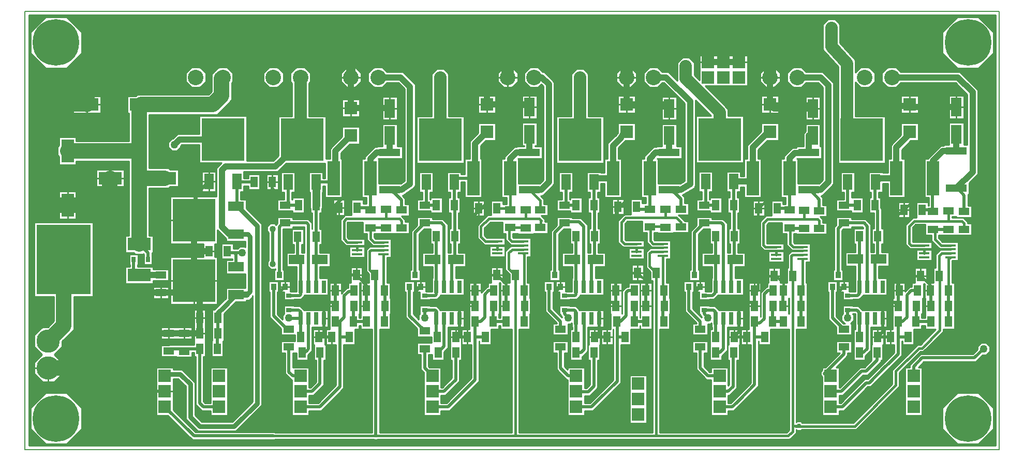
<source format=gbr>
G04 PROTEUS RS274X GERBER FILE*
%FSLAX45Y45*%
%MOMM*%
G01*
%ADD10C,0.508000*%
%ADD11C,1.016000*%
%ADD12C,1.270000*%
%ADD13C,0.254000*%
%ADD14C,1.524000*%
%ADD15C,2.032000*%
%ADD16C,2.540000*%
%ADD17C,0.762000*%
%ADD18C,0.381000*%
%ADD19C,1.016000*%
%ADD70C,2.032000*%
%ADD71C,1.270000*%
%ADD20C,0.762000*%
%ADD21C,1.524000*%
%ADD22R,2.032000X5.588000*%
%ADD23C,3.810000*%
%ADD24C,2.540000*%
%ADD25R,2.032000X2.032000*%
%ADD26R,1.143000X1.803400*%
%ADD27R,2.108200X2.108200*%
%ADD28R,1.651000X3.048000*%
%ADD29R,3.403600X1.244600*%
%ADD72R,6.985000X6.985000*%
%ADD73R,1.524000X2.540000*%
%ADD30R,0.635000X2.032000*%
%ADD31R,1.803400X1.143000*%
%ADD32R,2.540000X1.524000*%
%ADD33R,0.889000X0.635000*%
%ADD34R,0.889000X1.016000*%
%ADD35R,1.778000X0.381000*%
%ADD36C,7.620000*%
%ADD37R,3.810000X2.032000*%
%ADD38R,2.032000X3.810000*%
%ADD39R,0.635000X0.889000*%
%ADD40R,8.890000X11.430000*%
%ADD41C,0.203200*%
G36*
X+8448040Y-4193540D02*
X-7368540Y-4193540D01*
X-7368540Y+2860040D01*
X+8448040Y+2860040D01*
X+8448040Y-4193540D01*
G37*
%LPC*%
G36*
X+4394199Y+1955801D02*
X+4394199Y+1701801D01*
X+3700251Y+1701801D01*
X+4076699Y+1325353D01*
X+4076699Y+1212849D01*
X+4324349Y+1212849D01*
X+4324349Y+438151D01*
X+3549651Y+438151D01*
X+3549651Y+1212849D01*
X+3794075Y+1212849D01*
X+3543299Y+1463625D01*
X+3543299Y+68022D01*
X+3520220Y+27259D01*
X+3328787Y-87601D01*
X+3365498Y-124312D01*
X+3365498Y-222251D01*
X+3430269Y-222251D01*
X+3430269Y-412749D01*
X+3260874Y-412749D01*
X+3359149Y-511023D01*
X+3359149Y-512251D01*
X+3430269Y-512251D01*
X+3430269Y-702749D01*
X+3176269Y-702749D01*
X+3176269Y-712749D01*
X+2919731Y-712749D01*
X+2919731Y-702749D01*
X+2860487Y-702749D01*
X+2860487Y-817859D01*
X+2869979Y-827351D01*
X+3135099Y-827351D01*
X+3135099Y-1136649D01*
X+3065249Y-1136649D01*
X+3065249Y-1522731D01*
X+3115749Y-1522731D01*
X+3115749Y-1776731D01*
X+3125749Y-1776731D01*
X+3125749Y-2033269D01*
X+3115749Y-2033269D01*
X+3115749Y-2287269D01*
X+2952749Y-2287269D01*
X+2952749Y-3976613D01*
X+5033348Y-3976613D01*
X+5073651Y-3936310D01*
X+5073651Y-2287269D01*
X+4766749Y-2287269D01*
X+4766749Y-2541269D01*
X+4576251Y-2541269D01*
X+4576251Y-2476499D01*
X+4571999Y-2476499D01*
X+4571998Y-2571750D01*
X+4571999Y-2704198D01*
X+4571999Y-2883802D01*
X+4571998Y-3217574D01*
X+4170073Y-3619499D01*
X+4076699Y-3619499D01*
X+4076699Y-3695699D01*
X+3797301Y-3695699D01*
X+3797301Y-3111499D01*
X+3720198Y-3111499D01*
X+3683001Y-3074301D01*
X+3556001Y-2947301D01*
X+3556001Y-2671249D01*
X+3491231Y-2671249D01*
X+3491231Y-2480751D01*
X+3747769Y-2480751D01*
X+3747769Y-2671249D01*
X+3682999Y-2671249D01*
X+3682999Y-2894699D01*
X+3772801Y-2984501D01*
X+3797301Y-2984501D01*
X+3797301Y-2908301D01*
X+4076699Y-2908301D01*
X+4076699Y-3211854D01*
X+4093399Y-3195154D01*
X+4093399Y-2795269D01*
X+4068251Y-2795269D01*
X+4068251Y-2538731D01*
X+4078251Y-2538731D01*
X+4078251Y-2284731D01*
X+4268749Y-2284731D01*
X+4268749Y-2541269D01*
X+4258749Y-2541269D01*
X+4258749Y-2795269D01*
X+4220397Y-2795269D01*
X+4220397Y-3247756D01*
X+4102654Y-3365499D01*
X+4076699Y-3365499D01*
X+4076699Y-3492501D01*
X+4117471Y-3492501D01*
X+4445002Y-3164970D01*
X+4445001Y-2704198D01*
X+4445002Y-2571750D01*
X+4445001Y-2541269D01*
X+4286251Y-2541269D01*
X+4286251Y-2284731D01*
X+4413251Y-2284731D01*
X+4413251Y-1522731D01*
X+4603749Y-1522731D01*
X+4603749Y-2081352D01*
X+4607018Y-2078083D01*
X+4607018Y-1683496D01*
X+4703013Y-1587501D01*
X+4713251Y-1587501D01*
X+4713251Y-1522731D01*
X+4735551Y-1522731D01*
X+4735551Y-1281431D01*
X+4926049Y-1281431D01*
X+4926049Y-1522731D01*
X+5035551Y-1522731D01*
X+5035551Y-1281431D01*
X+5053201Y-1281431D01*
X+5053201Y-1062840D01*
X+5107890Y-1008151D01*
X+5167101Y-1008151D01*
X+5167101Y-992449D01*
X+5116986Y-992449D01*
X+5033915Y-909378D01*
X+5033915Y-717549D01*
X+4951731Y-717549D01*
X+4951731Y-537441D01*
X+4742920Y-537441D01*
X+4709202Y-571159D01*
X+4709202Y-877715D01*
X+4709638Y-878151D01*
X+4991099Y-878151D01*
X+4991099Y-1187449D01*
X+4737101Y-1187449D01*
X+4737101Y-992449D01*
X+4662296Y-992449D01*
X+4594904Y-925057D01*
X+4594904Y-523817D01*
X+4695578Y-423143D01*
X+4781551Y-423143D01*
X+4781551Y-176531D01*
X+4972049Y-176531D01*
X+4972049Y-237051D01*
X+5016501Y-237051D01*
X+5016501Y-126999D01*
X+4940301Y-126999D01*
X+4940301Y+507999D01*
X+4991101Y+507999D01*
X+4991101Y+553446D01*
X+5125492Y+687837D01*
X+5189221Y+687837D01*
X+5189221Y+710329D01*
X+5308601Y+710329D01*
X+5308601Y+925823D01*
X+5340351Y+957573D01*
X+5340351Y+1079499D01*
X+5581649Y+1079499D01*
X+5581649Y+710329D01*
X+5605779Y+710329D01*
X+5605779Y+509671D01*
X+5198770Y+509671D01*
X+5197098Y+507999D01*
X+5219699Y+507999D01*
X+5219699Y+100329D01*
X+5562607Y+100329D01*
X+5626101Y+163823D01*
X+5626101Y+1677677D01*
X+5551177Y+1752601D01*
X+5351586Y+1752601D01*
X+5275386Y+1676401D01*
X+5138614Y+1676401D01*
X+5041901Y+1773114D01*
X+5041901Y+1909886D01*
X+5138614Y+2006599D01*
X+5275386Y+2006599D01*
X+5351586Y+1930399D01*
X+5624823Y+1930399D01*
X+5803899Y+1751323D01*
X+5803899Y+90177D01*
X+5624823Y-88899D01*
X+5605779Y-88899D01*
X+5605779Y-100329D01*
X+5594774Y-100329D01*
X+5626099Y-131654D01*
X+5626099Y-249751D01*
X+5690869Y-249751D01*
X+5690869Y-440249D01*
X+5579813Y-440249D01*
X+5619749Y-480185D01*
X+5619749Y-539751D01*
X+5690869Y-539751D01*
X+5690869Y-730249D01*
X+5193031Y-730249D01*
X+5193031Y-717549D01*
X+5148213Y-717549D01*
X+5148213Y-862036D01*
X+5164328Y-878151D01*
X+5421099Y-878151D01*
X+5421099Y-1187449D01*
X+5351249Y-1187449D01*
X+5351249Y-1522731D01*
X+5365749Y-1522731D01*
X+5365749Y-2287269D01*
X+5187949Y-2287269D01*
X+5187949Y-3810619D01*
X+5203517Y-3795051D01*
X+5266643Y-3795051D01*
X+5287943Y-3816351D01*
X+6123129Y-3816351D01*
X+6759596Y-3179884D01*
X+6759596Y-2951676D01*
X+7172506Y-2538766D01*
X+7221111Y-2538766D01*
X+7472608Y-2287269D01*
X+7298251Y-2287269D01*
X+7298251Y-2222499D01*
X+7243249Y-2222499D01*
X+7243249Y-2287269D01*
X+7116249Y-2287269D01*
X+7116249Y-2541269D01*
X+6925751Y-2541269D01*
X+6925751Y-2476499D01*
X+6921499Y-2476499D01*
X+6921499Y-2715921D01*
X+6411622Y-3225799D01*
X+6363601Y-3225799D01*
X+5969901Y-3619499D01*
X+5892799Y-3619499D01*
X+5892799Y-3695699D01*
X+5613401Y-3695699D01*
X+5613401Y-3061602D01*
X+5588001Y-3036202D01*
X+5588001Y-2983598D01*
X+5613401Y-2958198D01*
X+5613401Y-2908301D01*
X+5663299Y-2908301D01*
X+5900351Y-2671249D01*
X+5840731Y-2671249D01*
X+5840731Y-2480751D01*
X+6097269Y-2480751D01*
X+6097269Y-2671249D01*
X+6032499Y-2671249D01*
X+6032499Y-2718701D01*
X+5842899Y-2908301D01*
X+5892799Y-2908301D01*
X+5892799Y-3238501D01*
X+5901423Y-3238501D01*
X+6231623Y-2908301D01*
X+6308899Y-2908301D01*
X+6421931Y-2795269D01*
X+6417751Y-2795269D01*
X+6417751Y-2538731D01*
X+6427751Y-2538731D01*
X+6427751Y-2284731D01*
X+6618249Y-2284731D01*
X+6618249Y-2541269D01*
X+6608249Y-2541269D01*
X+6608249Y-2795269D01*
X+6576499Y-2795269D01*
X+6576499Y-2820302D01*
X+6539301Y-2857499D01*
X+6361502Y-3035299D01*
X+6284225Y-3035299D01*
X+5954025Y-3365499D01*
X+5892799Y-3365499D01*
X+5892799Y-3492501D01*
X+5917299Y-3492501D01*
X+6310999Y-3098801D01*
X+6359019Y-3098801D01*
X+6794501Y-2663319D01*
X+6794501Y-2541269D01*
X+6635751Y-2541269D01*
X+6635751Y-2284731D01*
X+6762751Y-2284731D01*
X+6762751Y-1776731D01*
X+6780251Y-1776731D01*
X+6780251Y-1522731D01*
X+6970749Y-1522731D01*
X+6970749Y-1664038D01*
X+7047286Y-1587501D01*
X+7080251Y-1587501D01*
X+7080251Y-1522731D01*
X+7131051Y-1522731D01*
X+7131051Y-1281431D01*
X+7321549Y-1281431D01*
X+7321549Y-1522731D01*
X+7431051Y-1522731D01*
X+7431051Y-1281431D01*
X+7471412Y-1281431D01*
X+7471412Y-1058335D01*
X+7545496Y-984251D01*
X+7584901Y-984251D01*
X+7584901Y-968549D01*
X+7535238Y-968549D01*
X+7402185Y-835496D01*
X+7402185Y-742949D01*
X+7301231Y-742949D01*
X+7301231Y-570639D01*
X+7142881Y-570639D01*
X+7092949Y-620571D01*
X+7092949Y-852629D01*
X+7094571Y-854251D01*
X+7408899Y-854251D01*
X+7408899Y-1163549D01*
X+7154901Y-1163549D01*
X+7154901Y-968549D01*
X+7047229Y-968549D01*
X+6978651Y-899971D01*
X+6978651Y-573229D01*
X+7095537Y-456343D01*
X+7156451Y-456343D01*
X+7156451Y-201931D01*
X+7346949Y-201931D01*
X+7346949Y-262451D01*
X+7358601Y-262451D01*
X+7358601Y-126999D01*
X+7289801Y-126999D01*
X+7289801Y+507999D01*
X+7340601Y+507999D01*
X+7340601Y+509823D01*
X+7554677Y+723899D01*
X+7602221Y+723899D01*
X+7602221Y+735329D01*
X+7689851Y+735329D01*
X+7689851Y+1097499D01*
X+7931149Y+1097499D01*
X+7931149Y+735329D01*
X+7986859Y+735329D01*
X+7986859Y+1561935D01*
X+7796193Y+1752601D01*
X+6900986Y+1752601D01*
X+6824786Y+1676401D01*
X+6688014Y+1676401D01*
X+6591301Y+1773114D01*
X+6591301Y+1909886D01*
X+6688014Y+2006599D01*
X+6824786Y+2006599D01*
X+6900986Y+1930399D01*
X+7869839Y+1930399D01*
X+8164657Y+1635581D01*
X+8164657Y+253435D01*
X+8018779Y+107557D01*
X+8018779Y-75329D01*
X+8000999Y-75329D01*
X+8000999Y-262451D01*
X+8065769Y-262451D01*
X+8065769Y-452949D01*
X+7809231Y-452949D01*
X+7809231Y-442949D01*
X+7740649Y-442949D01*
X+7740649Y-456342D01*
X+7922221Y-456342D01*
X+7994649Y-528770D01*
X+7994649Y-552451D01*
X+8065769Y-552451D01*
X+8065769Y-742949D01*
X+7516483Y-742949D01*
X+7516483Y-788154D01*
X+7582580Y-854251D01*
X+7838899Y-854251D01*
X+7838899Y-1163549D01*
X+7740649Y-1163549D01*
X+7740649Y-1522731D01*
X+7778749Y-1522731D01*
X+7778749Y-2287269D01*
X+7592199Y-2287269D01*
X+7592199Y-2329318D01*
X+7268453Y-2653064D01*
X+7219848Y-2653064D01*
X+6873894Y-2999018D01*
X+6873894Y-3227226D01*
X+6170471Y-3930649D01*
X+5283443Y-3930649D01*
X+5266643Y-3947449D01*
X+5203517Y-3947449D01*
X+5187949Y-3931881D01*
X+5187949Y-3983652D01*
X+5080690Y-4090911D01*
X-1660211Y-4090911D01*
X-1666560Y-4097260D01*
X-1719164Y-4097260D01*
X-1725513Y-4090911D01*
X-3332848Y-4090911D01*
X-3339198Y-4097261D01*
X-3499243Y-4097261D01*
X-4692040Y-4097260D01*
X-5093601Y-3695699D01*
X-5283199Y-3695699D01*
X-5283199Y-2908301D01*
X-5003801Y-2908301D01*
X-5003801Y-2942644D01*
X-4860460Y-2942644D01*
X-4648258Y-3154846D01*
X-4648258Y-3693678D01*
X-4540261Y-3801675D01*
X-4039809Y-3801675D01*
X-3708399Y-3470265D01*
X-3708399Y-1738441D01*
X-3708401Y-1738443D01*
X-3708401Y-1756403D01*
X-3760477Y-1808479D01*
X-3810001Y-1808479D01*
X-3810001Y-1833879D01*
X-3981639Y-1833879D01*
X-4176751Y-2028991D01*
X-4176751Y-2477769D01*
X-4186751Y-2477769D01*
X-4186751Y-2731769D01*
X-4377249Y-2731769D01*
X-4377249Y-2475231D01*
X-4367249Y-2475231D01*
X-4367249Y-1967231D01*
X-4330511Y-1967231D01*
X-4140199Y-1776919D01*
X-4140199Y-1605281D01*
X-3822699Y-1605281D01*
X-3822699Y-1376679D01*
X-4140199Y-1376679D01*
X-4140199Y-1148081D01*
X-4038599Y-1148081D01*
X-4038599Y-1136649D01*
X-4214849Y-1136649D01*
X-4214849Y-880111D01*
X-4024351Y-880111D01*
X-4024351Y-967867D01*
X-3953684Y-967867D01*
X-3915584Y-929767D01*
X-3831416Y-929767D01*
X-3822699Y-938484D01*
X-3822699Y-843279D01*
X-4140199Y-843279D01*
X-4140199Y-801098D01*
X-4278631Y-662666D01*
X-4278631Y-887729D01*
X-4324351Y-887729D01*
X-4324351Y-1103631D01*
X-4278631Y-1103631D01*
X-4278631Y-1878329D01*
X-5053329Y-1878329D01*
X-5053329Y-1103631D01*
X-4514849Y-1103631D01*
X-4514849Y-887729D01*
X-5053329Y-887729D01*
X-5053329Y-113031D01*
X-4295699Y-113031D01*
X-4295699Y+358338D01*
X-4215886Y+438151D01*
X-4578349Y+438151D01*
X-4578349Y+736601D01*
X-4863162Y+736601D01*
X-4887753Y+712010D01*
X-4887753Y+694049D01*
X-4947268Y+634534D01*
X-5031436Y+634534D01*
X-5090951Y+694049D01*
X-5090951Y+778217D01*
X-5031436Y+837732D01*
X-5013475Y+837732D01*
X-4936808Y+914399D01*
X-4578349Y+914399D01*
X-4578349Y+1212849D01*
X-3803651Y+1212849D01*
X-3803651Y+472258D01*
X-3368212Y+472258D01*
X-3307710Y+532760D01*
X-3282949Y+557437D01*
X-3282949Y+1205229D01*
X-3060699Y+1205229D01*
X-3060699Y+1747714D01*
X-3086099Y+1773114D01*
X-3086099Y+1909886D01*
X-2989386Y+2006599D01*
X-2852614Y+2006599D01*
X-2755901Y+1909886D01*
X-2755901Y+1773114D01*
X-2781301Y+1747714D01*
X-2781301Y+1205229D01*
X-2508251Y+1205229D01*
X-2508251Y+507999D01*
X-2438399Y+507999D01*
X-2438399Y+671823D01*
X-2239009Y+871213D01*
X-2239009Y+1032509D01*
X-1951991Y+1032509D01*
X-1951991Y+745491D01*
X-2113287Y+745491D01*
X-2260601Y+598177D01*
X-2260601Y+507999D01*
X-2238301Y+507999D01*
X-2238301Y-126999D01*
X-2517699Y-126999D01*
X-2517699Y+63501D01*
X-2552701Y+63501D01*
X-2552701Y-38099D01*
X-2565401Y-38099D01*
X-2565401Y-296084D01*
X-2571751Y-302434D01*
X-2571751Y-382269D01*
X-2603501Y-382269D01*
X-2603501Y-640081D01*
X-2571751Y-640081D01*
X-2571751Y-896619D01*
X-2603501Y-896619D01*
X-2603501Y-1028701D01*
X-2438401Y-1028701D01*
X-2438401Y-1257299D01*
X-2603501Y-1257299D01*
X-2603501Y-1447801D01*
X-2470151Y-1447801D01*
X-2470151Y-1727199D01*
X-2857501Y-1727199D01*
X-2857501Y-1740801D01*
X-2913749Y-1797049D01*
X-3028951Y-1797049D01*
X-3028951Y-1803399D01*
X-3194049Y-1803399D01*
X-3194049Y-1676399D01*
X-3257549Y-1676399D01*
X-3257549Y-1498601D01*
X-3092451Y-1498601D01*
X-3092451Y-1663701D01*
X-3028951Y-1663701D01*
X-3028951Y-1670051D01*
X-2990849Y-1670051D01*
X-2990849Y-1447801D01*
X-2984499Y-1447801D01*
X-2984499Y-1257299D01*
X-3149599Y-1257299D01*
X-3149599Y-1028701D01*
X-3030499Y-1028701D01*
X-3030499Y-896619D01*
X-3062249Y-896619D01*
X-3062249Y-640081D01*
X-2871751Y-640081D01*
X-2871751Y-896619D01*
X-2903501Y-896619D01*
X-2903501Y-1028701D01*
X-2857499Y-1028701D01*
X-2857499Y-607498D01*
X-3046731Y-607499D01*
X-3046731Y-639249D01*
X-3205481Y-639249D01*
X-3205481Y-1308101D01*
X-3186431Y-1308101D01*
X-3186431Y-1485899D01*
X-3351529Y-1485899D01*
X-3351529Y-1308101D01*
X-3332479Y-1308101D01*
X-3332479Y-1298438D01*
X-3338132Y-1304091D01*
X-3411778Y-1304091D01*
X-3463854Y-1252015D01*
X-3463854Y-1178369D01*
X-3443469Y-1157984D01*
X-3443469Y-701651D01*
X-3468869Y-676251D01*
X-3468869Y-602605D01*
X-3416793Y-550529D01*
X-3343147Y-550529D01*
X-3322478Y-571198D01*
X-3303269Y-551989D01*
X-3303269Y-448751D01*
X-3046731Y-448751D01*
X-3046731Y-480501D01*
X-2795198Y-480502D01*
X-2730501Y-545199D01*
X-2730501Y-640081D01*
X-2730499Y-640081D01*
X-2730499Y-382269D01*
X-2762249Y-382269D01*
X-2762249Y-302434D01*
X-2768599Y-296084D01*
X-2768599Y-38099D01*
X-2781299Y-38099D01*
X-2781299Y+292099D01*
X-2552701Y+292099D01*
X-2552701Y+190499D01*
X-2517699Y+190499D01*
X-2517699Y+430531D01*
X-3158403Y+430531D01*
X-3181850Y+407176D01*
X-3294566Y+294460D01*
X-3848101Y+294460D01*
X-3848101Y+190499D01*
X-3778249Y+190499D01*
X-3778249Y+255269D01*
X-3587751Y+255269D01*
X-3587751Y-1269D01*
X-3778249Y-1269D01*
X-3778249Y+63501D01*
X-3848101Y+63501D01*
X-3848101Y-30479D01*
X-3898901Y-30479D01*
X-3898901Y-157481D01*
X-3810001Y-157481D01*
X-3810001Y-303719D01*
X-3556001Y-557719D01*
X-3556001Y-3533387D01*
X-3976687Y-3954073D01*
X-4603383Y-3954073D01*
X-4800656Y-3756800D01*
X-4800656Y-3217968D01*
X-4923582Y-3095042D01*
X-5003801Y-3095042D01*
X-5003801Y-3605899D01*
X-4639436Y-3970264D01*
X-3339198Y-3970263D01*
X-3332848Y-3976613D01*
X-1752599Y-3976613D01*
X-1752599Y-2287269D01*
X-1936749Y-2287269D01*
X-1936749Y-2222499D01*
X-1964251Y-2222499D01*
X-1964251Y-2287269D01*
X-2027751Y-2287269D01*
X-2027751Y-2541269D01*
X-2212599Y-2541269D01*
X-2212599Y-3254899D01*
X-2577198Y-3619498D01*
X-2603500Y-3619498D01*
X-2781301Y-3619499D01*
X-2781301Y-3695699D01*
X-3060699Y-3695699D01*
X-3060699Y-3111499D01*
X-3074301Y-3111499D01*
X-3174999Y-3010801D01*
X-3174999Y-2671249D01*
X-3239769Y-2671249D01*
X-3239769Y-2480751D01*
X-3016249Y-2480751D01*
X-3016249Y-2381249D01*
X-3239769Y-2381249D01*
X-3239769Y-2278011D01*
X-3426459Y-2091321D01*
X-3426459Y-1676399D01*
X-3445509Y-1676399D01*
X-3445509Y-1498601D01*
X-3280411Y-1498601D01*
X-3280411Y-1676399D01*
X-3299461Y-1676399D01*
X-3299461Y-2038719D01*
X-3213099Y-2125081D01*
X-3213099Y-2053416D01*
X-3194049Y-2034366D01*
X-3194049Y-1898651D01*
X-3028951Y-1898651D01*
X-3028951Y-1905001D01*
X-2926244Y-1905001D01*
X-2862744Y-1968501D01*
X-2470151Y-1968501D01*
X-2470151Y-2247899D01*
X-2730501Y-2247899D01*
X-2730501Y-2637510D01*
X-2798251Y-2705260D01*
X-2798251Y-2795269D01*
X-2988749Y-2795269D01*
X-2988749Y-2671249D01*
X-3048001Y-2671249D01*
X-3048001Y-2908301D01*
X-2781301Y-2908301D01*
X-2781301Y-3238501D01*
X-2756801Y-3238501D01*
X-2666999Y-3148699D01*
X-2666999Y-2795269D01*
X-2698749Y-2795269D01*
X-2698749Y-2541269D01*
X-2716249Y-2541269D01*
X-2716249Y-2284731D01*
X-2525751Y-2284731D01*
X-2525751Y-2538731D01*
X-2508251Y-2538731D01*
X-2508251Y-2795269D01*
X-2540001Y-2795269D01*
X-2540001Y-3201301D01*
X-2704199Y-3365499D01*
X-2781301Y-3365499D01*
X-2781301Y-3492501D01*
X-2629802Y-3492502D01*
X-2339597Y-3202297D01*
X-2339597Y-2541269D01*
X-2508249Y-2541269D01*
X-2508249Y-2284731D01*
X-2444749Y-2284731D01*
X-2444749Y-1522731D01*
X-2254251Y-1522731D01*
X-2254251Y-1698321D01*
X-2162108Y-1606178D01*
X-2144749Y-1606178D01*
X-2144749Y-1522731D01*
X-2101849Y-1522731D01*
X-2101849Y-1268731D01*
X-1911351Y-1268731D01*
X-1911351Y-1522731D01*
X-1801849Y-1522731D01*
X-1801849Y-1382571D01*
X-1847070Y-1337350D01*
X-1847070Y-985293D01*
X-1793728Y-931951D01*
X-1690899Y-931951D01*
X-1690899Y-916248D01*
X-1742672Y-916248D01*
X-1835149Y-823771D01*
X-1835149Y-717549D01*
X-1906269Y-717549D01*
X-1906269Y-530187D01*
X-2149294Y-530187D01*
X-2154915Y-535808D01*
X-2154915Y-780147D01*
X-2133111Y-801951D01*
X-1866901Y-801951D01*
X-1866901Y-1111249D01*
X-2120899Y-1111249D01*
X-2120899Y-916249D01*
X-2180453Y-916249D01*
X-2269213Y-827489D01*
X-2269213Y-488466D01*
X-2201116Y-420369D01*
X-2389149Y-420369D01*
X-2389149Y-163831D01*
X-2198651Y-163831D01*
X-2198651Y-417904D01*
X-2196636Y-415889D01*
X-2089149Y-415889D01*
X-2089149Y-163831D01*
X-1898651Y-163831D01*
X-1898651Y-228601D01*
X-1841499Y-228601D01*
X-1841499Y-126999D01*
X-1917699Y-126999D01*
X-1917699Y+507999D01*
X-1866899Y+507999D01*
X-1866899Y+544823D01*
X-1712823Y+698899D01*
X-1668779Y+698899D01*
X-1668779Y+710329D01*
X-1581149Y+710329D01*
X-1581149Y+1079499D01*
X-1339851Y+1079499D01*
X-1339851Y+710329D01*
X-1252221Y+710329D01*
X-1252221Y+509671D01*
X-1650607Y+509671D01*
X-1652279Y+507999D01*
X-1638301Y+507999D01*
X-1638301Y+100329D01*
X-1280870Y+100329D01*
X-1219199Y+142605D01*
X-1219199Y+1652079D01*
X-1319721Y+1752601D01*
X-1506414Y+1752601D01*
X-1582614Y+1676401D01*
X-1719386Y+1676401D01*
X-1816099Y+1773114D01*
X-1816099Y+1909886D01*
X-1719386Y+2006599D01*
X-1582614Y+2006599D01*
X-1506414Y+1930399D01*
X-1246075Y+1930399D01*
X-1041401Y+1725725D01*
X-1041401Y+73781D01*
X-1061900Y+34874D01*
X-1242456Y-88899D01*
X-1252221Y-88899D01*
X-1252221Y-100329D01*
X-1252928Y-100329D01*
X-1206501Y-146756D01*
X-1206501Y-237051D01*
X-1141731Y-237051D01*
X-1141731Y-427549D01*
X-1270862Y-427549D01*
X-1207715Y-490696D01*
X-1207715Y-527051D01*
X-1141731Y-527051D01*
X-1141731Y-717549D01*
X-1720851Y-717549D01*
X-1720851Y-776429D01*
X-1695328Y-801952D01*
X-1690899Y-801952D01*
X-1690899Y-801951D01*
X-1436901Y-801951D01*
X-1436901Y-1111249D01*
X-1506751Y-1111249D01*
X-1506751Y-1522731D01*
X-1456251Y-1522731D01*
X-1456251Y-1776731D01*
X-1446251Y-1776731D01*
X-1446251Y-2033269D01*
X-1456251Y-2033269D01*
X-1456251Y-2287269D01*
X-1625601Y-2287269D01*
X-1625601Y-3976613D01*
X+534951Y-3976613D01*
X+534951Y-2287269D01*
X+349251Y-2287269D01*
X+349251Y-2222499D01*
X+321749Y-2222499D01*
X+321749Y-2287269D01*
X+194749Y-2287269D01*
X+194749Y-2541269D01*
X+4251Y-2541269D01*
X+4251Y-2476499D01*
X-1Y-2476499D01*
X-1Y-3137801D01*
X-481699Y-3619499D01*
X-622301Y-3619499D01*
X-622301Y-3695699D01*
X-901699Y-3695699D01*
X-901699Y-2998560D01*
X-908500Y-2991786D01*
X-952499Y-2947787D01*
X-952499Y-2698749D01*
X-1017269Y-2698749D01*
X-1017269Y-2508251D01*
X-776249Y-2508251D01*
X-776249Y-2408749D01*
X-1017269Y-2408749D01*
X-1017269Y-2275031D01*
X-1203959Y-2088341D01*
X-1203959Y-1676399D01*
X-1223009Y-1676399D01*
X-1223009Y-1498601D01*
X-1057911Y-1498601D01*
X-1057911Y-1676399D01*
X-1076961Y-1676399D01*
X-1076961Y-2035739D01*
X-990599Y-2122101D01*
X-990599Y-2053416D01*
X-971549Y-2034366D01*
X-971549Y-1898651D01*
X-806451Y-1898651D01*
X-806451Y-1905001D01*
X-695115Y-1905001D01*
X-631615Y-1968501D01*
X-247651Y-1968501D01*
X-247651Y-2247899D01*
X-508001Y-2247899D01*
X-508001Y-2593801D01*
X-575751Y-2661551D01*
X-575751Y-2795269D01*
X-766249Y-2795269D01*
X-766249Y-2698749D01*
X-825501Y-2698749D01*
X-825501Y-2895185D01*
X-818808Y-2901878D01*
X-812347Y-2908301D01*
X-622301Y-2908301D01*
X-622301Y-3238501D01*
X-597801Y-3238501D01*
X-444499Y-3085199D01*
X-444499Y-2795269D01*
X-476249Y-2795269D01*
X-476249Y-2284731D01*
X-285751Y-2284731D01*
X-285751Y-2795269D01*
X-317501Y-2795269D01*
X-317501Y-3137801D01*
X-545198Y-3365499D01*
X-622301Y-3365499D01*
X-622301Y-3492501D01*
X-534301Y-3492501D01*
X-126999Y-3085199D01*
X-126999Y-2541269D01*
X-285749Y-2541269D01*
X-285749Y-2284731D01*
X-158749Y-2284731D01*
X-158749Y-1522731D01*
X+31749Y-1522731D01*
X+31749Y-1685369D01*
X+129617Y-1587501D01*
X+141251Y-1587501D01*
X+141251Y-1522731D01*
X+196851Y-1522731D01*
X+196851Y-1268731D01*
X+387349Y-1268731D01*
X+387349Y-1522731D01*
X+496851Y-1522731D01*
X+496851Y-1382571D01*
X+428972Y-1314692D01*
X+428972Y-1007539D01*
X+515760Y-920751D01*
X+596901Y-920751D01*
X+596901Y-905049D01*
X+514664Y-905049D01*
X+433431Y-823816D01*
X+433431Y-715449D01*
X+379731Y-715449D01*
X+379731Y-530778D01*
X+184442Y-530778D01*
X+87024Y-628196D01*
X+87024Y-747312D01*
X+130463Y-790751D01*
X+420899Y-790751D01*
X+420899Y-1100049D01*
X+166901Y-1100049D01*
X+166901Y-905049D01*
X+83121Y-905049D01*
X-27274Y-794654D01*
X-27274Y-580854D01*
X+137100Y-416480D01*
X+196851Y-416480D01*
X+196851Y-176531D01*
X+387349Y-176531D01*
X+387349Y-234951D01*
X+451730Y-234951D01*
X+451730Y-126999D01*
X+368301Y-126999D01*
X+368301Y+507999D01*
X+419101Y+507999D01*
X+419101Y+544823D01*
X+573177Y+698899D01*
X+617221Y+698899D01*
X+617221Y+710329D01*
X+736601Y+710329D01*
X+736601Y+716501D01*
X+704851Y+716501D01*
X+704851Y+1097499D01*
X+946149Y+1097499D01*
X+946149Y+716501D01*
X+914399Y+716501D01*
X+914399Y+710329D01*
X+1033779Y+710329D01*
X+1033779Y+509671D01*
X+635393Y+509671D01*
X+633721Y+507999D01*
X+647699Y+507999D01*
X+647699Y+100329D01*
X+990607Y+100329D01*
X+1054101Y+163823D01*
X+1054101Y+1691788D01*
X+1019787Y+1726102D01*
X+970086Y+1676401D01*
X+833314Y+1676401D01*
X+736601Y+1773114D01*
X+736601Y+1909886D01*
X+833314Y+2006599D01*
X+970086Y+2006599D01*
X+1046286Y+1930399D01*
X+1066934Y+1930399D01*
X+1231899Y+1765434D01*
X+1231899Y+90177D01*
X+1052823Y-88899D01*
X+1033779Y-88899D01*
X+1033779Y-100329D01*
X+1006649Y-100329D01*
X+1060449Y-154129D01*
X+1060449Y-234951D01*
X+1131569Y-234951D01*
X+1131569Y-425449D01*
X+1014269Y-425449D01*
X+1073149Y-484329D01*
X+1073149Y-524951D01*
X+1131569Y-524951D01*
X+1131569Y-715449D01*
X+890269Y-715449D01*
X+890269Y-725449D01*
X+633731Y-725449D01*
X+633731Y-715449D01*
X+547729Y-715449D01*
X+547729Y-776474D01*
X+562006Y-790751D01*
X+850899Y-790751D01*
X+850899Y-1100049D01*
X+791649Y-1100049D01*
X+791649Y-1522731D01*
X+829749Y-1522731D01*
X+829749Y-1776731D01*
X+839749Y-1776731D01*
X+839749Y-2033269D01*
X+829749Y-2033269D01*
X+829749Y-2287269D01*
X+649249Y-2287269D01*
X+649249Y-3976613D01*
X+2838451Y-3976613D01*
X+2838451Y-1487169D01*
X+2800351Y-1487169D01*
X+2800351Y-1344471D01*
X+2733582Y-1277702D01*
X+2733582Y-1019400D01*
X+2795631Y-957351D01*
X+2881101Y-957351D01*
X+2881101Y-941649D01*
X+2822637Y-941649D01*
X+2746189Y-865201D01*
X+2746189Y-702749D01*
X+2665731Y-702749D01*
X+2665731Y-518075D01*
X+2424580Y-518075D01*
X+2386674Y-555981D01*
X+2386674Y-812287D01*
X+2401738Y-827351D01*
X+2705099Y-827351D01*
X+2705099Y-1136649D01*
X+2451101Y-1136649D01*
X+2451101Y-941649D01*
X+2354396Y-941649D01*
X+2272376Y-859629D01*
X+2272376Y-508639D01*
X+2377238Y-403777D01*
X+2478051Y-403777D01*
X+2478051Y-151131D01*
X+2668549Y-151131D01*
X+2668549Y-222251D01*
X+2730501Y-222251D01*
X+2730501Y-126999D01*
X+2654301Y-126999D01*
X+2654301Y+507999D01*
X+2705101Y+507999D01*
X+2705101Y+548323D01*
X+2855677Y+698899D01*
X+2903221Y+698899D01*
X+2903221Y+710329D01*
X+2990851Y+710329D01*
X+2990851Y+1079499D01*
X+3232149Y+1079499D01*
X+3232149Y+710329D01*
X+3319779Y+710329D01*
X+3319779Y+509671D01*
X+2917893Y+509671D01*
X+2916221Y+507999D01*
X+2933699Y+507999D01*
X+2933699Y+100329D01*
X+3296427Y+100329D01*
X+3365501Y+141773D01*
X+3365501Y+1410977D01*
X+3023877Y+1752601D01*
X+3002086Y+1752601D01*
X+2925886Y+1676401D01*
X+2789114Y+1676401D01*
X+2692401Y+1773114D01*
X+2692401Y+1909886D01*
X+2789114Y+2006599D01*
X+2925886Y+2006599D01*
X+3002086Y+1930399D01*
X+3097523Y+1930399D01*
X+3244082Y+1783840D01*
X+3244082Y+2085917D01*
X+3325916Y+2167751D01*
X+3441646Y+2167751D01*
X+3523480Y+2085917D01*
X+3523480Y+1878572D01*
X+3606801Y+1795251D01*
X+3606801Y+2235199D01*
X+4394199Y+2235199D01*
X+4394199Y+1955801D01*
G37*
G36*
X-6311901Y-1752599D02*
X-6629401Y-1752599D01*
X-6629401Y-2290885D01*
X-6819901Y-2481385D01*
X-6819901Y-2571189D01*
X-6947462Y-2698750D01*
X-6819901Y-2826311D01*
X-6819901Y-3015689D01*
X-6953811Y-3149599D01*
X-7143189Y-3149599D01*
X-7277099Y-3015689D01*
X-7277099Y-2826311D01*
X-7149538Y-2698750D01*
X-7277099Y-2571189D01*
X-7277099Y-2381811D01*
X-7143189Y-2247901D01*
X-7053385Y-2247901D01*
X-6959599Y-2154115D01*
X-6959599Y-1752599D01*
X-7277099Y-1752599D01*
X-7277099Y-533401D01*
X-6311901Y-533401D01*
X-6311901Y-1752599D01*
G37*
G36*
X-2260599Y+1773114D02*
X-2260599Y+1909886D01*
X-2163886Y+2006599D01*
X-2027114Y+2006599D01*
X-1930401Y+1909886D01*
X-1930401Y+1773114D01*
X-2027114Y+1676401D01*
X-2163886Y+1676401D01*
X-2260599Y+1773114D01*
G37*
G36*
X-4476751Y-2223769D02*
X-4476751Y-2731769D01*
X-4508501Y-2731769D01*
X-4508502Y-3466198D01*
X-4482199Y-3492501D01*
X-4394199Y-3492501D01*
X-4394199Y-2908301D01*
X-4114801Y-2908301D01*
X-4114801Y-3695699D01*
X-4394199Y-3695699D01*
X-4394199Y-3619499D01*
X-4534801Y-3619499D01*
X-4635498Y-3518802D01*
X-4635498Y-3492500D01*
X-4635499Y-2731769D01*
X-4667249Y-2731769D01*
X-4667249Y-2666999D01*
X-4697731Y-2666999D01*
X-4697731Y-2744749D01*
X-4954269Y-2744749D01*
X-4954269Y-2734749D01*
X-5208269Y-2734749D01*
X-5208269Y-2544251D01*
X-5074551Y-2544251D01*
X-5070301Y-2540001D01*
X-4667249Y-2540001D01*
X-4667249Y-1967231D01*
X-4476751Y-1967231D01*
X-4476751Y-2223769D01*
G37*
G36*
X-3287751Y-1269D02*
X-3478249Y-1269D01*
X-3478249Y+255269D01*
X-3287751Y+255269D01*
X-3287751Y-1269D01*
G37*
G36*
X-1951991Y+1195491D02*
X-2239009Y+1195491D01*
X-2239009Y+1482509D01*
X-1951991Y+1482509D01*
X-1951991Y+1195491D01*
G37*
G36*
X-1339851Y+1143001D02*
X-1581149Y+1143001D01*
X-1581149Y+1523999D01*
X-1339851Y+1523999D01*
X-1339851Y+1143001D01*
G37*
G36*
X-3009901Y-38099D02*
X-3060701Y-38099D01*
X-3060701Y-158751D01*
X-3052249Y-158751D01*
X-3052249Y-125731D01*
X-2861751Y-125731D01*
X-2861751Y-382269D01*
X-3052249Y-382269D01*
X-3052249Y-349249D01*
X-3303269Y-349249D01*
X-3303269Y-158751D01*
X-3187699Y-158751D01*
X-3187699Y-38099D01*
X-3238499Y-38099D01*
X-3238499Y+292099D01*
X-3009901Y+292099D01*
X-3009901Y-38099D01*
G37*
G36*
X-495301Y+1899365D02*
X-495301Y+1205229D01*
X-247651Y+1205229D01*
X-247651Y+430531D01*
X-1022349Y+430531D01*
X-1022349Y+1205229D01*
X-774699Y+1205229D01*
X-774699Y+1899365D01*
X-692865Y+1981199D01*
X-577135Y+1981199D01*
X-495301Y+1899365D01*
G37*
G36*
X-749301Y-38099D02*
X-800101Y-38099D01*
X-800101Y-158751D01*
X-793749Y-158751D01*
X-793749Y-125731D01*
X-603251Y-125731D01*
X-603251Y-382269D01*
X-793749Y-382269D01*
X-793749Y-349249D01*
X-1017269Y-349249D01*
X-1017269Y-158751D01*
X-927099Y-158751D01*
X-927099Y-38099D01*
X-977899Y-38099D01*
X-977899Y+292099D01*
X-749301Y+292099D01*
X-749301Y-38099D01*
G37*
G36*
X+270509Y+803491D02*
X+109213Y+803491D01*
X+25399Y+719677D01*
X+25399Y+507999D01*
X+47699Y+507999D01*
X+47699Y-126999D01*
X-231699Y-126999D01*
X-231699Y+127001D01*
X-292101Y+127001D01*
X-292101Y-38099D01*
X-345001Y-38099D01*
X-345001Y-125731D01*
X-313251Y-125731D01*
X-313251Y-382269D01*
X-335001Y-382269D01*
X-335001Y-633731D01*
X-303251Y-633731D01*
X-303251Y-890269D01*
X-335001Y-890269D01*
X-335001Y-1028701D01*
X-215901Y-1028701D01*
X-215901Y-1257299D01*
X-381001Y-1257299D01*
X-381001Y-1447801D01*
X-247651Y-1447801D01*
X-247651Y-1727199D01*
X-635001Y-1727199D01*
X-635001Y-1740801D01*
X-691249Y-1797049D01*
X-806451Y-1797049D01*
X-806451Y-1803399D01*
X-971549Y-1803399D01*
X-971549Y-1676399D01*
X-1035049Y-1676399D01*
X-1035049Y-1498601D01*
X-869951Y-1498601D01*
X-869951Y-1663701D01*
X-806451Y-1663701D01*
X-806451Y-1670051D01*
X-768349Y-1670051D01*
X-768349Y-1447801D01*
X-761999Y-1447801D01*
X-761999Y-1257299D01*
X-927099Y-1257299D01*
X-927099Y-1028701D01*
X-761998Y-1028701D01*
X-761999Y-890269D01*
X-793749Y-890269D01*
X-793749Y-639249D01*
X-894449Y-639249D01*
X-982981Y-727781D01*
X-982981Y-1308101D01*
X-963931Y-1308101D01*
X-963931Y-1485899D01*
X-1129029Y-1485899D01*
X-1129029Y-1308101D01*
X-1109979Y-1308101D01*
X-1109979Y-675179D01*
X-1017269Y-582469D01*
X-1017269Y-448751D01*
X-760731Y-448751D01*
X-760731Y-479868D01*
X-591503Y-479868D01*
X-508001Y-563370D01*
X-508001Y-1028701D01*
X-461999Y-1028701D01*
X-461999Y-890269D01*
X-493749Y-890269D01*
X-493749Y-633731D01*
X-461999Y-633731D01*
X-461999Y-382269D01*
X-503749Y-382269D01*
X-503749Y-125731D01*
X-471999Y-125731D01*
X-471999Y-38099D01*
X-520699Y-38099D01*
X-520699Y+292099D01*
X-292101Y+292099D01*
X-292101Y+253999D01*
X-231699Y+253999D01*
X-231699Y+507999D01*
X-152399Y+507999D01*
X-152399Y+793323D01*
X-16509Y+929213D01*
X-16509Y+1090509D01*
X+270509Y+1090509D01*
X+270509Y+803491D01*
G37*
G36*
X+270509Y+1253491D02*
X-16509Y+1253491D01*
X-16509Y+1540509D01*
X+270509Y+1540509D01*
X+270509Y+1253491D01*
G37*
G36*
X+946149Y+1161001D02*
X+704851Y+1161001D01*
X+704851Y+1541999D01*
X+946149Y+1541999D01*
X+946149Y+1161001D01*
G37*
G36*
X-103149Y-176531D02*
X+87349Y-176531D01*
X+87349Y-433069D01*
X-103149Y-433069D01*
X-103149Y-176531D01*
G37*
G36*
X+3232149Y+1143001D02*
X+2990851Y+1143001D01*
X+2990851Y+1523999D01*
X+3232149Y+1523999D01*
X+3232149Y+1143001D01*
G37*
G36*
X+2556509Y+1253491D02*
X+2269491Y+1253491D01*
X+2269491Y+1540509D01*
X+2556509Y+1540509D01*
X+2556509Y+1253491D01*
G37*
G36*
X+2556509Y+803491D02*
X+2395467Y+803491D01*
X+2383036Y+784905D01*
X+2282899Y+684768D01*
X+2282899Y+507999D01*
X+2333699Y+507999D01*
X+2333699Y-126999D01*
X+2054301Y-126999D01*
X+2054301Y+101602D01*
X+1993899Y+101602D01*
X+1993899Y-38099D01*
X+1943099Y-38099D01*
X+1943099Y-125731D01*
X+1972749Y-125731D01*
X+1972749Y-382269D01*
X+1950999Y-382269D01*
X+1950999Y-633731D01*
X+1982749Y-633731D01*
X+1982749Y-890269D01*
X+1950999Y-890269D01*
X+1950998Y-1028701D01*
X+2070099Y-1028701D01*
X+2070099Y-1257299D01*
X+1904999Y-1257299D01*
X+1904999Y-1447801D01*
X+2038349Y-1447801D01*
X+2038349Y-1727199D01*
X+1650999Y-1727199D01*
X+1650999Y-1740801D01*
X+1594751Y-1797049D01*
X+1479549Y-1797049D01*
X+1479549Y-1803399D01*
X+1314451Y-1803399D01*
X+1314451Y-1676399D01*
X+1250951Y-1676399D01*
X+1250951Y-1498601D01*
X+1416049Y-1498601D01*
X+1416049Y-1663701D01*
X+1479549Y-1663701D01*
X+1479549Y-1670051D01*
X+1517651Y-1670051D01*
X+1517651Y-1447801D01*
X+1524001Y-1447801D01*
X+1524001Y-1257299D01*
X+1358901Y-1257299D01*
X+1358901Y-1028701D01*
X+1524002Y-1028701D01*
X+1524001Y-890269D01*
X+1492251Y-890269D01*
X+1492251Y-639249D01*
X+1391551Y-639249D01*
X+1303019Y-727781D01*
X+1303019Y-1308101D01*
X+1322069Y-1308101D01*
X+1322069Y-1485899D01*
X+1156971Y-1485899D01*
X+1156971Y-1308101D01*
X+1176021Y-1308101D01*
X+1176021Y-675179D01*
X+1268731Y-582469D01*
X+1268731Y-448751D01*
X+1525269Y-448751D01*
X+1525269Y-462606D01*
X+1666020Y-462606D01*
X+1777999Y-574585D01*
X+1777999Y-1028701D01*
X+1824002Y-1028701D01*
X+1824001Y-890269D01*
X+1792251Y-890269D01*
X+1792251Y-633731D01*
X+1824001Y-633731D01*
X+1824001Y-382269D01*
X+1782251Y-382269D01*
X+1782251Y-125731D01*
X+1814001Y-125731D01*
X+1814001Y-100698D01*
X+1816101Y-98598D01*
X+1816101Y-38099D01*
X+1765301Y-38099D01*
X+1765301Y+292099D01*
X+1993899Y+292099D01*
X+1993899Y+279398D01*
X+2054301Y+279398D01*
X+2054301Y+507999D01*
X+2105101Y+507999D01*
X+2105101Y+758414D01*
X+2244964Y+898277D01*
X+2269491Y+934949D01*
X+2269491Y+1090509D01*
X+2556509Y+1090509D01*
X+2556509Y+803491D01*
G37*
G36*
X+1228089Y-1676399D02*
X+1209039Y-1676399D01*
X+1209039Y-1944739D01*
X+1358901Y-2094601D01*
X+1358901Y-2083701D01*
X+1333501Y-2058301D01*
X+1333501Y-2038349D01*
X+1314451Y-2038349D01*
X+1314451Y-1898651D01*
X+1479549Y-1898651D01*
X+1479549Y-1905001D01*
X+1584461Y-1905001D01*
X+1647961Y-1968501D01*
X+2038349Y-1968501D01*
X+2038349Y-2247899D01*
X+1780090Y-2247899D01*
X+1780090Y-2643912D01*
X+1693504Y-2730498D01*
X+1682749Y-2730498D01*
X+1682749Y-2795269D01*
X+1492251Y-2795269D01*
X+1492251Y-2284731D01*
X+1524001Y-2284731D01*
X+1524001Y-2247899D01*
X+1517651Y-2247899D01*
X+1517651Y-2182032D01*
X+1502584Y-2197099D01*
X+1461769Y-2197099D01*
X+1461769Y-2381249D01*
X+1205231Y-2381249D01*
X+1205231Y-2190751D01*
X+1270001Y-2190751D01*
X+1270001Y-2185301D01*
X+1082041Y-1997341D01*
X+1082041Y-1676399D01*
X+1062991Y-1676399D01*
X+1062991Y-1498601D01*
X+1228089Y-1498601D01*
X+1228089Y-1676399D01*
G37*
G36*
X+1790699Y+1899365D02*
X+1790699Y+1205229D01*
X+2038349Y+1205229D01*
X+2038349Y+430531D01*
X+1263651Y+430531D01*
X+1263651Y+1205229D01*
X+1511301Y+1205229D01*
X+1511301Y+1899365D01*
X+1593135Y+1981199D01*
X+1708865Y+1981199D01*
X+1790699Y+1899365D01*
G37*
G36*
X+1536699Y-38099D02*
X+1485899Y-38099D01*
X+1485899Y-158751D01*
X+1492251Y-158751D01*
X+1492251Y-125731D01*
X+1682749Y-125731D01*
X+1682749Y-382269D01*
X+1492251Y-382269D01*
X+1492251Y-349249D01*
X+1268731Y-349249D01*
X+1268731Y-158751D01*
X+1358901Y-158751D01*
X+1358901Y-38099D01*
X+1308101Y-38099D01*
X+1308101Y+292099D01*
X+1536699Y+292099D01*
X+1536699Y-38099D01*
G37*
G36*
X+2825749Y-1779269D02*
X+2825749Y-2287269D01*
X+2635251Y-2287269D01*
X+2635251Y-2222499D01*
X+2635249Y-2222499D01*
X+2635249Y-2287269D01*
X+2480749Y-2287269D01*
X+2480749Y-2541269D01*
X+2323497Y-2541269D01*
X+2323497Y-2899394D01*
X+2323496Y-3163804D01*
X+1867801Y-3619499D01*
X+1727199Y-3619499D01*
X+1727199Y-3695699D01*
X+1447801Y-3695699D01*
X+1447801Y-3111499D01*
X+1434199Y-3111499D01*
X+1270001Y-2947301D01*
X+1270001Y-2671249D01*
X+1205231Y-2671249D01*
X+1205231Y-2480751D01*
X+1461769Y-2480751D01*
X+1461769Y-2671249D01*
X+1396999Y-2671249D01*
X+1396999Y-2894699D01*
X+1447801Y-2945501D01*
X+1447801Y-2908301D01*
X+1727199Y-2908301D01*
X+1727199Y-3246864D01*
X+1757446Y-3246864D01*
X+1814002Y-3190308D01*
X+1814001Y-2795269D01*
X+1782251Y-2795269D01*
X+1782251Y-2538731D01*
X+1792251Y-2538731D01*
X+1792251Y-2284731D01*
X+1982749Y-2284731D01*
X+1982749Y-2541269D01*
X+1972749Y-2541269D01*
X+1972749Y-2795269D01*
X+1940999Y-2795269D01*
X+1940998Y-3242912D01*
X+1810050Y-3373860D01*
X+1727199Y-3373860D01*
X+1727199Y-3492501D01*
X+1815199Y-3492501D01*
X+2196500Y-3111200D01*
X+2196499Y-2287269D01*
X+2190749Y-2287269D01*
X+2190749Y-2541269D01*
X+2000251Y-2541269D01*
X+2000251Y-2284731D01*
X+2154751Y-2284731D01*
X+2154751Y-2033269D01*
X+2144751Y-2033269D01*
X+2144751Y-1522731D01*
X+2335249Y-1522731D01*
X+2335249Y-2030731D01*
X+2338612Y-2030731D01*
X+2338612Y-1661894D01*
X+2410653Y-1589853D01*
X+2444751Y-1589853D01*
X+2444751Y-1522731D01*
X+2635249Y-1522731D01*
X+2635249Y-2095501D01*
X+2635251Y-2095501D01*
X+2635251Y-1522731D01*
X+2825749Y-1522731D01*
X+2825749Y-1779269D01*
G37*
G36*
X+2178051Y-151131D02*
X+2368549Y-151131D01*
X+2368549Y-407669D01*
X+2178051Y-407669D01*
X+2178051Y-151131D01*
G37*
G36*
X+2500351Y-1230631D02*
X+2690849Y-1230631D01*
X+2690849Y-1487169D01*
X+2500351Y-1487169D01*
X+2500351Y-1230631D01*
G37*
G36*
X+5581649Y+1143001D02*
X+5340351Y+1143001D01*
X+5340351Y+1523999D01*
X+5581649Y+1523999D01*
X+5581649Y+1143001D01*
G37*
G36*
X+4906009Y+1253491D02*
X+4618991Y+1253491D01*
X+4618991Y+1540509D01*
X+4906009Y+1540509D01*
X+4906009Y+1253491D01*
G37*
G36*
X+4906009Y+803491D02*
X+4716213Y+803491D01*
X+4568899Y+656177D01*
X+4568899Y+507999D01*
X+4619699Y+507999D01*
X+4619699Y-126999D01*
X+4340301Y-126999D01*
X+4340301Y+45721D01*
X+4279899Y+45721D01*
X+4279899Y-30479D01*
X+4229099Y-30479D01*
X+4229099Y-125731D01*
X+4258749Y-125731D01*
X+4258749Y-382269D01*
X+4236999Y-382269D01*
X+4236999Y-633731D01*
X+4268749Y-633731D01*
X+4268749Y-890269D01*
X+4236999Y-890269D01*
X+4236999Y-1028701D01*
X+4356099Y-1028701D01*
X+4356099Y-1257299D01*
X+4190999Y-1257299D01*
X+4190999Y-1447801D01*
X+4324349Y-1447801D01*
X+4324349Y-1727199D01*
X+3916470Y-1727199D01*
X+3846620Y-1797049D01*
X+3765549Y-1797049D01*
X+3765549Y-1803399D01*
X+3600451Y-1803399D01*
X+3600451Y-1676399D01*
X+3536951Y-1676399D01*
X+3536951Y-1498601D01*
X+3702049Y-1498601D01*
X+3702049Y-1663701D01*
X+3765549Y-1663701D01*
X+3765549Y-1670051D01*
X+3794018Y-1670051D01*
X+3803077Y-1660992D01*
X+3803651Y-1652720D01*
X+3803651Y-1447801D01*
X+3810001Y-1447801D01*
X+3810001Y-1257299D01*
X+3644901Y-1257299D01*
X+3644901Y-1028701D01*
X+3810002Y-1028701D01*
X+3810001Y-890269D01*
X+3778251Y-890269D01*
X+3778251Y-639249D01*
X+3677551Y-639249D01*
X+3589019Y-727781D01*
X+3589019Y-1308101D01*
X+3608069Y-1308101D01*
X+3608069Y-1485899D01*
X+3442971Y-1485899D01*
X+3442971Y-1308101D01*
X+3462021Y-1308101D01*
X+3462021Y-675179D01*
X+3554731Y-582469D01*
X+3554731Y-448751D01*
X+3811269Y-448751D01*
X+3811269Y-479005D01*
X+3990084Y-479005D01*
X+4063999Y-552920D01*
X+4063999Y-1028701D01*
X+4110001Y-1028701D01*
X+4110001Y-890269D01*
X+4078251Y-890269D01*
X+4078251Y-633731D01*
X+4110001Y-633731D01*
X+4110001Y-382269D01*
X+4068251Y-382269D01*
X+4068251Y-125731D01*
X+4100001Y-125731D01*
X+4100001Y-100698D01*
X+4102101Y-98598D01*
X+4102101Y-30479D01*
X+4051301Y-30479D01*
X+4051301Y+299719D01*
X+4279899Y+299719D01*
X+4279899Y+223519D01*
X+4340301Y+223519D01*
X+4340301Y+507999D01*
X+4391101Y+507999D01*
X+4391101Y+729823D01*
X+4618991Y+957713D01*
X+4618991Y+1090509D01*
X+4906009Y+1090509D01*
X+4906009Y+803491D01*
G37*
G36*
X+3514089Y-1676399D02*
X+3495039Y-1676399D01*
X+3495039Y-1944739D01*
X+3644901Y-2094601D01*
X+3644901Y-2083701D01*
X+3619501Y-2058301D01*
X+3619501Y-2038349D01*
X+3600451Y-2038349D01*
X+3600451Y-1898651D01*
X+3765549Y-1898651D01*
X+3765549Y-1905002D01*
X+3862709Y-1905002D01*
X+3926208Y-1968501D01*
X+4324349Y-1968501D01*
X+4324349Y-2247899D01*
X+4063999Y-2247899D01*
X+4063999Y-2629801D01*
X+3968749Y-2725051D01*
X+3968749Y-2795269D01*
X+3778251Y-2795269D01*
X+3778251Y-2284731D01*
X+3810001Y-2284731D01*
X+3810001Y-2247899D01*
X+3803651Y-2247899D01*
X+3803651Y-2182032D01*
X+3788584Y-2197099D01*
X+3747769Y-2197099D01*
X+3747769Y-2381249D01*
X+3491231Y-2381249D01*
X+3491231Y-2190751D01*
X+3556001Y-2190751D01*
X+3556001Y-2185301D01*
X+3368041Y-1997341D01*
X+3368041Y-1676399D01*
X+3348991Y-1676399D01*
X+3348991Y-1498601D01*
X+3514089Y-1498601D01*
X+3514089Y-1676399D01*
G37*
G36*
X+3822699Y-30479D02*
X+3771899Y-30479D01*
X+3771899Y-158751D01*
X+3778251Y-158751D01*
X+3778251Y-125731D01*
X+3968749Y-125731D01*
X+3968749Y-382269D01*
X+3778251Y-382269D01*
X+3778251Y-349249D01*
X+3554731Y-349249D01*
X+3554731Y-158751D01*
X+3644901Y-158751D01*
X+3644901Y-30479D01*
X+3594101Y-30479D01*
X+3594101Y+299719D01*
X+3822699Y+299719D01*
X+3822699Y-30479D01*
G37*
G36*
X+7192009Y+803491D02*
X+7065713Y+803491D01*
X+6918399Y+656177D01*
X+6918399Y+507999D01*
X+6969199Y+507999D01*
X+6969199Y-126999D01*
X+6689801Y-126999D01*
X+6689801Y+101601D01*
X+6603999Y+101601D01*
X+6603999Y-38099D01*
X+6540499Y-38099D01*
X+6540499Y-125731D01*
X+6572249Y-125731D01*
X+6572249Y-299351D01*
X+6586499Y-313601D01*
X+6586499Y-633731D01*
X+6618249Y-633731D01*
X+6618249Y-890269D01*
X+6586499Y-890269D01*
X+6586499Y-1021081D01*
X+6705599Y-1021081D01*
X+6705599Y-1249679D01*
X+6540499Y-1249679D01*
X+6540499Y-1447801D01*
X+6673849Y-1447801D01*
X+6673849Y-1727199D01*
X+6289333Y-1727199D01*
X+6289333Y-1727574D01*
X+6219858Y-1797049D01*
X+6115049Y-1797049D01*
X+6115049Y-1803399D01*
X+5949951Y-1803399D01*
X+5949951Y-1676399D01*
X+5886451Y-1676399D01*
X+5886451Y-1498601D01*
X+6051549Y-1498601D01*
X+6051549Y-1663701D01*
X+6115049Y-1663701D01*
X+6115049Y-1670051D01*
X+6153151Y-1670051D01*
X+6153151Y-1447801D01*
X+6159501Y-1447801D01*
X+6159501Y-1249679D01*
X+5994401Y-1249679D01*
X+5994401Y-1021081D01*
X+6159501Y-1021081D01*
X+6159501Y-890269D01*
X+6127751Y-890269D01*
X+6127751Y-633731D01*
X+6286501Y-633731D01*
X+6286501Y-623482D01*
X+6271817Y-608798D01*
X+6097269Y-608798D01*
X+6097269Y-639249D01*
X+5963551Y-639249D01*
X+5938519Y-664281D01*
X+5938519Y-1308101D01*
X+5957569Y-1308101D01*
X+5957569Y-1485899D01*
X+5792471Y-1485899D01*
X+5792471Y-1308101D01*
X+5811521Y-1308101D01*
X+5811521Y-611679D01*
X+5840731Y-582469D01*
X+5840731Y-448751D01*
X+6097269Y-448751D01*
X+6097269Y-481800D01*
X+6324419Y-481800D01*
X+6413499Y-570880D01*
X+6413499Y-1021081D01*
X+6459501Y-1021081D01*
X+6459501Y-890269D01*
X+6427751Y-890269D01*
X+6427751Y-633731D01*
X+6459501Y-633731D01*
X+6459501Y-382269D01*
X+6381751Y-382269D01*
X+6381751Y-125731D01*
X+6413501Y-125731D01*
X+6413501Y-38099D01*
X+6375401Y-38099D01*
X+6375401Y+292099D01*
X+6603999Y+292099D01*
X+6603999Y+279399D01*
X+6689801Y+279399D01*
X+6689801Y+507999D01*
X+6740601Y+507999D01*
X+6740601Y+729823D01*
X+6904991Y+894213D01*
X+6904991Y+1090509D01*
X+7192009Y+1090509D01*
X+7192009Y+803491D01*
G37*
G36*
X+5863589Y-1676399D02*
X+5844539Y-1676399D01*
X+5844539Y-2071739D01*
X+5963551Y-2190751D01*
X+5984068Y-2190751D01*
X+5930901Y-2137584D01*
X+5930901Y-2053416D01*
X+5949951Y-2034366D01*
X+5949951Y-1898651D01*
X+6115049Y-1898651D01*
X+6115049Y-1905001D01*
X+6208194Y-1905001D01*
X+6271694Y-1968501D01*
X+6673849Y-1968501D01*
X+6673849Y-2247899D01*
X+6413499Y-2247899D01*
X+6413499Y-2629801D01*
X+6318249Y-2725051D01*
X+6318249Y-2795269D01*
X+6127751Y-2795269D01*
X+6127751Y-2284731D01*
X+6159501Y-2284731D01*
X+6159501Y-2247899D01*
X+6153151Y-2247899D01*
X+6153151Y-2031999D01*
X+6115049Y-2031999D01*
X+6115049Y-2034366D01*
X+6134099Y-2053416D01*
X+6134099Y-2137584D01*
X+6080932Y-2190751D01*
X+6097269Y-2190751D01*
X+6097269Y-2381249D01*
X+5840731Y-2381249D01*
X+5840731Y-2247531D01*
X+5717541Y-2124341D01*
X+5717541Y-1676399D01*
X+5698491Y-1676399D01*
X+5698491Y-1498601D01*
X+5863589Y-1498601D01*
X+5863589Y-1676399D01*
G37*
G36*
X+5905499Y+2712165D02*
X+5905499Y+2403507D01*
X+6159499Y+2124107D01*
X+6159499Y+1922584D01*
X+6243514Y+2006599D01*
X+6380286Y+2006599D01*
X+6476999Y+1909886D01*
X+6476999Y+1773114D01*
X+6380286Y+1676401D01*
X+6243514Y+1676401D01*
X+6159499Y+1760416D01*
X+6159499Y+1205229D01*
X+6648449Y+1205229D01*
X+6648449Y+430531D01*
X+5873751Y+430531D01*
X+5873751Y+1205229D01*
X+5880101Y+1205229D01*
X+5880101Y+2016093D01*
X+5626101Y+2295493D01*
X+5626101Y+2712165D01*
X+5707935Y+2793999D01*
X+5823665Y+2793999D01*
X+5905499Y+2712165D01*
G37*
G36*
X+6146799Y-38099D02*
X+6095999Y-38099D01*
X+6095999Y-125731D01*
X+6282249Y-125731D01*
X+6282249Y-382269D01*
X+6091751Y-382269D01*
X+6091751Y-349249D01*
X+5840731Y-349249D01*
X+5840731Y-158751D01*
X+5969001Y-158751D01*
X+5969001Y-38099D01*
X+5918201Y-38099D01*
X+5918201Y+292099D01*
X+6146799Y+292099D01*
X+6146799Y-38099D01*
G37*
G36*
X+4481551Y-176531D02*
X+4672049Y-176531D01*
X+4672049Y-433069D01*
X+4481551Y-433069D01*
X+4481551Y-176531D01*
G37*
G36*
X+7931149Y+1161001D02*
X+7689851Y+1161001D01*
X+7689851Y+1541999D01*
X+7931149Y+1541999D01*
X+7931149Y+1161001D01*
G37*
G36*
X+7192009Y+1253491D02*
X+6904991Y+1253491D01*
X+6904991Y+1540509D01*
X+7192009Y+1540509D01*
X+7192009Y+1253491D01*
G37*
G36*
X+6856451Y-201931D02*
X+7046949Y-201931D01*
X+7046949Y-458469D01*
X+6856451Y-458469D01*
X+6856451Y-201931D01*
G37*
G36*
X+8356599Y-2561416D02*
X+8356599Y-2645584D01*
X+8297084Y-2705099D01*
X+8243201Y-2705099D01*
X+8129422Y-2818878D01*
X+7278113Y-2818878D01*
X+7188690Y-2908301D01*
X+7251699Y-2908301D01*
X+7251699Y-3695699D01*
X+6972301Y-3695699D01*
X+6972301Y-2908301D01*
X+7048501Y-2908301D01*
X+7048501Y-2868890D01*
X+7225511Y-2691880D01*
X+8076820Y-2691880D01*
X+8153401Y-2615299D01*
X+8153401Y-2561416D01*
X+8212916Y-2501901D01*
X+8297084Y-2501901D01*
X+8356599Y-2561416D01*
G37*
G36*
X-7340599Y-3920096D02*
X-7340599Y-3572904D01*
X-7095096Y-3327401D01*
X-6747904Y-3327401D01*
X-6502401Y-3572904D01*
X-6502401Y-3920096D01*
X-6747904Y-4165599D01*
X-7095096Y-4165599D01*
X-7340599Y-3920096D01*
G37*
G36*
X-7340599Y+2239404D02*
X-7340599Y+2586596D01*
X-7095096Y+2832099D01*
X-6747904Y+2832099D01*
X-6502401Y+2586596D01*
X-6502401Y+2239404D01*
X-6747904Y+1993901D01*
X-7095096Y+1993901D01*
X-7340599Y+2239404D01*
G37*
G36*
X+7581901Y+2239404D02*
X+7581901Y+2586596D01*
X+7827404Y+2832099D01*
X+8174596Y+2832099D01*
X+8420099Y+2586596D01*
X+8420099Y+2239404D01*
X+8174596Y+1993901D01*
X+7827404Y+1993901D01*
X+7581901Y+2239404D01*
G37*
G36*
X+7581901Y-3920096D02*
X+7581901Y-3572904D01*
X+7827404Y-3327401D01*
X+8174596Y-3327401D01*
X+8420099Y-3572904D01*
X+8420099Y-3920096D01*
X+8174596Y-4165599D01*
X+7827404Y-4165599D01*
X+7581901Y-3920096D01*
G37*
G36*
X-4025901Y+1909886D02*
X-4025901Y+1773114D01*
X-4048753Y+1750262D01*
X-4048753Y+1469851D01*
X-4286703Y+1231901D01*
X-5397501Y+1231901D01*
X-5397501Y+355599D01*
X-5075114Y+355599D01*
X-5049714Y+330199D01*
X-4914901Y+330199D01*
X-4914901Y+50801D01*
X-5049714Y+50801D01*
X-5075114Y+25401D01*
X-5397501Y+25401D01*
X-5397501Y-749301D01*
X-5334001Y-749301D01*
X-5334001Y-1028699D01*
X-5353051Y-1028699D01*
X-5353051Y-1060451D01*
X-5346701Y-1060451D01*
X-5346701Y-1225549D01*
X-5486399Y-1225549D01*
X-5486399Y-1060451D01*
X-5480949Y-1060451D01*
X-5490758Y-1050642D01*
X-5494214Y-1054099D01*
X-5630986Y-1054099D01*
X-5656386Y-1028699D01*
X-5791199Y-1028699D01*
X-5791199Y-749301D01*
X-5727699Y-749301D01*
X-5727699Y+469901D01*
X-6591301Y+469901D01*
X-6591301Y+406401D01*
X-6870699Y+406401D01*
X-6870699Y+541214D01*
X-6896099Y+566614D01*
X-6896099Y+703386D01*
X-6870699Y+728786D01*
X-6870699Y+863599D01*
X-6591301Y+863599D01*
X-6591301Y+800099D01*
X-5727699Y+800099D01*
X-5727699Y+1257301D01*
X-5753099Y+1257301D01*
X-5753099Y+1536699D01*
X-5618286Y+1536699D01*
X-5592886Y+1562099D01*
X-4423473Y+1562099D01*
X-4378951Y+1606621D01*
X-4378951Y+1887033D01*
X-4356099Y+1909886D01*
X-4259386Y+2006599D01*
X-4122614Y+2006599D01*
X-4025901Y+1909886D01*
G37*
G36*
X-4800599Y+1773114D02*
X-4800599Y+1909886D01*
X-4703886Y+2006599D01*
X-4567114Y+2006599D01*
X-4470401Y+1909886D01*
X-4470401Y+1773114D01*
X-4567114Y+1676401D01*
X-4703886Y+1676401D01*
X-4800599Y+1773114D01*
G37*
G36*
X-3530599Y+1773114D02*
X-3530599Y+1909886D01*
X-3433886Y+2006599D01*
X-3297114Y+2006599D01*
X-3200401Y+1909886D01*
X-3200401Y+1773114D01*
X-3297114Y+1676401D01*
X-3433886Y+1676401D01*
X-3530599Y+1773114D01*
G37*
G36*
X+2743199Y-3314699D02*
X+2743199Y-3822699D01*
X+2463801Y-3822699D01*
X+2463801Y-3035301D01*
X+2743199Y-3035301D01*
X+2743199Y-3314699D01*
G37*
G36*
X-4697731Y-2444749D02*
X-5208269Y-2444749D01*
X-5208269Y-2254251D01*
X-4697731Y-2254251D01*
X-4697731Y-2444749D01*
G37*
G36*
X-4533899Y+299719D02*
X-4305301Y+299719D01*
X-4305301Y-30479D01*
X-4533899Y-30479D01*
X-4533899Y+299719D01*
G37*
G36*
X-6184901Y+1536699D02*
X-6184901Y+1257301D01*
X-6642099Y+1257301D01*
X-6642099Y+1536699D01*
X-6184901Y+1536699D01*
G37*
G36*
X-6870699Y-25401D02*
X-6591301Y-25401D01*
X-6591301Y-482599D01*
X-6870699Y-482599D01*
X-6870699Y-25401D01*
G37*
G36*
X-5803901Y+330199D02*
X-5803901Y+50801D01*
X-6261099Y+50801D01*
X-6261099Y+330199D01*
X-5803901Y+330199D01*
G37*
G36*
X-5581651Y-1225549D02*
X-5588001Y-1225549D01*
X-5588001Y-1257301D01*
X-5334001Y-1257301D01*
X-5334001Y-1301751D01*
X-5078731Y-1301751D01*
X-5078731Y-1492249D01*
X-5334001Y-1492249D01*
X-5334001Y-1536699D01*
X-5791199Y-1536699D01*
X-5791199Y-1257301D01*
X-5714999Y-1257301D01*
X-5714999Y-1225549D01*
X-5721349Y-1225549D01*
X-5721349Y-1060451D01*
X-5581651Y-1060451D01*
X-5581651Y-1225549D01*
G37*
G36*
X-5335269Y-1782249D02*
X-5335269Y-1591751D01*
X-5078731Y-1591751D01*
X-5078731Y-1782249D01*
X-5335269Y-1782249D01*
G37*
G36*
X+304801Y+1773114D02*
X+304801Y+1909886D01*
X+401514Y+2006599D01*
X+538286Y+2006599D01*
X+634999Y+1909886D01*
X+634999Y+1773114D01*
X+538286Y+1676401D01*
X+401514Y+1676401D01*
X+304801Y+1773114D01*
G37*
G36*
X+2247901Y+1773114D02*
X+2247901Y+1909886D01*
X+2344614Y+2006599D01*
X+2481386Y+2006599D01*
X+2578099Y+1909886D01*
X+2578099Y+1773114D01*
X+2481386Y+1676401D01*
X+2344614Y+1676401D01*
X+2247901Y+1773114D01*
G37*
G36*
X+4597401Y+1773114D02*
X+4597401Y+1909886D01*
X+4694114Y+2006599D01*
X+4830886Y+2006599D01*
X+4927599Y+1909886D01*
X+4927599Y+1773114D01*
X+4830886Y+1676401D01*
X+4694114Y+1676401D01*
X+4597401Y+1773114D01*
G37*
G36*
X-3270250Y-1918151D02*
X-3270250Y-1891849D01*
X-3251651Y-1873250D01*
X-3225349Y-1873250D01*
X-3206750Y-1891849D01*
X-3206750Y-1918151D01*
X-3225349Y-1936750D01*
X-3251651Y-1936750D01*
X-3270250Y-1918151D01*
G37*
G36*
X-3340100Y-79282D02*
X-3340100Y-47718D01*
X-3317782Y-25400D01*
X-3286218Y-25400D01*
X-3263900Y-47718D01*
X-3263900Y-79282D01*
X-3286218Y-101600D01*
X-3317782Y-101600D01*
X-3340100Y-79282D01*
G37*
G36*
X-3530600Y-1920782D02*
X-3530600Y-1889218D01*
X-3508282Y-1866900D01*
X-3476718Y-1866900D01*
X-3454400Y-1889218D01*
X-3454400Y-1920782D01*
X-3476718Y-1943100D01*
X-3508282Y-1943100D01*
X-3530600Y-1920782D01*
G37*
G36*
X-5111750Y-76651D02*
X-5111750Y-50349D01*
X-5093151Y-31750D01*
X-5066849Y-31750D01*
X-5048250Y-50349D01*
X-5048250Y-76651D01*
X-5066849Y-95250D01*
X-5093151Y-95250D01*
X-5111750Y-76651D01*
G37*
G36*
X+4718050Y+634549D02*
X+4718050Y+660851D01*
X+4736649Y+679450D01*
X+4762951Y+679450D01*
X+4781550Y+660851D01*
X+4781550Y+634549D01*
X+4762951Y+615950D01*
X+4736649Y+615950D01*
X+4718050Y+634549D01*
G37*
G36*
X+6540500Y+1571718D02*
X+6540500Y+1603282D01*
X+6562818Y+1625600D01*
X+6594382Y+1625600D01*
X+6616700Y+1603282D01*
X+6616700Y+1571718D01*
X+6594382Y+1549400D01*
X+6562818Y+1549400D01*
X+6540500Y+1571718D01*
G37*
G36*
X+4741048Y+2270218D02*
X+4741048Y+2301782D01*
X+4763366Y+2324100D01*
X+4794930Y+2324100D01*
X+4817248Y+2301782D01*
X+4817248Y+2270218D01*
X+4794930Y+2247900D01*
X+4763366Y+2247900D01*
X+4741048Y+2270218D01*
G37*
%LPD*%
G36*
X+5073651Y-2030731D02*
X+5065749Y-2030731D01*
X+5065749Y-1779269D01*
X+5073651Y-1779269D01*
X+5073651Y-2030731D01*
G37*
G36*
X+7288251Y-1779269D02*
X+7298251Y-1779269D01*
X+7298251Y-2095501D01*
X+7243249Y-2095501D01*
X+7243249Y-2033269D01*
X+7253249Y-2033269D01*
X+7253249Y-1779269D01*
X+7270749Y-1779269D01*
X+7270749Y-1537969D01*
X+7288251Y-1537969D01*
X+7288251Y-1779269D01*
G37*
G36*
X+349251Y-1779269D02*
X+349251Y-2095501D01*
X+321749Y-2095501D01*
X+321749Y-2033269D01*
X+331749Y-2033269D01*
X+331749Y-1525269D01*
X+349251Y-1525269D01*
X+349251Y-1779269D01*
G37*
G36*
X-1936749Y-1779269D02*
X-1936749Y-2095501D01*
X-1964251Y-2095501D01*
X-1964251Y-2033269D01*
X-1954251Y-2033269D01*
X-1954251Y-1525269D01*
X-1936749Y-1525269D01*
X-1936749Y-1779269D01*
G37*
D10*
X-2921000Y-2413000D02*
X-2921000Y-2108200D01*
X-2349500Y-2159000D02*
X-2276098Y-2159000D01*
X-1551500Y-2159000D02*
X-1551500Y-1915000D01*
X-1541500Y-1905000D01*
X-2059500Y-2159000D02*
X-2059500Y-1915000D01*
X-2049500Y-1905000D01*
X-2276098Y-2159000D02*
X-2205301Y-2088203D01*
X-2205301Y-1739171D01*
X-2135807Y-1669677D01*
X-2068177Y-1669677D01*
X-2049500Y-1651000D01*
X-2349500Y-1651000D02*
X-2349500Y-1905000D01*
X-2540000Y-2108200D02*
X-2540000Y-2413000D01*
X-2621000Y-2413000D01*
X-2540000Y-2108200D02*
X-2540000Y-1841500D01*
X-2406650Y-1841500D01*
X-2349500Y-1905000D01*
X-2059500Y-2159000D02*
X-1841500Y-2159000D01*
D11*
X-1460500Y+889000D02*
X-1460500Y+610000D01*
D10*
X-2378000Y+190500D02*
X-2441500Y+127000D01*
X-2667000Y+127000D01*
X-2794000Y-2108200D02*
X-2794000Y-2611207D01*
X-2794000Y-2611208D01*
X-2821896Y-2639104D01*
X-2893500Y-2667000D02*
X-2849793Y-2667000D01*
X-2821896Y-2639104D01*
X-2794000Y-2611208D01*
X-2794000Y-2611207D01*
D11*
X-2095500Y+1841500D02*
X-2095500Y+1339000D01*
D10*
X-889000Y-254000D02*
X-698500Y-254000D01*
X-406400Y+127000D02*
X-342900Y+190500D01*
X-92000Y+190500D01*
D11*
X+508000Y+190500D02*
X+508000Y+508000D01*
X+571500Y+571500D01*
X+610000Y+610000D01*
X+825500Y+610000D01*
X+825500Y+907000D01*
D10*
X-571500Y-2108200D02*
X-571500Y-2567500D01*
X-671000Y-2667000D01*
X+226500Y-2159000D02*
X+226500Y-1915000D01*
X+236500Y-1905000D01*
X-63500Y-1651000D02*
X-63500Y-1905000D01*
X-317500Y-2108200D02*
X-317500Y-1845210D01*
X-79168Y-1845210D01*
X-67673Y-1856705D01*
X-63500Y-1905000D01*
X+444500Y-2159000D02*
X+226500Y-2159000D01*
X+734500Y-2159000D02*
X+734500Y-1915000D01*
X+744500Y-1905000D01*
X+744500Y-1661000D01*
X+734500Y-1651000D01*
X-2878079Y+871451D02*
X-2895600Y+817880D01*
X-2878079Y+871451D02*
X-2878079Y+835401D01*
X-2895600Y+817880D01*
X-3362960Y-1587500D02*
X-3362960Y-2065020D01*
X-3141980Y-2286000D01*
X-3111500Y-2286000D01*
X-317500Y-1845210D02*
X-1003101Y-1845210D01*
X-1044386Y-1803925D01*
X-1044386Y-1679386D01*
X-952500Y-1587500D01*
X-1140460Y-1587500D02*
X-1140460Y-2062040D01*
X-889000Y-2313500D01*
D11*
X-2095500Y+889000D02*
X-2349500Y+635000D01*
X-2349500Y+219000D01*
X-2378000Y+190500D01*
X-92000Y+190500D02*
X-63500Y+219000D01*
X-63500Y+756500D01*
X+127000Y+947000D01*
D10*
X+1397000Y-254000D02*
X+1587500Y-254000D01*
X+1887500Y-793977D02*
X+1892195Y-798672D01*
X+1887500Y-762000D01*
X+2794000Y+190500D02*
X+2794000Y+196074D01*
X+2788426Y+196074D02*
X+2794000Y+190500D01*
X+2788426Y+196074D02*
X+2794000Y+196074D01*
D11*
X+1879600Y+127000D02*
X+1943100Y+190500D01*
X+2159000Y+190500D01*
X+2194000Y+190500D01*
X+2194000Y+721591D01*
X+2313999Y+841590D01*
X+2384500Y+947000D01*
X+2413000Y+947000D01*
D10*
X+3111500Y+610000D02*
X+3175000Y+610000D01*
D11*
X+2794000Y+196074D02*
X+2794000Y+511500D01*
X+2892500Y+610000D01*
X+2984500Y+610000D02*
X+3111500Y+610000D01*
X+2892500Y+610000D02*
X+2984500Y+610000D01*
X+3111500Y+889000D02*
X+3111500Y+610000D01*
X+2667000Y+1379000D02*
X+2413000Y+1379000D01*
X+2413000Y+1397000D01*
D10*
X+1333500Y-2286000D02*
X+1333500Y-2159000D01*
X+1145540Y-1971040D01*
X+1145540Y-1587500D01*
X+2240000Y-1905000D02*
X+2240000Y-1651000D01*
X+2250000Y-2159000D02*
X+2311085Y-2159000D01*
X+2402111Y-2067974D01*
X+2402111Y-1688195D01*
X+2436954Y-1653352D01*
X+2537648Y-1653352D01*
X+2540000Y-1651000D01*
X+2540000Y-1905000D02*
X+2540000Y-2159000D01*
X+1968500Y-2108200D02*
X+1968500Y-2413000D01*
X+1587500Y-2667000D02*
X+1667202Y-2667000D01*
X+1716591Y-2617611D01*
X+1716591Y-2110291D01*
X+1714500Y-2108200D01*
X+1587500Y-2108200D02*
X+1587500Y-2413000D01*
X-317500Y-2108200D02*
X-317500Y-2413000D01*
X-63500Y-2159000D02*
X+25540Y-2159000D01*
X+39651Y-2144889D01*
X+91324Y-2093216D01*
X+236500Y-1651000D02*
X+155918Y-1651000D01*
X+91324Y-1715594D01*
X+91324Y-1797080D01*
X+91324Y-2093216D01*
X-3111500Y-1968500D02*
X-2952545Y-1968500D01*
X-2919775Y-2001270D01*
X-2921000Y-2002495D01*
X-2921000Y-2108200D01*
X-889000Y-1968500D02*
X-721416Y-1968500D01*
X-692669Y-1997247D01*
X-692669Y-2102369D01*
X-698500Y-2108200D01*
X-698500Y-2395500D01*
X-681000Y-2413000D01*
X-1551500Y-1714500D02*
X-1551500Y-1651000D01*
X-1841500Y-1651000D02*
X-1841500Y-1905000D01*
X+3873500Y-254000D02*
X+3683000Y-254000D01*
X+3683000Y-1733550D02*
X+3820319Y-1733550D01*
X+3864769Y-1689100D01*
X+3873500Y-1587500D01*
X+3683000Y-1968500D02*
X+3836407Y-1968500D01*
X+3874507Y-2006600D01*
X+3873500Y-2108200D01*
X+3873500Y-2413000D02*
X+3873500Y-2108200D01*
X+4173500Y-2413000D02*
X+4254500Y-2332000D01*
X+4254500Y-2108200D01*
X+3619500Y-2286000D02*
X+3619500Y-2159000D01*
X+3431540Y-1971040D01*
X+3431540Y-1587500D01*
X+3873500Y-2667000D02*
X+3937000Y-2667000D01*
X+4000500Y-2603500D01*
X+4000500Y-2108200D01*
D11*
X+4762500Y+947000D02*
X+4734000Y+947000D01*
X+4480000Y+693000D01*
X+4480000Y+190500D01*
X+4165600Y+134620D02*
X+4424120Y+134620D01*
X+4480000Y+190500D01*
D10*
X+5397500Y+610000D02*
X+5397500Y+635000D01*
D11*
X+5397500Y+889000D01*
X+5461000Y+889000D01*
D10*
X+5397500Y+635000D02*
X+5461000Y+635000D01*
D11*
X+5461000Y+1379000D02*
X+5117814Y+1379000D01*
X+5080000Y+190500D02*
X+5080000Y+516623D01*
X+5162315Y+598938D01*
X+5386438Y+598938D01*
X+5397500Y+610000D01*
D10*
X+4980500Y-2159000D02*
X+4798500Y-2159000D01*
X+4798500Y-1915000D01*
X+4808500Y-1905000D01*
X+5270500Y-1905000D02*
X+5270500Y-2159000D01*
X+5270500Y-1905000D02*
X+5270500Y-1651000D01*
X+4970500Y-1905000D02*
X+4970500Y-1661000D01*
X+4980500Y-1651000D01*
X+4808500Y-1651000D02*
X+4729314Y-1651000D01*
X+4670517Y-1709797D01*
X+4670517Y-2104384D01*
X+4662677Y-2112224D01*
X+4589508Y-2185393D01*
X+4565650Y-2185393D01*
X+4508500Y-2159000D01*
X+4508500Y-1905000D02*
X+4508500Y-1651000D01*
X+4254500Y-1841500D02*
X+4451350Y-1841500D01*
X+4508500Y-1905000D01*
X+3619500Y-1587500D02*
X+3530378Y-1676622D01*
X+3530378Y-1815878D01*
X+3556000Y-1841500D01*
X+4254500Y-1841500D01*
X+4254500Y-2108200D01*
X+6032500Y-1733550D02*
X+6193557Y-1733550D01*
X+6225834Y-1701273D01*
X+6225834Y-1590334D01*
X+6223000Y-1587500D01*
X+6032500Y-1968500D02*
X+6181893Y-1968500D01*
X+6219993Y-2006600D01*
X+6223000Y-2108200D01*
X+6523000Y-762000D02*
X+6523000Y-339902D01*
X+6474286Y-291188D01*
X+6477000Y-254000D01*
X+5969000Y-2286000D02*
X+5781040Y-2098040D01*
X+5781040Y-1587500D01*
X+6223000Y-2413000D02*
X+6223000Y-2108200D01*
X+6350000Y-2108200D02*
X+6350000Y-2603500D01*
X+6286500Y-2667000D01*
X+6223000Y-2667000D01*
X+6523000Y-2413000D02*
X+6604000Y-2332000D01*
X+6604000Y-2108200D01*
D11*
X+7810500Y+635000D02*
X+7810500Y+907000D01*
X+6489700Y+127000D02*
X+6553200Y+190500D01*
X+6794500Y+190500D01*
X+6829500Y+190500D01*
X+7048500Y+947000D02*
X+7083500Y+947000D01*
X+6829500Y+693000D01*
X+6829500Y+190500D01*
D10*
X+7393500Y-1905000D02*
X+7393500Y-1661000D01*
X+7383500Y-1651000D01*
X+7148000Y-2159000D02*
X+7393500Y-2159000D01*
X+7683500Y-1905000D02*
X+7683500Y-1937728D01*
X+7683500Y-2159000D01*
X+7683500Y-1937728D02*
X+7679972Y-1941256D01*
X+7683500Y-1905000D01*
X+6858000Y-2159000D02*
X+6930123Y-2159000D01*
X+7001855Y-2087268D01*
X+7001855Y-1722732D01*
X+7048892Y-1675695D01*
X+7073587Y-1651000D01*
X+7175500Y-1651000D01*
X+7158000Y-1905000D02*
X+7158000Y-2149000D01*
X+7148000Y-2159000D01*
X+6858000Y-1905000D02*
X+6858000Y-1668500D01*
X+6875500Y-1651000D01*
X+6540500Y-1841500D02*
X+5937904Y-1841500D01*
X+5886927Y-1790523D01*
X+5886927Y-1669573D01*
X+5969000Y-1587500D01*
X+6604000Y-2108200D02*
X+6604000Y-1841500D01*
X+6540500Y-1841500D02*
X+6604000Y-1841500D01*
X+6800850Y-1841500D01*
X+6858000Y-1905000D01*
X+1905000Y-1841500D02*
X+1968500Y-1841500D01*
X+2182850Y-1841500D01*
X+2240000Y-1905000D01*
X+1968500Y-2108200D02*
X+1968500Y-1841500D01*
X+1905000Y-1841500D02*
X+1272709Y-1841500D01*
X+1249128Y-1817919D01*
X+1249128Y-1671872D01*
X+1333500Y-1587500D01*
X+7526300Y-1409700D02*
X+7535050Y-1418450D01*
X+7536892Y-1420292D01*
X-3268980Y-1397000D02*
X-3268980Y-607500D01*
X-3205480Y-544000D01*
X-3175000Y-544000D01*
X-1046480Y-1397000D02*
X-1046480Y-701480D01*
X-889000Y-544000D01*
X+1239520Y-1397000D02*
X+1239520Y-701480D01*
X+1397000Y-544000D01*
X+3525520Y-1397000D02*
X+3525520Y-701480D01*
X+3683000Y-544000D01*
X+5875020Y-1397000D02*
X+5875020Y-637980D01*
X+5969000Y-544000D01*
X-889000Y-1733550D02*
X-717550Y-1733550D01*
X-698500Y-1714500D01*
X-698500Y-1587500D01*
X-3111500Y-1733550D02*
X-2940050Y-1733550D01*
X-2921000Y-1714500D01*
X-2921000Y-1587500D01*
X+1397000Y-1733550D02*
X+1568450Y-1733550D01*
X+1587500Y-1714500D01*
X+1587500Y-1587500D01*
X-1541500Y-1905000D02*
X-1541500Y-1608171D01*
X+3048000Y-1678500D02*
X+3020500Y-1651000D01*
X+2730500Y-1905000D02*
X+2730500Y-1668500D01*
X+2748000Y-1668500D01*
X+3030500Y-1905000D02*
X+3030500Y-1678500D01*
X+3048000Y-1678500D01*
X+2540000Y-2159000D02*
X+2730500Y-2159000D01*
X+3020500Y-2159000D02*
X+3003000Y-2159000D01*
X+3003000Y-1905000D01*
X+3030500Y-1905000D01*
X+7683500Y-1714500D02*
X+7683500Y-1651000D01*
X+7683500Y-1714500D02*
X+7683500Y-1937728D01*
D12*
X-2667000Y-254000D02*
X-2667000Y-127000D01*
X-2667000Y+127000D01*
D10*
X-2667000Y-641350D02*
X-2667000Y-254000D01*
X-863600Y+127000D02*
X-863600Y-228600D01*
X-889000Y-254000D01*
X-408500Y-254000D02*
X-408500Y-127000D01*
X-408500Y+124900D01*
X-406400Y+127000D01*
X+1422400Y+127000D02*
X+1422400Y-228600D01*
X+1397000Y-254000D01*
X+1879600Y+127000D02*
X+1879600Y-251900D01*
X+1877500Y-254000D01*
X+1877500Y-127000D02*
X+1877500Y-254000D01*
X+3708400Y+134620D02*
X+3708400Y-228600D01*
X+3683000Y-254000D01*
X+4165600Y+134620D02*
X+4165600Y-251900D01*
X+4163500Y-254000D01*
X+4163500Y-127000D02*
X+4163500Y-254000D01*
X+6477000Y-254000D02*
X+6477000Y+114300D01*
X+6489700Y+127000D01*
D11*
X-1460500Y+610000D02*
X-1676000Y+610000D01*
X-1778000Y+508000D01*
X-1778000Y+190500D01*
D10*
X-3124200Y+127000D02*
X-3124200Y-250178D01*
X-3120378Y-254000D01*
X-3175000Y-254000D01*
X-3120378Y-254000D02*
X-2957000Y-254000D01*
X-2667000Y-641350D02*
X-2667000Y-768350D01*
X-398500Y-762000D02*
X-398500Y-264000D01*
X-408500Y-254000D01*
D11*
X+952500Y+0D02*
X+825500Y+0D01*
D10*
X+1887500Y-762000D02*
X+1887500Y-264000D01*
X+1877500Y-254000D01*
X+4173500Y-762000D02*
X+4173500Y-264000D01*
X+4163500Y-254000D01*
D11*
X+5397500Y+0D02*
X+5588000Y+0D01*
X+5715000Y+127000D01*
X+5715000Y+1714500D01*
X+5588000Y+1841500D01*
X+5207000Y+1841500D01*
D10*
X+6032500Y+127000D02*
X+6032500Y-246160D01*
X+6040340Y-254000D01*
X+5969000Y-254000D01*
X+6040340Y-254000D02*
X+6187000Y-254000D01*
D13*
X-698500Y-1483150D02*
X-703844Y-1488494D01*
D10*
X-3111500Y-2576000D02*
X-3111500Y-2984500D01*
X-3048000Y-3048000D01*
X-2921000Y-3048000D01*
X-2603500Y-2667000D02*
X-2603500Y-3175000D01*
X-2730500Y-3302000D01*
X-2921000Y-3302000D01*
X-2571750Y-3524250D02*
X-2603500Y-3556000D01*
X-2921000Y-3556000D01*
X-889000Y-2603500D02*
X-889000Y-2921486D01*
X-863600Y-2946886D01*
X-762000Y-3048000D01*
X+1333500Y-2576000D02*
X+1333500Y-2921000D01*
X+1460500Y-3048000D01*
X+1587500Y-3048000D01*
X+1877500Y-2667000D02*
X+1877500Y-3216610D01*
X+1783748Y-3310362D01*
X+1595862Y-3310362D01*
X+1587500Y-3302000D01*
X+3937000Y-3302000D02*
X+4076353Y-3302000D01*
X+4156898Y-3221455D01*
X+4156898Y-2673602D01*
X+4163500Y-2667000D01*
X+5651500Y-3009900D02*
X+5753100Y-3048000D01*
X+5651500Y-3009900D02*
X+5689600Y-3048000D01*
X+5753100Y-3048000D01*
X-2921000Y-2108200D02*
X-3098800Y-2108200D01*
X-3111500Y-2095500D01*
X-889000Y-2095500D02*
X-889000Y-1968500D01*
D13*
X+1587209Y-2107909D02*
X+1587500Y-2108200D01*
D10*
X+1397000Y-1968500D02*
X+1558160Y-1968500D01*
X+1587209Y-1997549D01*
X+1587209Y-2107909D01*
X+1460500Y-2095500D02*
X+1397000Y-2032000D01*
X+1397000Y-1968500D01*
X+3746500Y-2095500D02*
X+3683000Y-2032000D01*
X+3683000Y-1968500D01*
X+6032500Y-2095500D02*
X+6032500Y-1968500D01*
X-2540000Y-1841500D02*
X-3236132Y-1841500D01*
X-4826000Y-2649500D02*
X-4826000Y-2603500D01*
X-4572000Y-2603500D02*
X-4826000Y-2603500D01*
X-5044000Y-2603500D01*
X-5080000Y-2639500D01*
X-4572000Y-2603500D02*
X-4572000Y-3492500D01*
X-4508500Y-3556000D01*
X-4254500Y-3556000D01*
X-4282000Y-2603500D02*
X-4282000Y-2359500D01*
X-4272000Y-2349500D01*
X+4508500Y-2730500D02*
X+4508500Y-2857500D01*
X+4508500Y-3191272D01*
X+4256851Y-3442921D01*
X+4215694Y-3484078D01*
X+3937000Y-3556000D02*
X+4143772Y-3556000D01*
X+4215694Y-3484078D01*
X+2259998Y-2794000D02*
X+2259998Y-2873092D01*
X+2259998Y-3137502D01*
X+1968500Y-3429000D01*
X+1587500Y-3556000D02*
X+1841500Y-3556000D01*
X+1968500Y-3429000D01*
X-444500Y-3492500D02*
X-381000Y-3429000D01*
X-63500Y-3111500D01*
X-63500Y-2803911D01*
X-444500Y-3492500D02*
X-508000Y-3556000D01*
X-762000Y-3556000D01*
X-571500Y-3302000D02*
X-490483Y-3220983D01*
X-381000Y-3111500D01*
X-381000Y-2871854D01*
X-381000Y-2667000D02*
X-381000Y-2871854D01*
X-571500Y-3302000D02*
X-762000Y-3302000D01*
X-2571750Y-3524250D02*
X-2459833Y-3412333D01*
X-2276098Y-3228598D01*
X-2276098Y-2932410D01*
X-2276098Y-2857500D01*
X+3746500Y-3048000D02*
X+3674769Y-2976269D01*
X+3619500Y-2921000D01*
X+3619500Y-2693856D01*
X+3619500Y-2630323D01*
X+3619500Y-2576000D02*
X+3619500Y-2630323D01*
X+3746500Y-3048000D02*
X+3937000Y-3048000D01*
X-3238500Y-1905000D02*
X-3238500Y-1839132D01*
X-3264020Y-1813612D01*
X-3236132Y-1841500D02*
X-3238500Y-1839132D01*
X-3264020Y-1813612D02*
X-3264020Y-1676520D01*
X-3175000Y-1587500D01*
X+6731000Y-2413000D02*
X+6523000Y-2413000D01*
X+7021000Y-2413000D02*
X+6867150Y-2413000D01*
X+6858000Y-2422150D01*
X+6858000Y-2159000D02*
X+6858000Y-2422150D01*
X+4671500Y-2413000D02*
X+4508500Y-2413000D01*
X+4508500Y-2730500D02*
X+4508500Y-2413000D01*
X+4508500Y-2159000D01*
X+4381500Y-2413000D02*
X+4173500Y-2413000D01*
X+1887500Y-2413000D02*
X+1968500Y-2413000D01*
X+2095500Y-2413000D01*
X+2385500Y-2413000D02*
X+2259998Y-2413000D01*
X+2259998Y-2794000D02*
X+2259998Y-2413000D01*
X+2259998Y-2168998D01*
X+2250000Y-2159000D01*
X-381000Y-2413000D02*
X-317500Y-2413000D01*
X-190500Y-2413000D01*
X+99500Y-2413000D02*
X-46824Y-2413000D01*
X-63500Y-2429676D01*
X-63500Y-2159000D02*
X-63500Y-2429676D01*
X-63500Y-2803911D01*
X-2413000Y-2413000D02*
X-2540000Y-2413000D01*
X-2123000Y-2413000D02*
X-2257497Y-2413000D01*
X-2276098Y-2431601D01*
X-2276098Y-2159000D02*
X-2276098Y-2431601D01*
X-2276098Y-2857500D01*
X+8255000Y-2603500D02*
X+8103121Y-2755379D01*
X+7251812Y-2755379D01*
X+7112000Y-2895191D01*
X+7112000Y-3048000D01*
D11*
X-4419600Y-1008380D02*
X-4665980Y-1008380D01*
X-4665980Y-500380D02*
X-4665980Y-1008380D01*
D10*
X-5143500Y-2361260D02*
X-5284611Y-2361260D01*
X-5143500Y-2361260D02*
X-5091760Y-2361260D01*
X-5080000Y-2349500D01*
X-5284611Y-2361260D02*
X-5407911Y-2361260D01*
X-5397500Y-2474149D02*
X-5397500Y-3238500D01*
X-5334000Y-3302000D01*
X-5143500Y-3302000D01*
X-3804881Y-1727161D02*
X-3848100Y-1727161D01*
X-3975100Y-1719580D01*
X-4119600Y-1008380D02*
X-4096614Y-1031366D01*
X-4000500Y-1031366D01*
X-3975100Y-1262380D02*
X-3975100Y-1056766D01*
X-4000500Y-1031366D01*
X-3496679Y-1524000D02*
X-3496679Y-1373406D01*
X-3496679Y-1524000D02*
X-3496679Y-1900821D01*
X-3492500Y-1905000D01*
X-3379970Y-639428D02*
X-3379970Y-1210177D01*
X-3374955Y-1215192D01*
X-3683000Y+127000D02*
X-3948007Y+127000D01*
X-3962400Y+112607D01*
X-3962400Y+134620D01*
X-3962400Y+112607D02*
X-3962400Y+14503D01*
X-4272000Y-2095500D02*
X-4272000Y-2194280D01*
X-4272000Y-2349500D02*
X-4272000Y-2194280D01*
D11*
X-2095500Y+1339000D02*
X-1778000Y+1339000D01*
X-1500500Y+1339000D01*
X-1466000Y+1339000D01*
X-1460500Y+1333500D01*
X-1500500Y+1339000D02*
X-1460500Y+1379000D01*
X+127000Y+1397000D02*
X+444500Y+1397000D01*
X+742950Y+1397000D01*
X+825500Y+1351500D01*
X+825500Y+1397000D02*
X+742950Y+1397000D01*
X+2413000Y+1397000D02*
X+3013068Y+1397000D01*
X+3028950Y+1381118D01*
X+3032622Y+1379000D01*
X+3111500Y+1333500D01*
X+3111500Y+1379000D02*
X+3032622Y+1379000D01*
X+4762500Y+1397000D02*
X+4780500Y+1379000D01*
X+4826000Y+1333500D01*
X+5117814Y+1333500D01*
X+5461000Y+1333500D01*
X+5117814Y+1379000D02*
X+4780500Y+1379000D01*
D10*
X+5117814Y+1333500D02*
X+5117814Y+1379000D01*
D11*
X+4762500Y+1714500D02*
X+4762500Y+1778000D01*
X+4762500Y+1397000D02*
X+4762500Y+1714500D01*
X+3746500Y+2095500D02*
X+4000500Y+2095500D01*
X-4191000Y+825500D02*
X-4899985Y+825500D01*
X-4989352Y+736133D01*
X-2895600Y+817880D02*
X-2895600Y+1816100D01*
X-2921000Y+1841500D01*
D14*
X-2095500Y+1841500D02*
X-2095500Y+2286000D01*
D10*
X-2794000Y-1587500D02*
X-2794000Y-571500D01*
X-2821500Y-544000D01*
X-3175000Y-544000D01*
X-2967000Y-768350D02*
X-2967000Y-1125500D01*
X-2984500Y-1143000D01*
X-2921000Y-1587500D02*
X-2921000Y-1206500D01*
X-2984500Y-1143000D01*
X-2667000Y-768350D02*
X-2667000Y-1079500D01*
X-2603500Y-1143000D01*
X-2667000Y-1587500D02*
X-2667000Y-1206500D01*
X-2603500Y-1143000D01*
X-571500Y-1587500D02*
X-571500Y-589671D01*
X-617804Y-543367D01*
X-888367Y-543367D01*
X-889000Y-544000D01*
X-698500Y-762000D02*
X-698500Y-1079500D01*
X-762000Y-1143000D01*
X-398500Y-762000D02*
X-398500Y-1125500D01*
X-381000Y-1143000D01*
X-698500Y-1587500D02*
X-698500Y-1524000D01*
X-698500Y-1483150D01*
X-698500Y-1206500D01*
X-762000Y-1143000D01*
X-444500Y-1587500D02*
X-444500Y-1206500D01*
X-381000Y-1143000D01*
X+1714500Y-1587500D02*
X+1714500Y-600886D01*
X+1639719Y-526105D01*
X+1414895Y-526105D01*
X+1397000Y-544000D01*
X+1587500Y-762000D02*
X+1587500Y-1079500D01*
X+1524000Y-1143000D01*
X+1587500Y-1587500D02*
X+1587500Y-1206500D01*
X+1524000Y-1143000D01*
X+1887500Y-762000D02*
X+1887500Y-793977D01*
X+1887500Y-1125500D01*
X+1905000Y-1143000D01*
X+1841500Y-1587500D02*
X+1841500Y-1206500D01*
X+1905000Y-1143000D01*
D11*
X+127000Y+1397000D02*
X+127000Y+2243217D01*
X+84217Y+2286000D01*
D15*
X-2095500Y+2286000D02*
X+84217Y+2286000D01*
D10*
X+4000500Y-1587500D02*
X+4000500Y-579221D01*
X+3963782Y-542503D01*
X+3684497Y-542503D01*
X+3683000Y-544000D01*
X+3873500Y-762000D02*
X+3873500Y-1079500D01*
X+3810000Y-1143000D01*
X+4173500Y-762000D02*
X+4173500Y-1125500D01*
X+4191000Y-1143000D01*
X+4127500Y-1587500D02*
X+4127500Y-1206500D01*
X+4191000Y-1143000D01*
X+3873500Y-1587500D02*
X+3873500Y-1206500D01*
X+3810000Y-1143000D01*
X+6350000Y-1587500D02*
X+6350000Y-597181D01*
X+6298118Y-545299D01*
X+5970299Y-545299D01*
X+5969000Y-544000D01*
X+6223000Y-762000D02*
X+6223000Y-1071880D01*
X+6159500Y-1135380D01*
X+6523000Y-762000D02*
X+6523000Y-1117880D01*
X+6540500Y-1135380D01*
X+6477000Y-1587500D02*
X+6477000Y-1198880D01*
X+6540500Y-1135380D01*
X+6223000Y-1587500D02*
X+6223000Y-1198880D01*
X+6159500Y-1135380D01*
D11*
X+7094000Y+1351500D02*
X+7239000Y+1351500D01*
X+7280457Y+1351500D02*
X+7239000Y+1351500D01*
D10*
X-4000500Y-1031366D02*
X-3873500Y-1031366D01*
D16*
X-6794500Y-1143000D02*
X-6794500Y-2222500D01*
X-7048500Y-2476500D01*
X-6731000Y-254000D02*
X-6041095Y-254000D01*
X-6041095Y+181905D01*
X-6032500Y+190500D01*
X-6731000Y-254000D02*
X-6963909Y-254000D01*
X-7120053Y-97856D01*
X-7120053Y+1152552D01*
X-6867252Y+1405353D01*
X-6421853Y+1405353D01*
X-6413500Y+1397000D01*
X-6413500Y+1801766D01*
X-6157272Y+2057994D01*
X-5929266Y+2286000D01*
X-4826000Y+2286000D01*
X-4723881Y+2286000D01*
X-2095500Y+2286000D01*
X-5143500Y+190500D02*
X-5562600Y+190500D01*
X-5562600Y-889000D02*
X-5562600Y+190500D01*
X-6731000Y+635000D02*
X-5579817Y+635000D01*
X-5562600Y+652217D01*
X-5562600Y+190500D02*
X-5562600Y+652217D01*
X-5562600Y+1358900D01*
X-5524500Y+1397000D01*
X-4355088Y+1397000D01*
X-4213852Y+1538236D01*
X-4213852Y+1818648D01*
X-4191000Y+1841500D01*
D11*
X-4665980Y-1445483D02*
X-4665980Y-1490980D01*
X-4665980Y-1008380D02*
X-4665980Y-1445483D01*
X-4665980Y-1532422D01*
X-4677221Y-1543663D01*
X-4665980Y-1490980D01*
X-4572000Y-1734849D02*
X-4572000Y-1539463D01*
X-4665980Y-1445483D01*
D10*
X-5416550Y-1143000D02*
X-5416550Y-1035050D01*
X-5562600Y-889000D01*
X-5651500Y-1143000D02*
X-5651500Y-1308100D01*
X-5562600Y-1397000D01*
X-5080000Y-63500D02*
X-4643588Y-63500D01*
X-4630654Y-76434D01*
X-4419600Y+134620D02*
X-4630654Y-76434D01*
X-4630654Y-151130D01*
X-4665980Y-500380D01*
X-3496679Y-317500D02*
X-3496679Y-258179D01*
X-3405219Y-166719D01*
X-3365500Y-127000D01*
X-3302000Y-63500D01*
X-3496679Y-1373406D02*
X-3496679Y-317500D01*
X-3383000Y+127000D02*
X-3383000Y+17500D01*
X-3302000Y-63500D01*
X-5397500Y-2474149D02*
X-5397500Y-2371671D01*
X-5407911Y-2361260D01*
D16*
X-7048500Y-2921000D02*
X-6628125Y-2921000D01*
X-6041095Y-2333970D01*
D11*
X-5207000Y-1397000D02*
X-5562600Y-1397000D01*
X-5207000Y-1687000D02*
X-4625293Y-1687000D01*
X-4600135Y-1661842D01*
X-4665980Y-1490980D01*
X-4572000Y-1734849D02*
X-4600135Y-1661842D01*
X-5207000Y-1687000D02*
X-6024432Y-1687000D01*
X-6041095Y-1670337D01*
D16*
X-6041095Y-2333970D02*
X-6041095Y-2260354D01*
X-6041095Y-1670337D01*
X-6041095Y-254000D01*
D11*
X-5080000Y-2349500D02*
X-6025565Y-2349500D01*
X-6041095Y-2333970D01*
X-5080000Y-2349500D02*
X-4826000Y-2349500D01*
X-4572000Y-2349500D01*
X-4572000Y-2095500D01*
X-4572000Y-1734849D01*
X-3975100Y-1719580D02*
X-3797300Y-1719580D01*
D17*
X-3746500Y-1668780D01*
X-3975100Y-728980D02*
X-3784408Y-728980D01*
X-3746500Y-766888D01*
X-3746500Y-1668780D01*
D10*
X-3797300Y-1719580D02*
X-3804881Y-1727161D01*
D17*
X-3975100Y-1719580D02*
X-4191335Y-1935815D01*
X-4265871Y-2010351D01*
X-4272000Y-2016480D01*
X-4272000Y-2095500D01*
D10*
X-4265871Y-2089371D01*
X-4265871Y-2010351D01*
D18*
X-1551500Y-1643918D02*
X-1551500Y-1651000D01*
D10*
X-1551500Y-1643918D02*
X-1551500Y-1618171D01*
X-1541500Y-1608171D01*
D18*
X+293900Y-912900D02*
X+293900Y-939800D01*
X+293900Y-977900D01*
X+2578100Y-949500D02*
X+2578100Y-977900D01*
X+2578100Y-1014500D01*
D15*
X+1651000Y+1841500D02*
X+1651000Y+817880D01*
X+1651000Y+808903D01*
X+1644281Y+802184D01*
X-635000Y+1841500D02*
X-635000Y+820998D01*
X-657174Y+798824D01*
D11*
X-635000Y+817880D02*
X-635000Y+820998D01*
D15*
X-2921000Y+1841500D02*
X-2921000Y+822946D01*
X-2905785Y+807731D01*
X-2878802Y+780748D01*
D11*
X-3975100Y-728980D02*
X-4086595Y-728980D01*
X-4206800Y-608775D01*
X-4206800Y+321515D01*
X-4185024Y+343291D01*
X-4144956Y+383359D01*
X-3857507Y+383359D01*
X-3331389Y+383359D01*
X-3244850Y+469898D01*
X-2905785Y+807731D01*
X-2895600Y+817880D01*
D15*
X+3937000Y+825500D02*
X+3937000Y+1033376D01*
X+3937000Y+1267488D01*
X+3478544Y+1725944D01*
X+3383781Y+1820707D01*
X+3383781Y+1820708D01*
X+3383781Y+1904677D01*
X+3383781Y+2028052D01*
D11*
X+3746500Y+2095500D02*
X+3746500Y+2286000D01*
D15*
X+3733800Y+2286000D02*
X+3746500Y+2286000D01*
D11*
X+4000500Y+2095500D02*
X+4000500Y+2286000D01*
X+4000500Y+2297303D01*
X+4006509Y+2303312D01*
D15*
X+3746500Y+2286000D02*
X+4000500Y+2286000D01*
D11*
X+4241800Y+2095500D02*
X+4241800Y+2286000D01*
X+4241800Y+2298700D01*
X+4000500Y+2095500D02*
X+4241800Y+2095500D01*
X+4254500Y+2095500D01*
D15*
X+4000500Y+2286000D02*
X+4241800Y+2286000D01*
D10*
X+4749800Y+647700D02*
X+4815564Y+581936D01*
X+4828263Y+581936D01*
X+825500Y+0D02*
X+825500Y+12700D01*
D11*
X+901700Y+1841500D02*
X+1030111Y+1841500D01*
X+1143000Y+1728611D01*
X+1143000Y+127000D01*
X+1016000Y+0D01*
X+952500Y+0D01*
D10*
X+469900Y+2286000D02*
X+482600Y+2298700D01*
D15*
X+84217Y+2286000D02*
X+469900Y+2286000D01*
X+2311970Y+2286000D01*
D10*
X+2413000Y+1908918D02*
X+2426174Y+1922092D01*
D11*
X+2413000Y+1397000D02*
X+2413000Y+1841500D01*
D15*
X+4762500Y+1816100D02*
X+4762500Y+1841500D01*
X+4762500Y+2269352D01*
X+4779148Y+2286000D01*
D11*
X+4762500Y+1778000D02*
X+4762500Y+1816100D01*
X+4762500Y+2269352D02*
X+4762500Y+2286000D01*
D15*
X+2413000Y+1841500D02*
X+2413000Y+1908918D01*
X+2413000Y+2184970D01*
X+2413000Y+2286000D01*
X+2311970Y+2286000D02*
X+2413000Y+2286000D01*
X+3733800Y+2286000D01*
D11*
X+2413000Y+2184970D02*
X+2311970Y+2286000D01*
D15*
X+469900Y+1841500D02*
X+469900Y+2286000D01*
X+5765800Y+2654300D02*
X+5765800Y+2349500D01*
X+6019800Y+2070100D01*
X+6019800Y+1059180D01*
X+6261100Y+817880D01*
D11*
X+6756400Y+1841500D02*
X+7833016Y+1841500D01*
X+8075758Y+1598758D01*
X+8075758Y+290258D01*
X+7810500Y+25000D01*
X+7073900Y+1371600D02*
X+6794500Y+1371600D01*
X+6578600Y+1587500D01*
X+7048500Y+1397000D02*
X+7073900Y+1371600D01*
X+7094000Y+1351500D01*
D15*
X+4432300Y+2286000D02*
X+4508500Y+2286000D01*
X+4241800Y+2286000D02*
X+4432300Y+2286000D01*
X+4597400Y+2286000D02*
X+4635500Y+2286000D01*
X+4762500Y+2286000D01*
X+4779148Y+2286000D01*
X+4508500Y+2286000D02*
X+4597400Y+2286000D01*
D10*
X+5969000Y-2576000D02*
X+5969000Y-2692400D01*
X+5651500Y-3009900D01*
X+6513000Y-2794000D02*
X+6335200Y-2971800D01*
X+6270292Y-2971800D01*
X+5753100Y-3302000D02*
X+5927724Y-3302000D01*
X+6257924Y-2971800D01*
X+6270292Y-2971800D01*
X+6513000Y-2794000D02*
X+6513000Y-2667000D01*
X+6704210Y-2843410D02*
X+6641776Y-2905844D01*
X+6385320Y-3162300D01*
X+6350000Y-3162300D01*
X+6858000Y-2422150D02*
X+6858000Y-2689620D01*
X+6704210Y-2843410D01*
X+6350000Y-3162300D02*
X+6337300Y-3162300D01*
X+5943600Y-3556000D01*
X+5742713Y-3556000D01*
X+5719195Y-3532482D01*
X+5753100Y-3556000D01*
D11*
X-1651000Y+1841500D02*
X-1282898Y+1841500D01*
X-1130300Y+1688902D01*
X-1130300Y+95766D01*
X-1270000Y+0D01*
X-1460500Y+0D01*
X+2857500Y+1841500D02*
X+3060700Y+1841500D01*
X+3454400Y+1447800D01*
X+3454400Y+91440D01*
X+3302000Y+0D01*
X+3111500Y+0D01*
D10*
X+4876800Y-304800D02*
X+5054600Y-304800D01*
X+5080000Y-279400D01*
X+5080000Y-332300D01*
X+5080000Y-279400D02*
X+5080000Y+190500D01*
X+5562600Y-345000D02*
X+5562600Y-157955D01*
X+5466875Y-62230D01*
X+5397500Y+0D01*
D18*
X+5321300Y-335000D02*
X+5321300Y-480292D01*
X+4864100Y-935300D02*
X+4685967Y-935300D01*
X+4652053Y-901386D01*
X+4652053Y-547488D01*
X+4719249Y-480292D01*
X+5321300Y-480292D01*
X+5539036Y-480292D01*
X+5554715Y-495971D01*
X+5562600Y-503856D01*
X+5562600Y-635000D01*
X+5294100Y-935300D02*
X+5140657Y-935300D01*
X+5091064Y-885707D01*
X+5091064Y-633364D01*
X+5091064Y-612444D01*
X+5084345Y-605725D01*
X+5080000Y-622300D01*
D10*
X+5321300Y-635000D02*
X+5092700Y-635000D01*
X+5091064Y-633364D01*
X+5080000Y-622300D01*
D18*
X+5294100Y-1000300D02*
X+4864100Y-1000300D01*
X+4864100Y-1065300D02*
X+4864100Y-1000300D01*
X+4562459Y-914400D02*
X+4562459Y-997700D01*
X+4864100Y-1000300D02*
X+4565059Y-1000300D01*
X+4562459Y-997700D01*
X+4562459Y-914400D02*
X+4562459Y-319141D01*
X+4576800Y-304800D01*
X+4830800Y-1409700D02*
X+4562459Y-1409700D01*
X+4562459Y-997700D02*
X+4562459Y-1409700D01*
X+4562459Y-1638882D01*
X+4521268Y-1680073D01*
X+4508500Y-1651000D01*
X+4980500Y-1651000D02*
X+4980500Y-1534545D01*
X+4887950Y-1441995D01*
X+4830800Y-1409700D01*
X+5294100Y-1065300D02*
X+5131561Y-1065300D01*
X+5110350Y-1086511D01*
X+5110350Y-1389250D01*
X+5130800Y-1409700D01*
D10*
X-3365500Y-4033762D02*
X-3472941Y-4033762D01*
X-4665738Y-4033762D01*
X-5143500Y-3556000D01*
D18*
X+5130800Y-1409700D02*
X+5130800Y-3870227D01*
X+5294100Y-1130300D02*
X+5294100Y-1627400D01*
X+5270500Y-1651000D01*
D10*
X+7422100Y-350300D02*
X+7422100Y+192343D01*
X+7429500Y+199743D01*
X+7429500Y+190500D01*
D11*
X+7429500Y+199743D02*
X+7429500Y+473000D01*
X+7591500Y+635000D01*
X+7771739Y+635000D01*
X+7775313Y+631426D01*
X+7810500Y+635000D01*
D10*
X+7251700Y-330200D02*
X+7402000Y-330200D01*
X+7422100Y-350300D01*
X+7429500Y-357700D01*
X+7937500Y-357700D02*
X+7937500Y-88900D01*
X+7885830Y-37230D01*
X+7810500Y+25000D01*
X+7429500Y-647700D02*
X+7670800Y-647700D01*
X+7683500Y-635000D01*
X+7683500Y-647700D01*
D18*
X+7683500Y-347700D02*
X+7683500Y-513491D01*
X+7937500Y-647700D02*
X+7937500Y-552441D01*
X+7898550Y-513491D01*
X+7683500Y-513491D01*
X+7119209Y-513491D01*
X+7112000Y-520700D01*
X+7035800Y-596900D01*
X+7035800Y-876300D01*
X+7070900Y-911400D01*
X+7281900Y-911400D01*
X+7711900Y-911400D02*
X+7558909Y-911400D01*
X+7510093Y-862584D01*
X+7459334Y-811825D01*
X+7459334Y-704850D01*
X+7429500Y-647700D01*
X+7281900Y-976400D02*
X+7711900Y-976400D01*
X+7281900Y-1041400D02*
X+7281900Y-976400D01*
X+6845300Y-990600D02*
X+6845300Y-977900D01*
X+6845300Y-422382D01*
X+6894550Y-373132D01*
X+6951700Y-330200D01*
X+7281900Y-976400D02*
X+6846800Y-976400D01*
X+6845300Y-977900D01*
X+6951700Y-330200D02*
X+7113039Y-168861D01*
X+7113039Y+108352D01*
X+7113039Y+512023D01*
X+7371364Y+770348D01*
X+7371364Y+1351500D01*
D11*
X+7810500Y+1351500D02*
X+7371364Y+1351500D01*
X+7280457Y+1351500D01*
D18*
X+7232650Y-1416050D02*
X+6851650Y-1416050D01*
X+6845300Y-1409700D01*
X+6845300Y-990600D02*
X+6845300Y-1409700D01*
X+6845300Y-1620800D01*
X+6875500Y-1651000D01*
X+7226300Y-1409700D02*
X+7232650Y-1416050D01*
X+7383500Y-1566900D01*
X+7383500Y-1651000D01*
X+7535050Y-1418450D02*
X+7535050Y-2305647D01*
X+7244782Y-2595915D01*
X+7196177Y-2595915D01*
X+6816745Y-2975347D01*
X+6816745Y-3203555D01*
X+6146800Y-3873500D01*
X+5183850Y-3873500D01*
X+5181600Y-3871250D01*
D10*
X+7536892Y-1420292D02*
X+7535050Y-1418450D01*
X+7526300Y-1409700D01*
D18*
X+5235080Y-3871250D02*
X+5181600Y-3871250D01*
X+5131823Y-3871250D01*
X+5130800Y-3870227D01*
X+7683500Y-1651000D02*
X+7683500Y-1134800D01*
X+7711900Y-1106400D01*
X+7711900Y-1041400D02*
X+7569167Y-1041400D01*
X+7528561Y-1082006D01*
X+7528561Y-1407439D01*
X+7526300Y-1409700D01*
X+2799110Y-602645D02*
X+3033145Y-602645D01*
X+3048000Y-617500D01*
X+3008100Y-884500D02*
X+2846308Y-884500D01*
X+2803338Y-841530D01*
X+2803338Y-606873D01*
X+2799110Y-602645D01*
X+2794000Y-607500D01*
X+3008100Y-949500D02*
X+2584693Y-949500D01*
X+2584538Y-949345D01*
X+2578100Y-949500D01*
X+2240000Y-1206500D02*
X+2240000Y-1160500D01*
X+2240000Y-949345D01*
X+2240000Y-310067D01*
X+2280777Y-269290D01*
X+2273300Y-279400D01*
D10*
X+2240000Y-1270000D02*
X+2240000Y-1206500D01*
D18*
X+2584538Y-949345D02*
X+2240000Y-949345D01*
X+2230439Y-949345D01*
D10*
X+2273300Y-279400D02*
X+2314004Y-279400D01*
X+2434572Y-158832D01*
X+2434572Y+504172D01*
X+2679700Y+749300D01*
X+2794000Y+863600D01*
X+2794000Y+1379000D01*
D11*
X+3032622Y+1379000D02*
X+2794000Y+1379000D01*
X+2667000Y+1379000D01*
D10*
X+2794000Y-317500D02*
X+2611400Y-317500D01*
X+2573300Y-279400D01*
X+2794000Y-317500D02*
X+2794000Y-88900D01*
X+2794000Y+190500D01*
X+3302000Y-317500D02*
X+3302000Y-150614D01*
X+3213616Y-62230D01*
X+3111500Y+0D01*
D18*
X+3232788Y-465483D02*
X+3302000Y-534695D01*
X+3302000Y-607500D01*
X+3008100Y-1014500D02*
X+2819302Y-1014500D01*
X+2790731Y-1043071D01*
X+2790731Y-1254031D01*
X+2895600Y-1358900D01*
X+2895600Y-4033762D01*
X+5130800Y-3870227D02*
X+5130800Y-3959981D01*
X+5057019Y-4033762D01*
X+2895600Y-4033762D01*
X+3008100Y-1079500D02*
X+3008100Y-1638600D01*
X+3020500Y-1651000D01*
X+2743200Y-1663700D02*
X+2743200Y-1506500D01*
X+2595600Y-1358900D01*
D10*
X+2730500Y-1651000D02*
X+2743200Y-1663700D01*
X+2748000Y-1668500D01*
X+2743200Y-1663700D01*
X+2730500Y-1651000D01*
D18*
X+2595600Y-1358900D02*
X+2240000Y-1358900D01*
D10*
X+2240000Y-1651000D02*
X+2240000Y-1358900D01*
X+2240000Y-1270000D01*
D18*
X+3048000Y-317500D02*
X+3048000Y-448834D01*
X+3048000Y-456811D01*
X+3043885Y-460926D01*
X+3129745Y-460926D01*
X+2578100Y-884500D02*
X+2378067Y-884500D01*
X+2329525Y-835958D01*
X+2329525Y-532310D01*
X+2400909Y-460926D01*
X+3043885Y-460926D01*
X+3129745Y-460926D02*
X+3228231Y-460926D01*
X+3232788Y-465483D01*
X+3048000Y-448834D02*
X+3044432Y-452402D01*
D10*
X+4759933Y+355600D02*
X+4759933Y+513605D01*
X+4759933Y+513606D01*
X+4828263Y+581936D01*
X+4920633Y+674306D01*
X+4948913Y+702586D01*
X+4948914Y+702586D01*
X+4920633Y+674306D02*
X+4948914Y+702586D01*
X+4948913Y+702586D02*
X+5117814Y+871487D01*
X+5117814Y+1333500D01*
D18*
X+4576800Y-304800D02*
X+4759933Y-121667D01*
X+4759933Y-82234D01*
X+4759933Y+355600D01*
X+4759933Y+513606D01*
X+4759933Y+513605D01*
X+4828263Y+581936D01*
X+4860014Y+613686D01*
D10*
X-2293900Y-292100D02*
X-2349500Y-292100D01*
X-2349500Y-254000D01*
X-2034797Y+60703D01*
X-2034797Y+505203D01*
X-1778000Y+762000D01*
X-1778000Y+1339000D01*
X-1993900Y-292100D02*
X-1818200Y-292100D01*
X-1778000Y-332300D01*
X-1778000Y-88900D01*
X-1778000Y+190500D01*
X-1270000Y-332300D02*
X-1270000Y-173057D01*
X-1380827Y-62230D01*
X-1460500Y+0D01*
X-1841500Y-1651000D02*
X-1841500Y-1562100D01*
X-2006600Y-1397000D01*
X-2349500Y-1397000D01*
X-2349500Y-1651000D02*
X-2349500Y-1397000D01*
X-1706600Y-1397000D02*
X-1689100Y-1414500D01*
X-1689100Y-1587500D01*
X-1689100Y-4030000D01*
X-1692862Y-4033762D01*
D18*
X-3365500Y-4033762D01*
X-1563900Y-924100D02*
X-1993900Y-924100D01*
X-1993900Y-989100D01*
X-1993900Y-924100D02*
X-2346500Y-924100D01*
X-2349500Y-927100D01*
D10*
X-2349500Y-1397000D02*
X-2349500Y-927100D01*
X-2349500Y-292100D01*
D18*
X-1524000Y-322300D02*
X-1524000Y-473038D01*
X-1993900Y-859100D02*
X-2156782Y-859100D01*
X-2212064Y-803818D01*
X-2212064Y-512137D01*
X-2172965Y-473038D01*
X-1524000Y-473038D01*
X-1306193Y-473038D01*
X-1288321Y-490910D01*
X-1264864Y-514367D01*
X-1264864Y-565150D01*
X-1270000Y-622300D01*
X-1563900Y-859100D02*
X-1719000Y-859100D01*
X-1778000Y-800100D01*
X-1778000Y-616454D01*
X-1773088Y-611542D01*
X-1778000Y-622300D01*
X-1776178Y-620478D01*
X-1614170Y-620478D01*
X-1524000Y-622300D01*
X-1563900Y-989100D02*
X-1770057Y-989100D01*
X-1789921Y-1008964D01*
X-1789921Y-1313679D01*
X-1706600Y-1397000D01*
X-1563900Y-1054100D02*
X-1563900Y-1638600D01*
X-1551500Y-1651000D01*
X+723900Y-977900D02*
X+539431Y-977900D01*
X+486120Y-1031211D01*
X+486120Y-1291020D01*
X+592100Y-1397000D01*
X+292100Y-1397000D02*
X-63500Y-1397000D01*
D10*
X-63500Y-1651000D01*
D18*
X+592100Y-1397000D02*
X+592100Y-4025862D01*
X+584200Y-4033762D01*
X+2895600Y-4033762D02*
X+584200Y-4033762D01*
X-1692862Y-4033762D01*
X+734500Y-1651000D02*
X+734500Y-1053500D01*
X+723900Y-1042900D01*
X+444500Y-1663700D02*
X+444500Y-1651000D01*
X+444500Y-1549400D01*
X+292100Y-1397000D01*
D10*
X+444500Y-1663700D02*
X+444500Y-1905000D01*
D18*
X+444500Y-1549400D02*
X+444500Y-1545916D01*
X+349250Y-1450666D01*
X+292100Y-1397000D01*
X+723900Y-912900D02*
X+293900Y-912900D01*
X-62000Y-912900D01*
X-63500Y-914400D01*
D10*
X-63500Y-1397000D01*
D18*
X+762000Y-330200D02*
X+762000Y-469458D01*
X+757829Y-473629D01*
X+293900Y-847900D02*
X+106792Y-847900D01*
X+29875Y-770983D01*
X+29875Y-604525D01*
X+160771Y-473629D01*
X+757829Y-473629D01*
X+981629Y-473629D01*
X+1016000Y-508000D01*
X+1006907Y-517093D01*
X+1006907Y-563050D01*
X+1003300Y-620200D01*
X+723900Y-847900D02*
X+538335Y-847900D01*
X+490580Y-800145D01*
X+490580Y-637620D01*
X+508000Y-620200D01*
X+752000Y-620200D01*
X+762000Y-630200D01*
X+508879Y-322441D02*
X+508879Y+189621D01*
X+495300Y+203200D01*
X+508000Y+190500D01*
X+292100Y-304800D02*
X+491238Y-304800D01*
X+508879Y-322441D01*
X+508000Y-330200D01*
X+1003300Y-330200D02*
X+1003300Y-177800D01*
X+825500Y+0D01*
X-7900Y-304800D02*
X+3750Y-293150D01*
X+51850Y-293150D01*
D10*
X+444500Y+1397000D02*
X+444500Y+762000D01*
X+190500Y+508000D01*
X+190500Y-154500D01*
X+51850Y-293150D01*
X-63500Y-408500D01*
X-63500Y-914400D01*
X-3962400Y+14503D02*
X-3962400Y-259080D01*
X-3975100Y-271780D01*
D17*
X-3962400Y-259080D02*
X-3632200Y-589280D01*
X-3632200Y-3501826D01*
X-4008248Y-3877874D01*
X-4571822Y-3877874D01*
X-4724457Y-3725239D01*
X-4724457Y-3186407D01*
X-4892021Y-3018843D01*
X-5114343Y-3018843D01*
X-5143500Y-3048000D01*
D19*
X-3379970Y-639428D03*
X-3374955Y-1215192D03*
X-3238500Y-1905000D03*
D70*
X-635000Y+1841500D03*
X+1651000Y+1841500D03*
X+3383781Y+2028052D03*
D71*
X-4989352Y+736133D03*
X-3302000Y-63500D03*
X+8255000Y-2603500D03*
X+6032500Y-2095500D03*
X+3746500Y-2095500D03*
X+1460500Y-2095500D03*
X-889000Y-2095500D03*
X-3111500Y-2095500D03*
X-3492500Y-1905000D03*
X-3873500Y-1031366D03*
D20*
X-5080000Y-63500D03*
X+4749800Y+647700D03*
D70*
X+5765800Y+2654300D03*
D21*
X+6578600Y+1587500D03*
D70*
X+4779148Y+2286000D03*
D20*
X+5235080Y-3871250D03*
D13*
X+8448040Y-4193540D02*
X-7368540Y-4193540D01*
X-7368540Y+2860040D01*
X+8448040Y+2860040D01*
X+8448040Y-4193540D01*
X+4394199Y+1955801D02*
X+4394199Y+1701801D01*
X+3700251Y+1701801D01*
X+4076699Y+1325353D01*
X+4076699Y+1212849D01*
X+4324349Y+1212849D01*
X+4324349Y+438151D01*
X+3549651Y+438151D01*
X+3549651Y+1212849D01*
X+3794075Y+1212849D01*
X+3543299Y+1463625D01*
X+3543299Y+68022D01*
X+3520220Y+27259D01*
X+3328787Y-87601D01*
X+3365498Y-124312D01*
X+3365498Y-222251D01*
X+3430269Y-222251D01*
X+3430269Y-412749D01*
X+3260874Y-412749D01*
X+3359149Y-511023D01*
X+3359149Y-512251D01*
X+3430269Y-512251D01*
X+3430269Y-702749D01*
X+3176269Y-702749D01*
X+3176269Y-712749D01*
X+2919731Y-712749D01*
X+2919731Y-702749D01*
X+2860487Y-702749D01*
X+2860487Y-817859D01*
X+2869979Y-827351D01*
X+3135099Y-827351D01*
X+3135099Y-1136649D01*
X+3065249Y-1136649D01*
X+3065249Y-1522731D01*
X+3115749Y-1522731D01*
X+3115749Y-1776731D01*
X+3125749Y-1776731D01*
X+3125749Y-2033269D01*
X+3115749Y-2033269D01*
X+3115749Y-2287269D01*
X+2952749Y-2287269D01*
X+2952749Y-3976613D01*
X+5033348Y-3976613D01*
X+5073651Y-3936310D01*
X+5073651Y-2287269D01*
X+4766749Y-2287269D01*
X+4766749Y-2541269D01*
X+4576251Y-2541269D01*
X+4576251Y-2476499D01*
X+4571999Y-2476499D01*
X+4571998Y-2571750D01*
X+4571999Y-2704198D01*
X+4571999Y-2883802D01*
X+4571998Y-3217574D01*
X+4170073Y-3619499D01*
X+4076699Y-3619499D01*
X+4076699Y-3695699D01*
X+3797301Y-3695699D01*
X+3797301Y-3111499D01*
X+3720198Y-3111499D01*
X+3683001Y-3074301D01*
X+3556001Y-2947301D01*
X+3556001Y-2671249D01*
X+3491231Y-2671249D01*
X+3491231Y-2480751D01*
X+3747769Y-2480751D01*
X+3747769Y-2671249D01*
X+3682999Y-2671249D01*
X+3682999Y-2894699D01*
X+3772801Y-2984501D01*
X+3797301Y-2984501D01*
X+3797301Y-2908301D01*
X+4076699Y-2908301D01*
X+4076699Y-3211854D01*
X+4093399Y-3195154D01*
X+4093399Y-2795269D01*
X+4068251Y-2795269D01*
X+4068251Y-2538731D01*
X+4078251Y-2538731D01*
X+4078251Y-2284731D01*
X+4268749Y-2284731D01*
X+4268749Y-2541269D01*
X+4258749Y-2541269D01*
X+4258749Y-2795269D01*
X+4220397Y-2795269D01*
X+4220397Y-3247756D01*
X+4102654Y-3365499D01*
X+4076699Y-3365499D01*
X+4076699Y-3492501D01*
X+4117471Y-3492501D01*
X+4445002Y-3164970D01*
X+4445001Y-2704198D01*
X+4445002Y-2571750D01*
X+4445001Y-2541269D01*
X+4286251Y-2541269D01*
X+4286251Y-2284731D01*
X+4413251Y-2284731D01*
X+4413251Y-1522731D01*
X+4603749Y-1522731D01*
X+4603749Y-2081352D01*
X+4607018Y-2078083D01*
X+4607018Y-1683496D01*
X+4703013Y-1587501D01*
X+4713251Y-1587501D01*
X+4713251Y-1522731D01*
X+4735551Y-1522731D01*
X+4735551Y-1281431D01*
X+4926049Y-1281431D01*
X+4926049Y-1522731D01*
X+5035551Y-1522731D01*
X+5035551Y-1281431D01*
X+5053201Y-1281431D01*
X+5053201Y-1062840D01*
X+5107890Y-1008151D01*
X+5167101Y-1008151D01*
X+5167101Y-992449D01*
X+5116986Y-992449D01*
X+5033915Y-909378D01*
X+5033915Y-717549D01*
X+4951731Y-717549D01*
X+4951731Y-537441D01*
X+4742920Y-537441D01*
X+4709202Y-571159D01*
X+4709202Y-877715D01*
X+4709638Y-878151D01*
X+4991099Y-878151D01*
X+4991099Y-1187449D01*
X+4737101Y-1187449D01*
X+4737101Y-992449D01*
X+4662296Y-992449D01*
X+4594904Y-925057D01*
X+4594904Y-523817D01*
X+4695578Y-423143D01*
X+4781551Y-423143D01*
X+4781551Y-176531D01*
X+4972049Y-176531D01*
X+4972049Y-237051D01*
X+5016501Y-237051D01*
X+5016501Y-126999D01*
X+4940301Y-126999D01*
X+4940301Y+507999D01*
X+4991101Y+507999D01*
X+4991101Y+553446D01*
X+5125492Y+687837D01*
X+5189221Y+687837D01*
X+5189221Y+710329D01*
X+5308601Y+710329D01*
X+5308601Y+925823D01*
X+5340351Y+957573D01*
X+5340351Y+1079499D01*
X+5581649Y+1079499D01*
X+5581649Y+710329D01*
X+5605779Y+710329D01*
X+5605779Y+509671D01*
X+5198770Y+509671D01*
X+5197098Y+507999D01*
X+5219699Y+507999D01*
X+5219699Y+100329D01*
X+5562607Y+100329D01*
X+5626101Y+163823D01*
X+5626101Y+1677677D01*
X+5551177Y+1752601D01*
X+5351586Y+1752601D01*
X+5275386Y+1676401D01*
X+5138614Y+1676401D01*
X+5041901Y+1773114D01*
X+5041901Y+1909886D01*
X+5138614Y+2006599D01*
X+5275386Y+2006599D01*
X+5351586Y+1930399D01*
X+5624823Y+1930399D01*
X+5803899Y+1751323D01*
X+5803899Y+90177D01*
X+5624823Y-88899D01*
X+5605779Y-88899D01*
X+5605779Y-100329D01*
X+5594774Y-100329D01*
X+5626099Y-131654D01*
X+5626099Y-249751D01*
X+5690869Y-249751D01*
X+5690869Y-440249D01*
X+5579813Y-440249D01*
X+5619749Y-480185D01*
X+5619749Y-539751D01*
X+5690869Y-539751D01*
X+5690869Y-730249D01*
X+5193031Y-730249D01*
X+5193031Y-717549D01*
X+5148213Y-717549D01*
X+5148213Y-862036D01*
X+5164328Y-878151D01*
X+5421099Y-878151D01*
X+5421099Y-1187449D01*
X+5351249Y-1187449D01*
X+5351249Y-1522731D01*
X+5365749Y-1522731D01*
X+5365749Y-2287269D01*
X+5187949Y-2287269D01*
X+5187949Y-3810619D01*
X+5203517Y-3795051D01*
X+5266643Y-3795051D01*
X+5287943Y-3816351D01*
X+6123129Y-3816351D01*
X+6759596Y-3179884D01*
X+6759596Y-2951676D01*
X+7172506Y-2538766D01*
X+7221111Y-2538766D01*
X+7472608Y-2287269D01*
X+7298251Y-2287269D01*
X+7298251Y-2222499D01*
X+7243249Y-2222499D01*
X+7243249Y-2287269D01*
X+7116249Y-2287269D01*
X+7116249Y-2541269D01*
X+6925751Y-2541269D01*
X+6925751Y-2476499D01*
X+6921499Y-2476499D01*
X+6921499Y-2715921D01*
X+6411622Y-3225799D01*
X+6363601Y-3225799D01*
X+5969901Y-3619499D01*
X+5892799Y-3619499D01*
X+5892799Y-3695699D01*
X+5613401Y-3695699D01*
X+5613401Y-3061602D01*
X+5588001Y-3036202D01*
X+5588001Y-2983598D01*
X+5613401Y-2958198D01*
X+5613401Y-2908301D01*
X+5663299Y-2908301D01*
X+5900351Y-2671249D01*
X+5840731Y-2671249D01*
X+5840731Y-2480751D01*
X+6097269Y-2480751D01*
X+6097269Y-2671249D01*
X+6032499Y-2671249D01*
X+6032499Y-2718701D01*
X+5842899Y-2908301D01*
X+5892799Y-2908301D01*
X+5892799Y-3238501D01*
X+5901423Y-3238501D01*
X+6231623Y-2908301D01*
X+6308899Y-2908301D01*
X+6421931Y-2795269D01*
X+6417751Y-2795269D01*
X+6417751Y-2538731D01*
X+6427751Y-2538731D01*
X+6427751Y-2284731D01*
X+6618249Y-2284731D01*
X+6618249Y-2541269D01*
X+6608249Y-2541269D01*
X+6608249Y-2795269D01*
X+6576499Y-2795269D01*
X+6576499Y-2820302D01*
X+6539301Y-2857499D01*
X+6361502Y-3035299D01*
X+6284225Y-3035299D01*
X+5954025Y-3365499D01*
X+5892799Y-3365499D01*
X+5892799Y-3492501D01*
X+5917299Y-3492501D01*
X+6310999Y-3098801D01*
X+6359019Y-3098801D01*
X+6794501Y-2663319D01*
X+6794501Y-2541269D01*
X+6635751Y-2541269D01*
X+6635751Y-2284731D01*
X+6762751Y-2284731D01*
X+6762751Y-1776731D01*
X+6780251Y-1776731D01*
X+6780251Y-1522731D01*
X+6970749Y-1522731D01*
X+6970749Y-1664038D01*
X+7047286Y-1587501D01*
X+7080251Y-1587501D01*
X+7080251Y-1522731D01*
X+7131051Y-1522731D01*
X+7131051Y-1281431D01*
X+7321549Y-1281431D01*
X+7321549Y-1522731D01*
X+7431051Y-1522731D01*
X+7431051Y-1281431D01*
X+7471412Y-1281431D01*
X+7471412Y-1058335D01*
X+7545496Y-984251D01*
X+7584901Y-984251D01*
X+7584901Y-968549D01*
X+7535238Y-968549D01*
X+7402185Y-835496D01*
X+7402185Y-742949D01*
X+7301231Y-742949D01*
X+7301231Y-570639D01*
X+7142881Y-570639D01*
X+7092949Y-620571D01*
X+7092949Y-852629D01*
X+7094571Y-854251D01*
X+7408899Y-854251D01*
X+7408899Y-1163549D01*
X+7154901Y-1163549D01*
X+7154901Y-968549D01*
X+7047229Y-968549D01*
X+6978651Y-899971D01*
X+6978651Y-573229D01*
X+7095537Y-456343D01*
X+7156451Y-456343D01*
X+7156451Y-201931D01*
X+7346949Y-201931D01*
X+7346949Y-262451D01*
X+7358601Y-262451D01*
X+7358601Y-126999D01*
X+7289801Y-126999D01*
X+7289801Y+507999D01*
X+7340601Y+507999D01*
X+7340601Y+509823D01*
X+7554677Y+723899D01*
X+7602221Y+723899D01*
X+7602221Y+735329D01*
X+7689851Y+735329D01*
X+7689851Y+1097499D01*
X+7931149Y+1097499D01*
X+7931149Y+735329D01*
X+7986859Y+735329D01*
X+7986859Y+1561935D01*
X+7796193Y+1752601D01*
X+6900986Y+1752601D01*
X+6824786Y+1676401D01*
X+6688014Y+1676401D01*
X+6591301Y+1773114D01*
X+6591301Y+1909886D01*
X+6688014Y+2006599D01*
X+6824786Y+2006599D01*
X+6900986Y+1930399D01*
X+7869839Y+1930399D01*
X+8164657Y+1635581D01*
X+8164657Y+253435D01*
X+8018779Y+107557D01*
X+8018779Y-75329D01*
X+8000999Y-75329D01*
X+8000999Y-262451D01*
X+8065769Y-262451D01*
X+8065769Y-452949D01*
X+7809231Y-452949D01*
X+7809231Y-442949D01*
X+7740649Y-442949D01*
X+7740649Y-456342D01*
X+7922221Y-456342D01*
X+7994649Y-528770D01*
X+7994649Y-552451D01*
X+8065769Y-552451D01*
X+8065769Y-742949D01*
X+7516483Y-742949D01*
X+7516483Y-788154D01*
X+7582580Y-854251D01*
X+7838899Y-854251D01*
X+7838899Y-1163549D01*
X+7740649Y-1163549D01*
X+7740649Y-1522731D01*
X+7778749Y-1522731D01*
X+7778749Y-2287269D01*
X+7592199Y-2287269D01*
X+7592199Y-2329318D01*
X+7268453Y-2653064D01*
X+7219848Y-2653064D01*
X+6873894Y-2999018D01*
X+6873894Y-3227226D01*
X+6170471Y-3930649D01*
X+5283443Y-3930649D01*
X+5266643Y-3947449D01*
X+5203517Y-3947449D01*
X+5187949Y-3931881D01*
X+5187949Y-3983652D01*
X+5080690Y-4090911D01*
X-1660211Y-4090911D01*
X-1666560Y-4097260D01*
X-1719164Y-4097260D01*
X-1725513Y-4090911D01*
X-3332848Y-4090911D01*
X-3339198Y-4097261D01*
X-3499243Y-4097261D01*
X-4692040Y-4097260D01*
X-5093601Y-3695699D01*
X-5283199Y-3695699D01*
X-5283199Y-2908301D01*
X-5003801Y-2908301D01*
X-5003801Y-2942644D01*
X-4860460Y-2942644D01*
X-4648258Y-3154846D01*
X-4648258Y-3693678D01*
X-4540261Y-3801675D01*
X-4039809Y-3801675D01*
X-3708399Y-3470265D01*
X-3708399Y-1738441D01*
X-3708401Y-1738443D01*
X-3708401Y-1756403D01*
X-3760477Y-1808479D01*
X-3810001Y-1808479D01*
X-3810001Y-1833879D01*
X-3981639Y-1833879D01*
X-4176751Y-2028991D01*
X-4176751Y-2477769D01*
X-4186751Y-2477769D01*
X-4186751Y-2731769D01*
X-4377249Y-2731769D01*
X-4377249Y-2475231D01*
X-4367249Y-2475231D01*
X-4367249Y-1967231D01*
X-4330511Y-1967231D01*
X-4140199Y-1776919D01*
X-4140199Y-1605281D01*
X-3822699Y-1605281D01*
X-3822699Y-1376679D01*
X-4140199Y-1376679D01*
X-4140199Y-1148081D01*
X-4038599Y-1148081D01*
X-4038599Y-1136649D01*
X-4214849Y-1136649D01*
X-4214849Y-880111D01*
X-4024351Y-880111D01*
X-4024351Y-967867D01*
X-3953684Y-967867D01*
X-3915584Y-929767D01*
X-3831416Y-929767D01*
X-3822699Y-938484D01*
X-3822699Y-843279D01*
X-4140199Y-843279D01*
X-4140199Y-801098D01*
X-4278631Y-662666D01*
X-4278631Y-887729D01*
X-4324351Y-887729D01*
X-4324351Y-1103631D01*
X-4278631Y-1103631D01*
X-4278631Y-1878329D01*
X-5053329Y-1878329D01*
X-5053329Y-1103631D01*
X-4514849Y-1103631D01*
X-4514849Y-887729D01*
X-5053329Y-887729D01*
X-5053329Y-113031D01*
X-4295699Y-113031D01*
X-4295699Y+358338D01*
X-4215886Y+438151D01*
X-4578349Y+438151D01*
X-4578349Y+736601D01*
X-4863162Y+736601D01*
X-4887753Y+712010D01*
X-4887753Y+694049D01*
X-4947268Y+634534D01*
X-5031436Y+634534D01*
X-5090951Y+694049D01*
X-5090951Y+778217D01*
X-5031436Y+837732D01*
X-5013475Y+837732D01*
X-4936808Y+914399D01*
X-4578349Y+914399D01*
X-4578349Y+1212849D01*
X-3803651Y+1212849D01*
X-3803651Y+472258D01*
X-3368212Y+472258D01*
X-3307710Y+532760D01*
X-3282949Y+557437D01*
X-3282949Y+1205229D01*
X-3060699Y+1205229D01*
X-3060699Y+1747714D01*
X-3086099Y+1773114D01*
X-3086099Y+1909886D01*
X-2989386Y+2006599D01*
X-2852614Y+2006599D01*
X-2755901Y+1909886D01*
X-2755901Y+1773114D01*
X-2781301Y+1747714D01*
X-2781301Y+1205229D01*
X-2508251Y+1205229D01*
X-2508251Y+507999D01*
X-2438399Y+507999D01*
X-2438399Y+671823D01*
X-2239009Y+871213D01*
X-2239009Y+1032509D01*
X-1951991Y+1032509D01*
X-1951991Y+745491D01*
X-2113287Y+745491D01*
X-2260601Y+598177D01*
X-2260601Y+507999D01*
X-2238301Y+507999D01*
X-2238301Y-126999D01*
X-2517699Y-126999D01*
X-2517699Y+63501D01*
X-2552701Y+63501D01*
X-2552701Y-38099D01*
X-2565401Y-38099D01*
X-2565401Y-296084D01*
X-2571751Y-302434D01*
X-2571751Y-382269D01*
X-2603501Y-382269D01*
X-2603501Y-640081D01*
X-2571751Y-640081D01*
X-2571751Y-896619D01*
X-2603501Y-896619D01*
X-2603501Y-1028701D01*
X-2438401Y-1028701D01*
X-2438401Y-1257299D01*
X-2603501Y-1257299D01*
X-2603501Y-1447801D01*
X-2470151Y-1447801D01*
X-2470151Y-1727199D01*
X-2857501Y-1727199D01*
X-2857501Y-1740801D01*
X-2913749Y-1797049D01*
X-3028951Y-1797049D01*
X-3028951Y-1803399D01*
X-3194049Y-1803399D01*
X-3194049Y-1676399D01*
X-3257549Y-1676399D01*
X-3257549Y-1498601D01*
X-3092451Y-1498601D01*
X-3092451Y-1663701D01*
X-3028951Y-1663701D01*
X-3028951Y-1670051D01*
X-2990849Y-1670051D01*
X-2990849Y-1447801D01*
X-2984499Y-1447801D01*
X-2984499Y-1257299D01*
X-3149599Y-1257299D01*
X-3149599Y-1028701D01*
X-3030499Y-1028701D01*
X-3030499Y-896619D01*
X-3062249Y-896619D01*
X-3062249Y-640081D01*
X-2871751Y-640081D01*
X-2871751Y-896619D01*
X-2903501Y-896619D01*
X-2903501Y-1028701D01*
X-2857499Y-1028701D01*
X-2857499Y-607498D01*
X-3046731Y-607499D01*
X-3046731Y-639249D01*
X-3205481Y-639249D01*
X-3205481Y-1308101D01*
X-3186431Y-1308101D01*
X-3186431Y-1485899D01*
X-3351529Y-1485899D01*
X-3351529Y-1308101D01*
X-3332479Y-1308101D01*
X-3332479Y-1298438D01*
X-3338132Y-1304091D01*
X-3411778Y-1304091D01*
X-3463854Y-1252015D01*
X-3463854Y-1178369D01*
X-3443469Y-1157984D01*
X-3443469Y-701651D01*
X-3468869Y-676251D01*
X-3468869Y-602605D01*
X-3416793Y-550529D01*
X-3343147Y-550529D01*
X-3322478Y-571198D01*
X-3303269Y-551989D01*
X-3303269Y-448751D01*
X-3046731Y-448751D01*
X-3046731Y-480501D01*
X-2795198Y-480502D01*
X-2730501Y-545199D01*
X-2730501Y-640081D01*
X-2730499Y-640081D01*
X-2730499Y-382269D01*
X-2762249Y-382269D01*
X-2762249Y-302434D01*
X-2768599Y-296084D01*
X-2768599Y-38099D01*
X-2781299Y-38099D01*
X-2781299Y+292099D01*
X-2552701Y+292099D01*
X-2552701Y+190499D01*
X-2517699Y+190499D01*
X-2517699Y+430531D01*
X-3158403Y+430531D01*
X-3181850Y+407176D01*
X-3294566Y+294460D01*
X-3848101Y+294460D01*
X-3848101Y+190499D01*
X-3778249Y+190499D01*
X-3778249Y+255269D01*
X-3587751Y+255269D01*
X-3587751Y-1269D01*
X-3778249Y-1269D01*
X-3778249Y+63501D01*
X-3848101Y+63501D01*
X-3848101Y-30479D01*
X-3898901Y-30479D01*
X-3898901Y-157481D01*
X-3810001Y-157481D01*
X-3810001Y-303719D01*
X-3556001Y-557719D01*
X-3556001Y-3533387D01*
X-3976687Y-3954073D01*
X-4603383Y-3954073D01*
X-4800656Y-3756800D01*
X-4800656Y-3217968D01*
X-4923582Y-3095042D01*
X-5003801Y-3095042D01*
X-5003801Y-3605899D01*
X-4639436Y-3970264D01*
X-3339198Y-3970263D01*
X-3332848Y-3976613D01*
X-1752599Y-3976613D01*
X-1752599Y-2287269D01*
X-1936749Y-2287269D01*
X-1936749Y-2222499D01*
X-1964251Y-2222499D01*
X-1964251Y-2287269D01*
X-2027751Y-2287269D01*
X-2027751Y-2541269D01*
X-2212599Y-2541269D01*
X-2212599Y-3254899D01*
X-2577198Y-3619498D01*
X-2603500Y-3619498D01*
X-2781301Y-3619499D01*
X-2781301Y-3695699D01*
X-3060699Y-3695699D01*
X-3060699Y-3111499D01*
X-3074301Y-3111499D01*
X-3174999Y-3010801D01*
X-3174999Y-2671249D01*
X-3239769Y-2671249D01*
X-3239769Y-2480751D01*
X-3016249Y-2480751D01*
X-3016249Y-2381249D01*
X-3239769Y-2381249D01*
X-3239769Y-2278011D01*
X-3426459Y-2091321D01*
X-3426459Y-1676399D01*
X-3445509Y-1676399D01*
X-3445509Y-1498601D01*
X-3280411Y-1498601D01*
X-3280411Y-1676399D01*
X-3299461Y-1676399D01*
X-3299461Y-2038719D01*
X-3213099Y-2125081D01*
X-3213099Y-2053416D01*
X-3194049Y-2034366D01*
X-3194049Y-1898651D01*
X-3028951Y-1898651D01*
X-3028951Y-1905001D01*
X-2926244Y-1905001D01*
X-2862744Y-1968501D01*
X-2470151Y-1968501D01*
X-2470151Y-2247899D01*
X-2730501Y-2247899D01*
X-2730501Y-2637510D01*
X-2798251Y-2705260D01*
X-2798251Y-2795269D01*
X-2988749Y-2795269D01*
X-2988749Y-2671249D01*
X-3048001Y-2671249D01*
X-3048001Y-2908301D01*
X-2781301Y-2908301D01*
X-2781301Y-3238501D01*
X-2756801Y-3238501D01*
X-2666999Y-3148699D01*
X-2666999Y-2795269D01*
X-2698749Y-2795269D01*
X-2698749Y-2541269D01*
X-2716249Y-2541269D01*
X-2716249Y-2284731D01*
X-2525751Y-2284731D01*
X-2525751Y-2538731D01*
X-2508251Y-2538731D01*
X-2508251Y-2795269D01*
X-2540001Y-2795269D01*
X-2540001Y-3201301D01*
X-2704199Y-3365499D01*
X-2781301Y-3365499D01*
X-2781301Y-3492501D01*
X-2629802Y-3492502D01*
X-2339597Y-3202297D01*
X-2339597Y-2541269D01*
X-2508249Y-2541269D01*
X-2508249Y-2284731D01*
X-2444749Y-2284731D01*
X-2444749Y-1522731D01*
X-2254251Y-1522731D01*
X-2254251Y-1698321D01*
X-2162108Y-1606178D01*
X-2144749Y-1606178D01*
X-2144749Y-1522731D01*
X-2101849Y-1522731D01*
X-2101849Y-1268731D01*
X-1911351Y-1268731D01*
X-1911351Y-1522731D01*
X-1801849Y-1522731D01*
X-1801849Y-1382571D01*
X-1847070Y-1337350D01*
X-1847070Y-985293D01*
X-1793728Y-931951D01*
X-1690899Y-931951D01*
X-1690899Y-916248D01*
X-1742672Y-916248D01*
X-1835149Y-823771D01*
X-1835149Y-717549D01*
X-1906269Y-717549D01*
X-1906269Y-530187D01*
X-2149294Y-530187D01*
X-2154915Y-535808D01*
X-2154915Y-780147D01*
X-2133111Y-801951D01*
X-1866901Y-801951D01*
X-1866901Y-1111249D01*
X-2120899Y-1111249D01*
X-2120899Y-916249D01*
X-2180453Y-916249D01*
X-2269213Y-827489D01*
X-2269213Y-488466D01*
X-2201116Y-420369D01*
X-2389149Y-420369D01*
X-2389149Y-163831D01*
X-2198651Y-163831D01*
X-2198651Y-417904D01*
X-2196636Y-415889D01*
X-2089149Y-415889D01*
X-2089149Y-163831D01*
X-1898651Y-163831D01*
X-1898651Y-228601D01*
X-1841499Y-228601D01*
X-1841499Y-126999D01*
X-1917699Y-126999D01*
X-1917699Y+507999D01*
X-1866899Y+507999D01*
X-1866899Y+544823D01*
X-1712823Y+698899D01*
X-1668779Y+698899D01*
X-1668779Y+710329D01*
X-1581149Y+710329D01*
X-1581149Y+1079499D01*
X-1339851Y+1079499D01*
X-1339851Y+710329D01*
X-1252221Y+710329D01*
X-1252221Y+509671D01*
X-1650607Y+509671D01*
X-1652279Y+507999D01*
X-1638301Y+507999D01*
X-1638301Y+100329D01*
X-1280870Y+100329D01*
X-1219199Y+142605D01*
X-1219199Y+1652079D01*
X-1319721Y+1752601D01*
X-1506414Y+1752601D01*
X-1582614Y+1676401D01*
X-1719386Y+1676401D01*
X-1816099Y+1773114D01*
X-1816099Y+1909886D01*
X-1719386Y+2006599D01*
X-1582614Y+2006599D01*
X-1506414Y+1930399D01*
X-1246075Y+1930399D01*
X-1041401Y+1725725D01*
X-1041401Y+73781D01*
X-1061900Y+34874D01*
X-1242456Y-88899D01*
X-1252221Y-88899D01*
X-1252221Y-100329D01*
X-1252928Y-100329D01*
X-1206501Y-146756D01*
X-1206501Y-237051D01*
X-1141731Y-237051D01*
X-1141731Y-427549D01*
X-1270862Y-427549D01*
X-1207715Y-490696D01*
X-1207715Y-527051D01*
X-1141731Y-527051D01*
X-1141731Y-717549D01*
X-1720851Y-717549D01*
X-1720851Y-776429D01*
X-1695328Y-801952D01*
X-1690899Y-801952D01*
X-1690899Y-801951D01*
X-1436901Y-801951D01*
X-1436901Y-1111249D01*
X-1506751Y-1111249D01*
X-1506751Y-1522731D01*
X-1456251Y-1522731D01*
X-1456251Y-1776731D01*
X-1446251Y-1776731D01*
X-1446251Y-2033269D01*
X-1456251Y-2033269D01*
X-1456251Y-2287269D01*
X-1625601Y-2287269D01*
X-1625601Y-3976613D01*
X+534951Y-3976613D01*
X+534951Y-2287269D01*
X+349251Y-2287269D01*
X+349251Y-2222499D01*
X+321749Y-2222499D01*
X+321749Y-2287269D01*
X+194749Y-2287269D01*
X+194749Y-2541269D01*
X+4251Y-2541269D01*
X+4251Y-2476499D01*
X-1Y-2476499D01*
X-1Y-3137801D01*
X-481699Y-3619499D01*
X-622301Y-3619499D01*
X-622301Y-3695699D01*
X-901699Y-3695699D01*
X-901699Y-2998560D01*
X-908500Y-2991786D01*
X-952499Y-2947787D01*
X-952499Y-2698749D01*
X-1017269Y-2698749D01*
X-1017269Y-2508251D01*
X-776249Y-2508251D01*
X-776249Y-2408749D01*
X-1017269Y-2408749D01*
X-1017269Y-2275031D01*
X-1203959Y-2088341D01*
X-1203959Y-1676399D01*
X-1223009Y-1676399D01*
X-1223009Y-1498601D01*
X-1057911Y-1498601D01*
X-1057911Y-1676399D01*
X-1076961Y-1676399D01*
X-1076961Y-2035739D01*
X-990599Y-2122101D01*
X-990599Y-2053416D01*
X-971549Y-2034366D01*
X-971549Y-1898651D01*
X-806451Y-1898651D01*
X-806451Y-1905001D01*
X-695115Y-1905001D01*
X-631615Y-1968501D01*
X-247651Y-1968501D01*
X-247651Y-2247899D01*
X-508001Y-2247899D01*
X-508001Y-2593801D01*
X-575751Y-2661551D01*
X-575751Y-2795269D01*
X-766249Y-2795269D01*
X-766249Y-2698749D01*
X-825501Y-2698749D01*
X-825501Y-2895185D01*
X-818808Y-2901878D01*
X-812347Y-2908301D01*
X-622301Y-2908301D01*
X-622301Y-3238501D01*
X-597801Y-3238501D01*
X-444499Y-3085199D01*
X-444499Y-2795269D01*
X-476249Y-2795269D01*
X-476249Y-2284731D01*
X-285751Y-2284731D01*
X-285751Y-2795269D01*
X-317501Y-2795269D01*
X-317501Y-3137801D01*
X-545198Y-3365499D01*
X-622301Y-3365499D01*
X-622301Y-3492501D01*
X-534301Y-3492501D01*
X-126999Y-3085199D01*
X-126999Y-2541269D01*
X-285749Y-2541269D01*
X-285749Y-2284731D01*
X-158749Y-2284731D01*
X-158749Y-1522731D01*
X+31749Y-1522731D01*
X+31749Y-1685369D01*
X+129617Y-1587501D01*
X+141251Y-1587501D01*
X+141251Y-1522731D01*
X+196851Y-1522731D01*
X+196851Y-1268731D01*
X+387349Y-1268731D01*
X+387349Y-1522731D01*
X+496851Y-1522731D01*
X+496851Y-1382571D01*
X+428972Y-1314692D01*
X+428972Y-1007539D01*
X+515760Y-920751D01*
X+596901Y-920751D01*
X+596901Y-905049D01*
X+514664Y-905049D01*
X+433431Y-823816D01*
X+433431Y-715449D01*
X+379731Y-715449D01*
X+379731Y-530778D01*
X+184442Y-530778D01*
X+87024Y-628196D01*
X+87024Y-747312D01*
X+130463Y-790751D01*
X+420899Y-790751D01*
X+420899Y-1100049D01*
X+166901Y-1100049D01*
X+166901Y-905049D01*
X+83121Y-905049D01*
X-27274Y-794654D01*
X-27274Y-580854D01*
X+137100Y-416480D01*
X+196851Y-416480D01*
X+196851Y-176531D01*
X+387349Y-176531D01*
X+387349Y-234951D01*
X+451730Y-234951D01*
X+451730Y-126999D01*
X+368301Y-126999D01*
X+368301Y+507999D01*
X+419101Y+507999D01*
X+419101Y+544823D01*
X+573177Y+698899D01*
X+617221Y+698899D01*
X+617221Y+710329D01*
X+736601Y+710329D01*
X+736601Y+716501D01*
X+704851Y+716501D01*
X+704851Y+1097499D01*
X+946149Y+1097499D01*
X+946149Y+716501D01*
X+914399Y+716501D01*
X+914399Y+710329D01*
X+1033779Y+710329D01*
X+1033779Y+509671D01*
X+635393Y+509671D01*
X+633721Y+507999D01*
X+647699Y+507999D01*
X+647699Y+100329D01*
X+990607Y+100329D01*
X+1054101Y+163823D01*
X+1054101Y+1691788D01*
X+1019787Y+1726102D01*
X+970086Y+1676401D01*
X+833314Y+1676401D01*
X+736601Y+1773114D01*
X+736601Y+1909886D01*
X+833314Y+2006599D01*
X+970086Y+2006599D01*
X+1046286Y+1930399D01*
X+1066934Y+1930399D01*
X+1231899Y+1765434D01*
X+1231899Y+90177D01*
X+1052823Y-88899D01*
X+1033779Y-88899D01*
X+1033779Y-100329D01*
X+1006649Y-100329D01*
X+1060449Y-154129D01*
X+1060449Y-234951D01*
X+1131569Y-234951D01*
X+1131569Y-425449D01*
X+1014269Y-425449D01*
X+1073149Y-484329D01*
X+1073149Y-524951D01*
X+1131569Y-524951D01*
X+1131569Y-715449D01*
X+890269Y-715449D01*
X+890269Y-725449D01*
X+633731Y-725449D01*
X+633731Y-715449D01*
X+547729Y-715449D01*
X+547729Y-776474D01*
X+562006Y-790751D01*
X+850899Y-790751D01*
X+850899Y-1100049D01*
X+791649Y-1100049D01*
X+791649Y-1522731D01*
X+829749Y-1522731D01*
X+829749Y-1776731D01*
X+839749Y-1776731D01*
X+839749Y-2033269D01*
X+829749Y-2033269D01*
X+829749Y-2287269D01*
X+649249Y-2287269D01*
X+649249Y-3976613D01*
X+2838451Y-3976613D01*
X+2838451Y-1487169D01*
X+2800351Y-1487169D01*
X+2800351Y-1344471D01*
X+2733582Y-1277702D01*
X+2733582Y-1019400D01*
X+2795631Y-957351D01*
X+2881101Y-957351D01*
X+2881101Y-941649D01*
X+2822637Y-941649D01*
X+2746189Y-865201D01*
X+2746189Y-702749D01*
X+2665731Y-702749D01*
X+2665731Y-518075D01*
X+2424580Y-518075D01*
X+2386674Y-555981D01*
X+2386674Y-812287D01*
X+2401738Y-827351D01*
X+2705099Y-827351D01*
X+2705099Y-1136649D01*
X+2451101Y-1136649D01*
X+2451101Y-941649D01*
X+2354396Y-941649D01*
X+2272376Y-859629D01*
X+2272376Y-508639D01*
X+2377238Y-403777D01*
X+2478051Y-403777D01*
X+2478051Y-151131D01*
X+2668549Y-151131D01*
X+2668549Y-222251D01*
X+2730501Y-222251D01*
X+2730501Y-126999D01*
X+2654301Y-126999D01*
X+2654301Y+507999D01*
X+2705101Y+507999D01*
X+2705101Y+548323D01*
X+2855677Y+698899D01*
X+2903221Y+698899D01*
X+2903221Y+710329D01*
X+2990851Y+710329D01*
X+2990851Y+1079499D01*
X+3232149Y+1079499D01*
X+3232149Y+710329D01*
X+3319779Y+710329D01*
X+3319779Y+509671D01*
X+2917893Y+509671D01*
X+2916221Y+507999D01*
X+2933699Y+507999D01*
X+2933699Y+100329D01*
X+3296427Y+100329D01*
X+3365501Y+141773D01*
X+3365501Y+1410977D01*
X+3023877Y+1752601D01*
X+3002086Y+1752601D01*
X+2925886Y+1676401D01*
X+2789114Y+1676401D01*
X+2692401Y+1773114D01*
X+2692401Y+1909886D01*
X+2789114Y+2006599D01*
X+2925886Y+2006599D01*
X+3002086Y+1930399D01*
X+3097523Y+1930399D01*
X+3244082Y+1783840D01*
X+3244082Y+2085917D01*
X+3325916Y+2167751D01*
X+3441646Y+2167751D01*
X+3523480Y+2085917D01*
X+3523480Y+1878572D01*
X+3606801Y+1795251D01*
X+3606801Y+2235199D01*
X+4394199Y+2235199D01*
X+4394199Y+1955801D01*
X-6311901Y-1752599D02*
X-6629401Y-1752599D01*
X-6629401Y-2290885D01*
X-6819901Y-2481385D01*
X-6819901Y-2571189D01*
X-6947462Y-2698750D01*
X-6819901Y-2826311D01*
X-6819901Y-3015689D01*
X-6953811Y-3149599D01*
X-7143189Y-3149599D01*
X-7277099Y-3015689D01*
X-7277099Y-2826311D01*
X-7149538Y-2698750D01*
X-7277099Y-2571189D01*
X-7277099Y-2381811D01*
X-7143189Y-2247901D01*
X-7053385Y-2247901D01*
X-6959599Y-2154115D01*
X-6959599Y-1752599D01*
X-7277099Y-1752599D01*
X-7277099Y-533401D01*
X-6311901Y-533401D01*
X-6311901Y-1752599D01*
X-2260599Y+1773114D02*
X-2260599Y+1909886D01*
X-2163886Y+2006599D01*
X-2027114Y+2006599D01*
X-1930401Y+1909886D01*
X-1930401Y+1773114D01*
X-2027114Y+1676401D01*
X-2163886Y+1676401D01*
X-2260599Y+1773114D01*
X-4476751Y-2223769D02*
X-4476751Y-2731769D01*
X-4508501Y-2731769D01*
X-4508502Y-3466198D01*
X-4482199Y-3492501D01*
X-4394199Y-3492501D01*
X-4394199Y-2908301D01*
X-4114801Y-2908301D01*
X-4114801Y-3695699D01*
X-4394199Y-3695699D01*
X-4394199Y-3619499D01*
X-4534801Y-3619499D01*
X-4635498Y-3518802D01*
X-4635498Y-3492500D01*
X-4635499Y-2731769D01*
X-4667249Y-2731769D01*
X-4667249Y-2666999D01*
X-4697731Y-2666999D01*
X-4697731Y-2744749D01*
X-4954269Y-2744749D01*
X-4954269Y-2734749D01*
X-5208269Y-2734749D01*
X-5208269Y-2544251D01*
X-5074551Y-2544251D01*
X-5070301Y-2540001D01*
X-4667249Y-2540001D01*
X-4667249Y-1967231D01*
X-4476751Y-1967231D01*
X-4476751Y-2223769D01*
X-3287751Y-1269D02*
X-3478249Y-1269D01*
X-3478249Y+255269D01*
X-3287751Y+255269D01*
X-3287751Y-1269D01*
X-1951991Y+1195491D02*
X-2239009Y+1195491D01*
X-2239009Y+1482509D01*
X-1951991Y+1482509D01*
X-1951991Y+1195491D01*
X-1339851Y+1143001D02*
X-1581149Y+1143001D01*
X-1581149Y+1523999D01*
X-1339851Y+1523999D01*
X-1339851Y+1143001D01*
X-3009901Y-38099D02*
X-3060701Y-38099D01*
X-3060701Y-158751D01*
X-3052249Y-158751D01*
X-3052249Y-125731D01*
X-2861751Y-125731D01*
X-2861751Y-382269D01*
X-3052249Y-382269D01*
X-3052249Y-349249D01*
X-3303269Y-349249D01*
X-3303269Y-158751D01*
X-3187699Y-158751D01*
X-3187699Y-38099D01*
X-3238499Y-38099D01*
X-3238499Y+292099D01*
X-3009901Y+292099D01*
X-3009901Y-38099D01*
X-495301Y+1899365D02*
X-495301Y+1205229D01*
X-247651Y+1205229D01*
X-247651Y+430531D01*
X-1022349Y+430531D01*
X-1022349Y+1205229D01*
X-774699Y+1205229D01*
X-774699Y+1899365D01*
X-692865Y+1981199D01*
X-577135Y+1981199D01*
X-495301Y+1899365D01*
X-749301Y-38099D02*
X-800101Y-38099D01*
X-800101Y-158751D01*
X-793749Y-158751D01*
X-793749Y-125731D01*
X-603251Y-125731D01*
X-603251Y-382269D01*
X-793749Y-382269D01*
X-793749Y-349249D01*
X-1017269Y-349249D01*
X-1017269Y-158751D01*
X-927099Y-158751D01*
X-927099Y-38099D01*
X-977899Y-38099D01*
X-977899Y+292099D01*
X-749301Y+292099D01*
X-749301Y-38099D01*
X+270509Y+803491D02*
X+109213Y+803491D01*
X+25399Y+719677D01*
X+25399Y+507999D01*
X+47699Y+507999D01*
X+47699Y-126999D01*
X-231699Y-126999D01*
X-231699Y+127001D01*
X-292101Y+127001D01*
X-292101Y-38099D01*
X-345001Y-38099D01*
X-345001Y-125731D01*
X-313251Y-125731D01*
X-313251Y-382269D01*
X-335001Y-382269D01*
X-335001Y-633731D01*
X-303251Y-633731D01*
X-303251Y-890269D01*
X-335001Y-890269D01*
X-335001Y-1028701D01*
X-215901Y-1028701D01*
X-215901Y-1257299D01*
X-381001Y-1257299D01*
X-381001Y-1447801D01*
X-247651Y-1447801D01*
X-247651Y-1727199D01*
X-635001Y-1727199D01*
X-635001Y-1740801D01*
X-691249Y-1797049D01*
X-806451Y-1797049D01*
X-806451Y-1803399D01*
X-971549Y-1803399D01*
X-971549Y-1676399D01*
X-1035049Y-1676399D01*
X-1035049Y-1498601D01*
X-869951Y-1498601D01*
X-869951Y-1663701D01*
X-806451Y-1663701D01*
X-806451Y-1670051D01*
X-768349Y-1670051D01*
X-768349Y-1447801D01*
X-761999Y-1447801D01*
X-761999Y-1257299D01*
X-927099Y-1257299D01*
X-927099Y-1028701D01*
X-761998Y-1028701D01*
X-761999Y-890269D01*
X-793749Y-890269D01*
X-793749Y-639249D01*
X-894449Y-639249D01*
X-982981Y-727781D01*
X-982981Y-1308101D01*
X-963931Y-1308101D01*
X-963931Y-1485899D01*
X-1129029Y-1485899D01*
X-1129029Y-1308101D01*
X-1109979Y-1308101D01*
X-1109979Y-675179D01*
X-1017269Y-582469D01*
X-1017269Y-448751D01*
X-760731Y-448751D01*
X-760731Y-479868D01*
X-591503Y-479868D01*
X-508001Y-563370D01*
X-508001Y-1028701D01*
X-461999Y-1028701D01*
X-461999Y-890269D01*
X-493749Y-890269D01*
X-493749Y-633731D01*
X-461999Y-633731D01*
X-461999Y-382269D01*
X-503749Y-382269D01*
X-503749Y-125731D01*
X-471999Y-125731D01*
X-471999Y-38099D01*
X-520699Y-38099D01*
X-520699Y+292099D01*
X-292101Y+292099D01*
X-292101Y+253999D01*
X-231699Y+253999D01*
X-231699Y+507999D01*
X-152399Y+507999D01*
X-152399Y+793323D01*
X-16509Y+929213D01*
X-16509Y+1090509D01*
X+270509Y+1090509D01*
X+270509Y+803491D01*
X+270509Y+1253491D02*
X-16509Y+1253491D01*
X-16509Y+1540509D01*
X+270509Y+1540509D01*
X+270509Y+1253491D01*
X+946149Y+1161001D02*
X+704851Y+1161001D01*
X+704851Y+1541999D01*
X+946149Y+1541999D01*
X+946149Y+1161001D01*
X-103149Y-176531D02*
X+87349Y-176531D01*
X+87349Y-433069D01*
X-103149Y-433069D01*
X-103149Y-176531D01*
X+3232149Y+1143001D02*
X+2990851Y+1143001D01*
X+2990851Y+1523999D01*
X+3232149Y+1523999D01*
X+3232149Y+1143001D01*
X+2556509Y+1253491D02*
X+2269491Y+1253491D01*
X+2269491Y+1540509D01*
X+2556509Y+1540509D01*
X+2556509Y+1253491D01*
X+2556509Y+803491D02*
X+2395467Y+803491D01*
X+2383036Y+784905D01*
X+2282899Y+684768D01*
X+2282899Y+507999D01*
X+2333699Y+507999D01*
X+2333699Y-126999D01*
X+2054301Y-126999D01*
X+2054301Y+101602D01*
X+1993899Y+101602D01*
X+1993899Y-38099D01*
X+1943099Y-38099D01*
X+1943099Y-125731D01*
X+1972749Y-125731D01*
X+1972749Y-382269D01*
X+1950999Y-382269D01*
X+1950999Y-633731D01*
X+1982749Y-633731D01*
X+1982749Y-890269D01*
X+1950999Y-890269D01*
X+1950998Y-1028701D01*
X+2070099Y-1028701D01*
X+2070099Y-1257299D01*
X+1904999Y-1257299D01*
X+1904999Y-1447801D01*
X+2038349Y-1447801D01*
X+2038349Y-1727199D01*
X+1650999Y-1727199D01*
X+1650999Y-1740801D01*
X+1594751Y-1797049D01*
X+1479549Y-1797049D01*
X+1479549Y-1803399D01*
X+1314451Y-1803399D01*
X+1314451Y-1676399D01*
X+1250951Y-1676399D01*
X+1250951Y-1498601D01*
X+1416049Y-1498601D01*
X+1416049Y-1663701D01*
X+1479549Y-1663701D01*
X+1479549Y-1670051D01*
X+1517651Y-1670051D01*
X+1517651Y-1447801D01*
X+1524001Y-1447801D01*
X+1524001Y-1257299D01*
X+1358901Y-1257299D01*
X+1358901Y-1028701D01*
X+1524002Y-1028701D01*
X+1524001Y-890269D01*
X+1492251Y-890269D01*
X+1492251Y-639249D01*
X+1391551Y-639249D01*
X+1303019Y-727781D01*
X+1303019Y-1308101D01*
X+1322069Y-1308101D01*
X+1322069Y-1485899D01*
X+1156971Y-1485899D01*
X+1156971Y-1308101D01*
X+1176021Y-1308101D01*
X+1176021Y-675179D01*
X+1268731Y-582469D01*
X+1268731Y-448751D01*
X+1525269Y-448751D01*
X+1525269Y-462606D01*
X+1666020Y-462606D01*
X+1777999Y-574585D01*
X+1777999Y-1028701D01*
X+1824002Y-1028701D01*
X+1824001Y-890269D01*
X+1792251Y-890269D01*
X+1792251Y-633731D01*
X+1824001Y-633731D01*
X+1824001Y-382269D01*
X+1782251Y-382269D01*
X+1782251Y-125731D01*
X+1814001Y-125731D01*
X+1814001Y-100698D01*
X+1816101Y-98598D01*
X+1816101Y-38099D01*
X+1765301Y-38099D01*
X+1765301Y+292099D01*
X+1993899Y+292099D01*
X+1993899Y+279398D01*
X+2054301Y+279398D01*
X+2054301Y+507999D01*
X+2105101Y+507999D01*
X+2105101Y+758414D01*
X+2244964Y+898277D01*
X+2269491Y+934949D01*
X+2269491Y+1090509D01*
X+2556509Y+1090509D01*
X+2556509Y+803491D01*
X+1228089Y-1676399D02*
X+1209039Y-1676399D01*
X+1209039Y-1944739D01*
X+1358901Y-2094601D01*
X+1358901Y-2083701D01*
X+1333501Y-2058301D01*
X+1333501Y-2038349D01*
X+1314451Y-2038349D01*
X+1314451Y-1898651D01*
X+1479549Y-1898651D01*
X+1479549Y-1905001D01*
X+1584461Y-1905001D01*
X+1647961Y-1968501D01*
X+2038349Y-1968501D01*
X+2038349Y-2247899D01*
X+1780090Y-2247899D01*
X+1780090Y-2643912D01*
X+1693504Y-2730498D01*
X+1682749Y-2730498D01*
X+1682749Y-2795269D01*
X+1492251Y-2795269D01*
X+1492251Y-2284731D01*
X+1524001Y-2284731D01*
X+1524001Y-2247899D01*
X+1517651Y-2247899D01*
X+1517651Y-2182032D01*
X+1502584Y-2197099D01*
X+1461769Y-2197099D01*
X+1461769Y-2381249D01*
X+1205231Y-2381249D01*
X+1205231Y-2190751D01*
X+1270001Y-2190751D01*
X+1270001Y-2185301D01*
X+1082041Y-1997341D01*
X+1082041Y-1676399D01*
X+1062991Y-1676399D01*
X+1062991Y-1498601D01*
X+1228089Y-1498601D01*
X+1228089Y-1676399D01*
X+1790699Y+1899365D02*
X+1790699Y+1205229D01*
X+2038349Y+1205229D01*
X+2038349Y+430531D01*
X+1263651Y+430531D01*
X+1263651Y+1205229D01*
X+1511301Y+1205229D01*
X+1511301Y+1899365D01*
X+1593135Y+1981199D01*
X+1708865Y+1981199D01*
X+1790699Y+1899365D01*
X+1536699Y-38099D02*
X+1485899Y-38099D01*
X+1485899Y-158751D01*
X+1492251Y-158751D01*
X+1492251Y-125731D01*
X+1682749Y-125731D01*
X+1682749Y-382269D01*
X+1492251Y-382269D01*
X+1492251Y-349249D01*
X+1268731Y-349249D01*
X+1268731Y-158751D01*
X+1358901Y-158751D01*
X+1358901Y-38099D01*
X+1308101Y-38099D01*
X+1308101Y+292099D01*
X+1536699Y+292099D01*
X+1536699Y-38099D01*
X+2825749Y-1779269D02*
X+2825749Y-2287269D01*
X+2635251Y-2287269D01*
X+2635251Y-2222499D01*
X+2635249Y-2222499D01*
X+2635249Y-2287269D01*
X+2480749Y-2287269D01*
X+2480749Y-2541269D01*
X+2323497Y-2541269D01*
X+2323497Y-2899394D01*
X+2323496Y-3163804D01*
X+1867801Y-3619499D01*
X+1727199Y-3619499D01*
X+1727199Y-3695699D01*
X+1447801Y-3695699D01*
X+1447801Y-3111499D01*
X+1434199Y-3111499D01*
X+1270001Y-2947301D01*
X+1270001Y-2671249D01*
X+1205231Y-2671249D01*
X+1205231Y-2480751D01*
X+1461769Y-2480751D01*
X+1461769Y-2671249D01*
X+1396999Y-2671249D01*
X+1396999Y-2894699D01*
X+1447801Y-2945501D01*
X+1447801Y-2908301D01*
X+1727199Y-2908301D01*
X+1727199Y-3246864D01*
X+1757446Y-3246864D01*
X+1814002Y-3190308D01*
X+1814001Y-2795269D01*
X+1782251Y-2795269D01*
X+1782251Y-2538731D01*
X+1792251Y-2538731D01*
X+1792251Y-2284731D01*
X+1982749Y-2284731D01*
X+1982749Y-2541269D01*
X+1972749Y-2541269D01*
X+1972749Y-2795269D01*
X+1940999Y-2795269D01*
X+1940998Y-3242912D01*
X+1810050Y-3373860D01*
X+1727199Y-3373860D01*
X+1727199Y-3492501D01*
X+1815199Y-3492501D01*
X+2196500Y-3111200D01*
X+2196499Y-2287269D01*
X+2190749Y-2287269D01*
X+2190749Y-2541269D01*
X+2000251Y-2541269D01*
X+2000251Y-2284731D01*
X+2154751Y-2284731D01*
X+2154751Y-2033269D01*
X+2144751Y-2033269D01*
X+2144751Y-1522731D01*
X+2335249Y-1522731D01*
X+2335249Y-2030731D01*
X+2338612Y-2030731D01*
X+2338612Y-1661894D01*
X+2410653Y-1589853D01*
X+2444751Y-1589853D01*
X+2444751Y-1522731D01*
X+2635249Y-1522731D01*
X+2635249Y-2095501D01*
X+2635251Y-2095501D01*
X+2635251Y-1522731D01*
X+2825749Y-1522731D01*
X+2825749Y-1779269D01*
X+2178051Y-151131D02*
X+2368549Y-151131D01*
X+2368549Y-407669D01*
X+2178051Y-407669D01*
X+2178051Y-151131D01*
X+2500351Y-1230631D02*
X+2690849Y-1230631D01*
X+2690849Y-1487169D01*
X+2500351Y-1487169D01*
X+2500351Y-1230631D01*
X+5581649Y+1143001D02*
X+5340351Y+1143001D01*
X+5340351Y+1523999D01*
X+5581649Y+1523999D01*
X+5581649Y+1143001D01*
X+4906009Y+1253491D02*
X+4618991Y+1253491D01*
X+4618991Y+1540509D01*
X+4906009Y+1540509D01*
X+4906009Y+1253491D01*
X+4906009Y+803491D02*
X+4716213Y+803491D01*
X+4568899Y+656177D01*
X+4568899Y+507999D01*
X+4619699Y+507999D01*
X+4619699Y-126999D01*
X+4340301Y-126999D01*
X+4340301Y+45721D01*
X+4279899Y+45721D01*
X+4279899Y-30479D01*
X+4229099Y-30479D01*
X+4229099Y-125731D01*
X+4258749Y-125731D01*
X+4258749Y-382269D01*
X+4236999Y-382269D01*
X+4236999Y-633731D01*
X+4268749Y-633731D01*
X+4268749Y-890269D01*
X+4236999Y-890269D01*
X+4236999Y-1028701D01*
X+4356099Y-1028701D01*
X+4356099Y-1257299D01*
X+4190999Y-1257299D01*
X+4190999Y-1447801D01*
X+4324349Y-1447801D01*
X+4324349Y-1727199D01*
X+3916470Y-1727199D01*
X+3846620Y-1797049D01*
X+3765549Y-1797049D01*
X+3765549Y-1803399D01*
X+3600451Y-1803399D01*
X+3600451Y-1676399D01*
X+3536951Y-1676399D01*
X+3536951Y-1498601D01*
X+3702049Y-1498601D01*
X+3702049Y-1663701D01*
X+3765549Y-1663701D01*
X+3765549Y-1670051D01*
X+3794018Y-1670051D01*
X+3803077Y-1660992D01*
X+3803651Y-1652720D01*
X+3803651Y-1447801D01*
X+3810001Y-1447801D01*
X+3810001Y-1257299D01*
X+3644901Y-1257299D01*
X+3644901Y-1028701D01*
X+3810002Y-1028701D01*
X+3810001Y-890269D01*
X+3778251Y-890269D01*
X+3778251Y-639249D01*
X+3677551Y-639249D01*
X+3589019Y-727781D01*
X+3589019Y-1308101D01*
X+3608069Y-1308101D01*
X+3608069Y-1485899D01*
X+3442971Y-1485899D01*
X+3442971Y-1308101D01*
X+3462021Y-1308101D01*
X+3462021Y-675179D01*
X+3554731Y-582469D01*
X+3554731Y-448751D01*
X+3811269Y-448751D01*
X+3811269Y-479005D01*
X+3990084Y-479005D01*
X+4063999Y-552920D01*
X+4063999Y-1028701D01*
X+4110001Y-1028701D01*
X+4110001Y-890269D01*
X+4078251Y-890269D01*
X+4078251Y-633731D01*
X+4110001Y-633731D01*
X+4110001Y-382269D01*
X+4068251Y-382269D01*
X+4068251Y-125731D01*
X+4100001Y-125731D01*
X+4100001Y-100698D01*
X+4102101Y-98598D01*
X+4102101Y-30479D01*
X+4051301Y-30479D01*
X+4051301Y+299719D01*
X+4279899Y+299719D01*
X+4279899Y+223519D01*
X+4340301Y+223519D01*
X+4340301Y+507999D01*
X+4391101Y+507999D01*
X+4391101Y+729823D01*
X+4618991Y+957713D01*
X+4618991Y+1090509D01*
X+4906009Y+1090509D01*
X+4906009Y+803491D01*
X+3514089Y-1676399D02*
X+3495039Y-1676399D01*
X+3495039Y-1944739D01*
X+3644901Y-2094601D01*
X+3644901Y-2083701D01*
X+3619501Y-2058301D01*
X+3619501Y-2038349D01*
X+3600451Y-2038349D01*
X+3600451Y-1898651D01*
X+3765549Y-1898651D01*
X+3765549Y-1905002D01*
X+3862709Y-1905002D01*
X+3926208Y-1968501D01*
X+4324349Y-1968501D01*
X+4324349Y-2247899D01*
X+4063999Y-2247899D01*
X+4063999Y-2629801D01*
X+3968749Y-2725051D01*
X+3968749Y-2795269D01*
X+3778251Y-2795269D01*
X+3778251Y-2284731D01*
X+3810001Y-2284731D01*
X+3810001Y-2247899D01*
X+3803651Y-2247899D01*
X+3803651Y-2182032D01*
X+3788584Y-2197099D01*
X+3747769Y-2197099D01*
X+3747769Y-2381249D01*
X+3491231Y-2381249D01*
X+3491231Y-2190751D01*
X+3556001Y-2190751D01*
X+3556001Y-2185301D01*
X+3368041Y-1997341D01*
X+3368041Y-1676399D01*
X+3348991Y-1676399D01*
X+3348991Y-1498601D01*
X+3514089Y-1498601D01*
X+3514089Y-1676399D01*
X+3822699Y-30479D02*
X+3771899Y-30479D01*
X+3771899Y-158751D01*
X+3778251Y-158751D01*
X+3778251Y-125731D01*
X+3968749Y-125731D01*
X+3968749Y-382269D01*
X+3778251Y-382269D01*
X+3778251Y-349249D01*
X+3554731Y-349249D01*
X+3554731Y-158751D01*
X+3644901Y-158751D01*
X+3644901Y-30479D01*
X+3594101Y-30479D01*
X+3594101Y+299719D01*
X+3822699Y+299719D01*
X+3822699Y-30479D01*
X+7192009Y+803491D02*
X+7065713Y+803491D01*
X+6918399Y+656177D01*
X+6918399Y+507999D01*
X+6969199Y+507999D01*
X+6969199Y-126999D01*
X+6689801Y-126999D01*
X+6689801Y+101601D01*
X+6603999Y+101601D01*
X+6603999Y-38099D01*
X+6540499Y-38099D01*
X+6540499Y-125731D01*
X+6572249Y-125731D01*
X+6572249Y-299351D01*
X+6586499Y-313601D01*
X+6586499Y-633731D01*
X+6618249Y-633731D01*
X+6618249Y-890269D01*
X+6586499Y-890269D01*
X+6586499Y-1021081D01*
X+6705599Y-1021081D01*
X+6705599Y-1249679D01*
X+6540499Y-1249679D01*
X+6540499Y-1447801D01*
X+6673849Y-1447801D01*
X+6673849Y-1727199D01*
X+6289333Y-1727199D01*
X+6289333Y-1727574D01*
X+6219858Y-1797049D01*
X+6115049Y-1797049D01*
X+6115049Y-1803399D01*
X+5949951Y-1803399D01*
X+5949951Y-1676399D01*
X+5886451Y-1676399D01*
X+5886451Y-1498601D01*
X+6051549Y-1498601D01*
X+6051549Y-1663701D01*
X+6115049Y-1663701D01*
X+6115049Y-1670051D01*
X+6153151Y-1670051D01*
X+6153151Y-1447801D01*
X+6159501Y-1447801D01*
X+6159501Y-1249679D01*
X+5994401Y-1249679D01*
X+5994401Y-1021081D01*
X+6159501Y-1021081D01*
X+6159501Y-890269D01*
X+6127751Y-890269D01*
X+6127751Y-633731D01*
X+6286501Y-633731D01*
X+6286501Y-623482D01*
X+6271817Y-608798D01*
X+6097269Y-608798D01*
X+6097269Y-639249D01*
X+5963551Y-639249D01*
X+5938519Y-664281D01*
X+5938519Y-1308101D01*
X+5957569Y-1308101D01*
X+5957569Y-1485899D01*
X+5792471Y-1485899D01*
X+5792471Y-1308101D01*
X+5811521Y-1308101D01*
X+5811521Y-611679D01*
X+5840731Y-582469D01*
X+5840731Y-448751D01*
X+6097269Y-448751D01*
X+6097269Y-481800D01*
X+6324419Y-481800D01*
X+6413499Y-570880D01*
X+6413499Y-1021081D01*
X+6459501Y-1021081D01*
X+6459501Y-890269D01*
X+6427751Y-890269D01*
X+6427751Y-633731D01*
X+6459501Y-633731D01*
X+6459501Y-382269D01*
X+6381751Y-382269D01*
X+6381751Y-125731D01*
X+6413501Y-125731D01*
X+6413501Y-38099D01*
X+6375401Y-38099D01*
X+6375401Y+292099D01*
X+6603999Y+292099D01*
X+6603999Y+279399D01*
X+6689801Y+279399D01*
X+6689801Y+507999D01*
X+6740601Y+507999D01*
X+6740601Y+729823D01*
X+6904991Y+894213D01*
X+6904991Y+1090509D01*
X+7192009Y+1090509D01*
X+7192009Y+803491D01*
X+5863589Y-1676399D02*
X+5844539Y-1676399D01*
X+5844539Y-2071739D01*
X+5963551Y-2190751D01*
X+5984068Y-2190751D01*
X+5930901Y-2137584D01*
X+5930901Y-2053416D01*
X+5949951Y-2034366D01*
X+5949951Y-1898651D01*
X+6115049Y-1898651D01*
X+6115049Y-1905001D01*
X+6208194Y-1905001D01*
X+6271694Y-1968501D01*
X+6673849Y-1968501D01*
X+6673849Y-2247899D01*
X+6413499Y-2247899D01*
X+6413499Y-2629801D01*
X+6318249Y-2725051D01*
X+6318249Y-2795269D01*
X+6127751Y-2795269D01*
X+6127751Y-2284731D01*
X+6159501Y-2284731D01*
X+6159501Y-2247899D01*
X+6153151Y-2247899D01*
X+6153151Y-2031999D01*
X+6115049Y-2031999D01*
X+6115049Y-2034366D01*
X+6134099Y-2053416D01*
X+6134099Y-2137584D01*
X+6080932Y-2190751D01*
X+6097269Y-2190751D01*
X+6097269Y-2381249D01*
X+5840731Y-2381249D01*
X+5840731Y-2247531D01*
X+5717541Y-2124341D01*
X+5717541Y-1676399D01*
X+5698491Y-1676399D01*
X+5698491Y-1498601D01*
X+5863589Y-1498601D01*
X+5863589Y-1676399D01*
X+5905499Y+2712165D02*
X+5905499Y+2403507D01*
X+6159499Y+2124107D01*
X+6159499Y+1922584D01*
X+6243514Y+2006599D01*
X+6380286Y+2006599D01*
X+6476999Y+1909886D01*
X+6476999Y+1773114D01*
X+6380286Y+1676401D01*
X+6243514Y+1676401D01*
X+6159499Y+1760416D01*
X+6159499Y+1205229D01*
X+6648449Y+1205229D01*
X+6648449Y+430531D01*
X+5873751Y+430531D01*
X+5873751Y+1205229D01*
X+5880101Y+1205229D01*
X+5880101Y+2016093D01*
X+5626101Y+2295493D01*
X+5626101Y+2712165D01*
X+5707935Y+2793999D01*
X+5823665Y+2793999D01*
X+5905499Y+2712165D01*
X+6146799Y-38099D02*
X+6095999Y-38099D01*
X+6095999Y-125731D01*
X+6282249Y-125731D01*
X+6282249Y-382269D01*
X+6091751Y-382269D01*
X+6091751Y-349249D01*
X+5840731Y-349249D01*
X+5840731Y-158751D01*
X+5969001Y-158751D01*
X+5969001Y-38099D01*
X+5918201Y-38099D01*
X+5918201Y+292099D01*
X+6146799Y+292099D01*
X+6146799Y-38099D01*
X+4481551Y-176531D02*
X+4672049Y-176531D01*
X+4672049Y-433069D01*
X+4481551Y-433069D01*
X+4481551Y-176531D01*
X+7931149Y+1161001D02*
X+7689851Y+1161001D01*
X+7689851Y+1541999D01*
X+7931149Y+1541999D01*
X+7931149Y+1161001D01*
X+7192009Y+1253491D02*
X+6904991Y+1253491D01*
X+6904991Y+1540509D01*
X+7192009Y+1540509D01*
X+7192009Y+1253491D01*
X+6856451Y-201931D02*
X+7046949Y-201931D01*
X+7046949Y-458469D01*
X+6856451Y-458469D01*
X+6856451Y-201931D01*
X+8356599Y-2561416D02*
X+8356599Y-2645584D01*
X+8297084Y-2705099D01*
X+8243201Y-2705099D01*
X+8129422Y-2818878D01*
X+7278113Y-2818878D01*
X+7188690Y-2908301D01*
X+7251699Y-2908301D01*
X+7251699Y-3695699D01*
X+6972301Y-3695699D01*
X+6972301Y-2908301D01*
X+7048501Y-2908301D01*
X+7048501Y-2868890D01*
X+7225511Y-2691880D01*
X+8076820Y-2691880D01*
X+8153401Y-2615299D01*
X+8153401Y-2561416D01*
X+8212916Y-2501901D01*
X+8297084Y-2501901D01*
X+8356599Y-2561416D01*
X-7340599Y-3920096D02*
X-7340599Y-3572904D01*
X-7095096Y-3327401D01*
X-6747904Y-3327401D01*
X-6502401Y-3572904D01*
X-6502401Y-3920096D01*
X-6747904Y-4165599D01*
X-7095096Y-4165599D01*
X-7340599Y-3920096D01*
X-7340599Y+2239404D02*
X-7340599Y+2586596D01*
X-7095096Y+2832099D01*
X-6747904Y+2832099D01*
X-6502401Y+2586596D01*
X-6502401Y+2239404D01*
X-6747904Y+1993901D01*
X-7095096Y+1993901D01*
X-7340599Y+2239404D01*
X+7581901Y+2239404D02*
X+7581901Y+2586596D01*
X+7827404Y+2832099D01*
X+8174596Y+2832099D01*
X+8420099Y+2586596D01*
X+8420099Y+2239404D01*
X+8174596Y+1993901D01*
X+7827404Y+1993901D01*
X+7581901Y+2239404D01*
X+7581901Y-3920096D02*
X+7581901Y-3572904D01*
X+7827404Y-3327401D01*
X+8174596Y-3327401D01*
X+8420099Y-3572904D01*
X+8420099Y-3920096D01*
X+8174596Y-4165599D01*
X+7827404Y-4165599D01*
X+7581901Y-3920096D01*
X-4025901Y+1909886D02*
X-4025901Y+1773114D01*
X-4048753Y+1750262D01*
X-4048753Y+1469851D01*
X-4286703Y+1231901D01*
X-5397501Y+1231901D01*
X-5397501Y+355599D01*
X-5075114Y+355599D01*
X-5049714Y+330199D01*
X-4914901Y+330199D01*
X-4914901Y+50801D01*
X-5049714Y+50801D01*
X-5075114Y+25401D01*
X-5397501Y+25401D01*
X-5397501Y-749301D01*
X-5334001Y-749301D01*
X-5334001Y-1028699D01*
X-5353051Y-1028699D01*
X-5353051Y-1060451D01*
X-5346701Y-1060451D01*
X-5346701Y-1225549D01*
X-5486399Y-1225549D01*
X-5486399Y-1060451D01*
X-5480949Y-1060451D01*
X-5490758Y-1050642D01*
X-5494214Y-1054099D01*
X-5630986Y-1054099D01*
X-5656386Y-1028699D01*
X-5791199Y-1028699D01*
X-5791199Y-749301D01*
X-5727699Y-749301D01*
X-5727699Y+469901D01*
X-6591301Y+469901D01*
X-6591301Y+406401D01*
X-6870699Y+406401D01*
X-6870699Y+541214D01*
X-6896099Y+566614D01*
X-6896099Y+703386D01*
X-6870699Y+728786D01*
X-6870699Y+863599D01*
X-6591301Y+863599D01*
X-6591301Y+800099D01*
X-5727699Y+800099D01*
X-5727699Y+1257301D01*
X-5753099Y+1257301D01*
X-5753099Y+1536699D01*
X-5618286Y+1536699D01*
X-5592886Y+1562099D01*
X-4423473Y+1562099D01*
X-4378951Y+1606621D01*
X-4378951Y+1887033D01*
X-4356099Y+1909886D01*
X-4259386Y+2006599D01*
X-4122614Y+2006599D01*
X-4025901Y+1909886D01*
X-4800599Y+1773114D02*
X-4800599Y+1909886D01*
X-4703886Y+2006599D01*
X-4567114Y+2006599D01*
X-4470401Y+1909886D01*
X-4470401Y+1773114D01*
X-4567114Y+1676401D01*
X-4703886Y+1676401D01*
X-4800599Y+1773114D01*
X-3530599Y+1773114D02*
X-3530599Y+1909886D01*
X-3433886Y+2006599D01*
X-3297114Y+2006599D01*
X-3200401Y+1909886D01*
X-3200401Y+1773114D01*
X-3297114Y+1676401D01*
X-3433886Y+1676401D01*
X-3530599Y+1773114D01*
X+2743199Y-3314699D02*
X+2743199Y-3822699D01*
X+2463801Y-3822699D01*
X+2463801Y-3035301D01*
X+2743199Y-3035301D01*
X+2743199Y-3314699D01*
X-4697731Y-2444749D02*
X-5208269Y-2444749D01*
X-5208269Y-2254251D01*
X-4697731Y-2254251D01*
X-4697731Y-2444749D01*
X-4533899Y+299719D02*
X-4305301Y+299719D01*
X-4305301Y-30479D01*
X-4533899Y-30479D01*
X-4533899Y+299719D01*
X-6184901Y+1536699D02*
X-6184901Y+1257301D01*
X-6642099Y+1257301D01*
X-6642099Y+1536699D01*
X-6184901Y+1536699D01*
X-6870699Y-25401D02*
X-6591301Y-25401D01*
X-6591301Y-482599D01*
X-6870699Y-482599D01*
X-6870699Y-25401D01*
X-5803901Y+330199D02*
X-5803901Y+50801D01*
X-6261099Y+50801D01*
X-6261099Y+330199D01*
X-5803901Y+330199D01*
X-5581651Y-1225549D02*
X-5588001Y-1225549D01*
X-5588001Y-1257301D01*
X-5334001Y-1257301D01*
X-5334001Y-1301751D01*
X-5078731Y-1301751D01*
X-5078731Y-1492249D01*
X-5334001Y-1492249D01*
X-5334001Y-1536699D01*
X-5791199Y-1536699D01*
X-5791199Y-1257301D01*
X-5714999Y-1257301D01*
X-5714999Y-1225549D01*
X-5721349Y-1225549D01*
X-5721349Y-1060451D01*
X-5581651Y-1060451D01*
X-5581651Y-1225549D01*
X-5335269Y-1782249D02*
X-5335269Y-1591751D01*
X-5078731Y-1591751D01*
X-5078731Y-1782249D01*
X-5335269Y-1782249D01*
X+304801Y+1773114D02*
X+304801Y+1909886D01*
X+401514Y+2006599D01*
X+538286Y+2006599D01*
X+634999Y+1909886D01*
X+634999Y+1773114D01*
X+538286Y+1676401D01*
X+401514Y+1676401D01*
X+304801Y+1773114D01*
X+2247901Y+1773114D02*
X+2247901Y+1909886D01*
X+2344614Y+2006599D01*
X+2481386Y+2006599D01*
X+2578099Y+1909886D01*
X+2578099Y+1773114D01*
X+2481386Y+1676401D01*
X+2344614Y+1676401D01*
X+2247901Y+1773114D01*
X+4597401Y+1773114D02*
X+4597401Y+1909886D01*
X+4694114Y+2006599D01*
X+4830886Y+2006599D01*
X+4927599Y+1909886D01*
X+4927599Y+1773114D01*
X+4830886Y+1676401D01*
X+4694114Y+1676401D01*
X+4597401Y+1773114D01*
X-3270250Y-1918151D02*
X-3270250Y-1891849D01*
X-3251651Y-1873250D01*
X-3225349Y-1873250D01*
X-3206750Y-1891849D01*
X-3206750Y-1918151D01*
X-3225349Y-1936750D01*
X-3251651Y-1936750D01*
X-3270250Y-1918151D01*
X-3340100Y-79282D02*
X-3340100Y-47718D01*
X-3317782Y-25400D01*
X-3286218Y-25400D01*
X-3263900Y-47718D01*
X-3263900Y-79282D01*
X-3286218Y-101600D01*
X-3317782Y-101600D01*
X-3340100Y-79282D01*
X-3530600Y-1920782D02*
X-3530600Y-1889218D01*
X-3508282Y-1866900D01*
X-3476718Y-1866900D01*
X-3454400Y-1889218D01*
X-3454400Y-1920782D01*
X-3476718Y-1943100D01*
X-3508282Y-1943100D01*
X-3530600Y-1920782D01*
X-5111750Y-76651D02*
X-5111750Y-50349D01*
X-5093151Y-31750D01*
X-5066849Y-31750D01*
X-5048250Y-50349D01*
X-5048250Y-76651D01*
X-5066849Y-95250D01*
X-5093151Y-95250D01*
X-5111750Y-76651D01*
X+4718050Y+634549D02*
X+4718050Y+660851D01*
X+4736649Y+679450D01*
X+4762951Y+679450D01*
X+4781550Y+660851D01*
X+4781550Y+634549D01*
X+4762951Y+615950D01*
X+4736649Y+615950D01*
X+4718050Y+634549D01*
X+6540500Y+1571718D02*
X+6540500Y+1603282D01*
X+6562818Y+1625600D01*
X+6594382Y+1625600D01*
X+6616700Y+1603282D01*
X+6616700Y+1571718D01*
X+6594382Y+1549400D01*
X+6562818Y+1549400D01*
X+6540500Y+1571718D01*
X+4741048Y+2270218D02*
X+4741048Y+2301782D01*
X+4763366Y+2324100D01*
X+4794930Y+2324100D01*
X+4817248Y+2301782D01*
X+4817248Y+2270218D01*
X+4794930Y+2247900D01*
X+4763366Y+2247900D01*
X+4741048Y+2270218D01*
X+5073651Y-2030731D02*
X+5065749Y-2030731D01*
X+5065749Y-1779269D01*
X+5073651Y-1779269D01*
X+5073651Y-2030731D01*
X+7288251Y-1779269D02*
X+7298251Y-1779269D01*
X+7298251Y-2095501D01*
X+7243249Y-2095501D01*
X+7243249Y-2033269D01*
X+7253249Y-2033269D01*
X+7253249Y-1779269D01*
X+7270749Y-1779269D01*
X+7270749Y-1537969D01*
X+7288251Y-1537969D01*
X+7288251Y-1779269D01*
X+349251Y-1779269D02*
X+349251Y-2095501D01*
X+321749Y-2095501D01*
X+321749Y-2033269D01*
X+331749Y-2033269D01*
X+331749Y-1525269D01*
X+349251Y-1525269D01*
X+349251Y-1779269D01*
X-1936749Y-1779269D02*
X-1936749Y-2095501D01*
X-1964251Y-2095501D01*
X-1964251Y-2033269D01*
X-1954251Y-2033269D01*
X-1954251Y-1525269D01*
X-1936749Y-1525269D01*
X-1936749Y-1779269D01*
X-7277099Y-2921000D02*
X-7048500Y-2921000D01*
X-6819901Y-2921000D02*
X-7048500Y-2921000D01*
X-7048500Y-3149599D02*
X-7048500Y-2921000D01*
X-2260599Y+1841500D02*
X-2095500Y+1841500D01*
X-1930401Y+1841500D02*
X-2095500Y+1841500D01*
X-2095500Y+1676401D02*
X-2095500Y+1841500D01*
X-2095500Y+2006599D02*
X-2095500Y+1841500D01*
X-4667249Y-2095500D02*
X-4572000Y-2095500D01*
X-4476751Y-2095500D02*
X-4572000Y-2095500D01*
X-4572000Y-1967231D02*
X-4572000Y-2095500D01*
X-3287751Y+127000D02*
X-3383000Y+127000D01*
X-3478249Y+127000D02*
X-3383000Y+127000D01*
X-3383000Y+255269D02*
X-3383000Y+127000D01*
X-3383000Y-1269D02*
X-3383000Y+127000D01*
X-1951991Y+1339000D02*
X-2095500Y+1339000D01*
X-2239009Y+1339000D02*
X-2095500Y+1339000D01*
X-2095500Y+1482509D02*
X-2095500Y+1339000D01*
X-2095500Y+1195491D02*
X-2095500Y+1339000D01*
X-1339851Y+1333500D02*
X-1460500Y+1333500D01*
X-1581149Y+1333500D02*
X-1460500Y+1333500D01*
X-1460500Y+1523999D02*
X-1460500Y+1333500D01*
X-1460500Y+1143001D02*
X-1460500Y+1333500D01*
X-2470151Y-2108200D02*
X-2540000Y-2108200D01*
X-2540000Y-1968501D02*
X-2540000Y-2108200D01*
X-2540000Y-2247899D02*
X-2540000Y-2108200D01*
X-2716249Y-2413000D02*
X-2621000Y-2413000D01*
X-2525751Y-2413000D02*
X-2621000Y-2413000D01*
X-2621000Y-2284731D02*
X-2621000Y-2413000D01*
X-3092451Y-1587500D02*
X-3175000Y-1587500D01*
X-3257549Y-1587500D02*
X-3175000Y-1587500D01*
X-3175000Y-1498601D02*
X-3175000Y-1587500D01*
X-2101849Y-1397000D02*
X-2006600Y-1397000D01*
X-1911351Y-1397000D02*
X-2006600Y-1397000D01*
X-2006600Y-1268731D02*
X-2006600Y-1397000D01*
X-1936749Y-1651000D02*
X-1841500Y-1651000D01*
X-1841500Y-1522731D02*
X-1841500Y-1651000D01*
X-2444749Y-1651000D02*
X-2349500Y-1651000D01*
X-2254251Y-1651000D02*
X-2349500Y-1651000D01*
X-2349500Y-1522731D02*
X-2349500Y-1651000D01*
X-2444749Y-1905000D02*
X-2349500Y-1905000D01*
X-1936749Y-1905000D02*
X-1841500Y-1905000D01*
X-2389149Y-292100D02*
X-2293900Y-292100D01*
X-2198651Y-292100D02*
X-2293900Y-292100D01*
X-2293900Y-420369D02*
X-2293900Y-292100D01*
X-2293900Y-163831D02*
X-2293900Y-292100D01*
X+270509Y+1397000D02*
X+127000Y+1397000D01*
X-16509Y+1397000D02*
X+127000Y+1397000D01*
X+127000Y+1540509D02*
X+127000Y+1397000D01*
X+127000Y+1253491D02*
X+127000Y+1397000D01*
X+946149Y+1351500D02*
X+825500Y+1351500D01*
X+704851Y+1351500D02*
X+825500Y+1351500D01*
X+825500Y+1541999D02*
X+825500Y+1351500D01*
X+825500Y+1161001D02*
X+825500Y+1351500D01*
X-869951Y-1587500D02*
X-952500Y-1587500D01*
X-1035049Y-1587500D02*
X-952500Y-1587500D01*
X-952500Y-1498601D02*
X-952500Y-1587500D01*
X-247651Y-2108200D02*
X-317500Y-2108200D01*
X-317500Y-1968501D02*
X-317500Y-2108200D01*
X-317500Y-2247899D02*
X-317500Y-2108200D01*
X-476249Y-2413000D02*
X-381000Y-2413000D01*
X-285751Y-2413000D02*
X-381000Y-2413000D01*
X-381000Y-2284731D02*
X-381000Y-2413000D01*
X-103149Y-304800D02*
X-7900Y-304800D01*
X+87349Y-304800D02*
X-7900Y-304800D01*
X-7900Y-433069D02*
X-7900Y-304800D01*
X-7900Y-176531D02*
X-7900Y-304800D01*
X+387349Y-1397000D02*
X+292100Y-1397000D01*
X+196851Y-1397000D02*
X+292100Y-1397000D01*
X+292100Y-1268731D02*
X+292100Y-1397000D01*
X+31749Y-1651000D02*
X-63500Y-1651000D01*
X-158749Y-1651000D02*
X-63500Y-1651000D01*
X-63500Y-1522731D02*
X-63500Y-1651000D01*
X-158749Y-1905000D02*
X-63500Y-1905000D01*
X+349251Y-1651000D02*
X+444500Y-1651000D01*
X+444500Y-1522731D02*
X+444500Y-1651000D01*
X+349251Y-1905000D02*
X+444500Y-1905000D01*
X+3232149Y+1333500D02*
X+3111500Y+1333500D01*
X+2990851Y+1333500D02*
X+3111500Y+1333500D01*
X+3111500Y+1523999D02*
X+3111500Y+1333500D01*
X+3111500Y+1143001D02*
X+3111500Y+1333500D01*
X+2556509Y+1397000D02*
X+2413000Y+1397000D01*
X+2269491Y+1397000D02*
X+2413000Y+1397000D01*
X+2413000Y+1540509D02*
X+2413000Y+1397000D01*
X+2413000Y+1253491D02*
X+2413000Y+1397000D01*
X+1416049Y-1587500D02*
X+1333500Y-1587500D01*
X+1250951Y-1587500D02*
X+1333500Y-1587500D01*
X+1333500Y-1498601D02*
X+1333500Y-1587500D01*
X+2038349Y-2108200D02*
X+1968500Y-2108200D01*
X+1968500Y-1968501D02*
X+1968500Y-2108200D01*
X+1968500Y-2247899D02*
X+1968500Y-2108200D01*
X+1792251Y-2413000D02*
X+1887500Y-2413000D01*
X+1982749Y-2413000D02*
X+1887500Y-2413000D01*
X+1887500Y-2284731D02*
X+1887500Y-2413000D01*
X+2178051Y-279400D02*
X+2273300Y-279400D01*
X+2368549Y-279400D02*
X+2273300Y-279400D01*
X+2273300Y-407669D02*
X+2273300Y-279400D01*
X+2273300Y-151131D02*
X+2273300Y-279400D01*
X+2500351Y-1358900D02*
X+2595600Y-1358900D01*
X+2690849Y-1358900D02*
X+2595600Y-1358900D01*
X+2595600Y-1487169D02*
X+2595600Y-1358900D01*
X+2595600Y-1230631D02*
X+2595600Y-1358900D01*
X+2635251Y-1651000D02*
X+2730500Y-1651000D01*
X+2825749Y-1651000D02*
X+2730500Y-1651000D01*
X+2730500Y-1522731D02*
X+2730500Y-1651000D01*
X+2144751Y-1905000D02*
X+2240000Y-1905000D01*
X+2335249Y-1905000D02*
X+2240000Y-1905000D01*
X+2635251Y-1905000D02*
X+2730500Y-1905000D01*
X+2825749Y-1905000D02*
X+2730500Y-1905000D01*
X+2144751Y-1651000D02*
X+2240000Y-1651000D01*
X+2335249Y-1651000D02*
X+2240000Y-1651000D01*
X+2240000Y-1522731D02*
X+2240000Y-1651000D01*
X+5581649Y+1333500D02*
X+5461000Y+1333500D01*
X+5340351Y+1333500D02*
X+5461000Y+1333500D01*
X+5461000Y+1523999D02*
X+5461000Y+1333500D01*
X+5461000Y+1143001D02*
X+5461000Y+1333500D01*
X+4906009Y+1397000D02*
X+4762500Y+1397000D01*
X+4618991Y+1397000D02*
X+4762500Y+1397000D01*
X+4762500Y+1540509D02*
X+4762500Y+1397000D01*
X+4762500Y+1253491D02*
X+4762500Y+1397000D01*
X+3702049Y-1587500D02*
X+3619500Y-1587500D01*
X+3536951Y-1587500D02*
X+3619500Y-1587500D01*
X+3619500Y-1498601D02*
X+3619500Y-1587500D01*
X+6051549Y-1587500D02*
X+5969000Y-1587500D01*
X+5886451Y-1587500D02*
X+5969000Y-1587500D01*
X+5969000Y-1498601D02*
X+5969000Y-1587500D01*
X+4324349Y-2108200D02*
X+4254500Y-2108200D01*
X+4254500Y-1968501D02*
X+4254500Y-2108200D01*
X+4254500Y-2247899D02*
X+4254500Y-2108200D01*
X+6673849Y-2108200D02*
X+6604000Y-2108200D01*
X+6604000Y-1968501D02*
X+6604000Y-2108200D01*
X+6604000Y-2247899D02*
X+6604000Y-2108200D01*
X+4078251Y-2413000D02*
X+4173500Y-2413000D01*
X+4268749Y-2413000D02*
X+4173500Y-2413000D01*
X+4173500Y-2284731D02*
X+4173500Y-2413000D01*
X+4735551Y-1409700D02*
X+4830800Y-1409700D01*
X+4926049Y-1409700D02*
X+4830800Y-1409700D01*
X+4830800Y-1281431D02*
X+4830800Y-1409700D01*
X+4481551Y-304800D02*
X+4576800Y-304800D01*
X+4672049Y-304800D02*
X+4576800Y-304800D01*
X+4576800Y-433069D02*
X+4576800Y-304800D01*
X+4576800Y-176531D02*
X+4576800Y-304800D01*
X+4980500Y-1522731D02*
X+4980500Y-1651000D01*
X+4413251Y-1905000D02*
X+4508500Y-1905000D01*
X+4603749Y-1905000D02*
X+4508500Y-1905000D01*
X+5065749Y-1905000D02*
X+4970500Y-1905000D01*
X+4413251Y-1651000D02*
X+4508500Y-1651000D01*
X+4603749Y-1651000D02*
X+4508500Y-1651000D01*
X+4508500Y-1522731D02*
X+4508500Y-1651000D01*
X+7931149Y+1351500D02*
X+7810500Y+1351500D01*
X+7689851Y+1351500D02*
X+7810500Y+1351500D01*
X+7810500Y+1541999D02*
X+7810500Y+1351500D01*
X+7810500Y+1161001D02*
X+7810500Y+1351500D01*
X+7192009Y+1397000D02*
X+7048500Y+1397000D01*
X+6904991Y+1397000D02*
X+7048500Y+1397000D01*
X+7048500Y+1540509D02*
X+7048500Y+1397000D01*
X+7048500Y+1253491D02*
X+7048500Y+1397000D01*
X+6762751Y-1905000D02*
X+6858000Y-1905000D01*
X+6427751Y-2413000D02*
X+6523000Y-2413000D01*
X+6618249Y-2413000D02*
X+6523000Y-2413000D01*
X+6523000Y-2284731D02*
X+6523000Y-2413000D01*
X+7131051Y-1409700D02*
X+7226300Y-1409700D01*
X+7321549Y-1409700D02*
X+7226300Y-1409700D01*
X+7226300Y-1281431D02*
X+7226300Y-1409700D01*
X+7288251Y-1651000D02*
X+7383500Y-1651000D01*
X+7383500Y-1522731D02*
X+7383500Y-1651000D01*
X+6780251Y-1651000D02*
X+6875500Y-1651000D01*
X+6970749Y-1651000D02*
X+6875500Y-1651000D01*
X+6875500Y-1522731D02*
X+6875500Y-1651000D01*
X+6856451Y-330200D02*
X+6951700Y-330200D01*
X+7046949Y-330200D02*
X+6951700Y-330200D01*
X+6951700Y-458469D02*
X+6951700Y-330200D01*
X+6951700Y-201931D02*
X+6951700Y-330200D01*
X+7298251Y-1905000D02*
X+7393500Y-1905000D01*
X-4667249Y-2349500D02*
X-4572000Y-2349500D01*
X-4476751Y-2349500D02*
X-4572000Y-2349500D01*
X-4514849Y-1008380D02*
X-4419600Y-1008380D01*
X-4324351Y-1008380D02*
X-4419600Y-1008380D01*
X+3606801Y+2095500D02*
X+3746500Y+2095500D01*
X+3746500Y+2235199D02*
X+3746500Y+2095500D01*
X+4000500Y+2235199D02*
X+4000500Y+2095500D01*
X+4394199Y+2095500D02*
X+4254500Y+2095500D01*
X+4254500Y+2235199D02*
X+4254500Y+2095500D01*
X-4826000Y-2254251D02*
X-4826000Y-2349500D01*
X-4826000Y-2444749D02*
X-4826000Y-2349500D01*
X-4697731Y-2349500D02*
X-4826000Y-2349500D01*
X-5080000Y-2254251D02*
X-5080000Y-2349500D01*
X-5080000Y-2444749D02*
X-5080000Y-2349500D01*
X-5208269Y-2349500D02*
X-5080000Y-2349500D01*
X-5283199Y-3302000D02*
X-5143500Y-3302000D01*
X-5003801Y-3302000D02*
X-5143500Y-3302000D01*
X-4665980Y-1878329D02*
X-4665980Y-1490980D01*
X-4665980Y-1103631D02*
X-4665980Y-1490980D01*
X-4278631Y-1490980D02*
X-4665980Y-1490980D01*
X-5053329Y-1490980D02*
X-4665980Y-1490980D01*
X-4665980Y-887729D02*
X-4665980Y-500380D01*
X-4665980Y-113031D02*
X-4665980Y-500380D01*
X-5053329Y-500380D02*
X-4665980Y-500380D01*
X-4533899Y+134620D02*
X-4419600Y+134620D01*
X-4305301Y+134620D02*
X-4419600Y+134620D01*
X-4419600Y-30479D02*
X-4419600Y+134620D01*
X-4419600Y+299719D02*
X-4419600Y+134620D01*
X-2508249Y-2413000D02*
X-2413000Y-2413000D01*
X-2413000Y-2541269D02*
X-2413000Y-2413000D01*
X-285749Y-2413000D02*
X-190500Y-2413000D01*
X-190500Y-2541269D02*
X-190500Y-2413000D01*
X-190500Y-2284731D02*
X-190500Y-2413000D01*
X+2000251Y-2413000D02*
X+2095500Y-2413000D01*
X+2190749Y-2413000D02*
X+2095500Y-2413000D01*
X+2095500Y-2541269D02*
X+2095500Y-2413000D01*
X+2095500Y-2284731D02*
X+2095500Y-2413000D01*
X+4286251Y-2413000D02*
X+4381500Y-2413000D01*
X+4381500Y-2541269D02*
X+4381500Y-2413000D01*
X+4381500Y-2284731D02*
X+4381500Y-2413000D01*
X+6635751Y-2413000D02*
X+6731000Y-2413000D01*
X+6731000Y-2541269D02*
X+6731000Y-2413000D01*
X+6731000Y-2284731D02*
X+6731000Y-2413000D01*
X-6413500Y+1536699D02*
X-6413500Y+1397000D01*
X-6413500Y+1257301D02*
X-6413500Y+1397000D01*
X-6642099Y+1397000D02*
X-6413500Y+1397000D01*
X-6184901Y+1397000D02*
X-6413500Y+1397000D01*
X-6870699Y-254000D02*
X-6731000Y-254000D01*
X-6591301Y-254000D02*
X-6731000Y-254000D01*
X-6731000Y-482599D02*
X-6731000Y-254000D01*
X-6731000Y-25401D02*
X-6731000Y-254000D01*
X-6032500Y+330199D02*
X-6032500Y+190500D01*
X-6032500Y+50801D02*
X-6032500Y+190500D01*
X-6261099Y+190500D02*
X-6032500Y+190500D01*
X-5803901Y+190500D02*
X-6032500Y+190500D01*
X-5207000Y-1782249D02*
X-5207000Y-1687000D01*
X-5207000Y-1591751D02*
X-5207000Y-1687000D01*
X-5078731Y-1687000D02*
X-5207000Y-1687000D01*
X-5335269Y-1687000D02*
X-5207000Y-1687000D01*
X+304801Y+1841500D02*
X+469900Y+1841500D01*
X+634999Y+1841500D02*
X+469900Y+1841500D01*
X+469900Y+1676401D02*
X+469900Y+1841500D01*
X+469900Y+2006599D02*
X+469900Y+1841500D01*
X+2247901Y+1841500D02*
X+2413000Y+1841500D01*
X+2578099Y+1841500D02*
X+2413000Y+1841500D01*
X+2413000Y+1676401D02*
X+2413000Y+1841500D01*
X+2413000Y+2006599D02*
X+2413000Y+1841500D01*
X+4597401Y+1841500D02*
X+4762500Y+1841500D01*
X+4927599Y+1841500D02*
X+4762500Y+1841500D01*
X+4762500Y+1676401D02*
X+4762500Y+1841500D01*
X+4762500Y+2006599D02*
X+4762500Y+1841500D01*
D22*
X-1778000Y+190500D03*
X-2378000Y+190500D03*
D23*
X-7048500Y-2476500D03*
X-7048500Y-2921000D03*
D24*
X-2095500Y+1841500D03*
X-1651000Y+1841500D03*
D25*
X-2921000Y-3556000D03*
X-2921000Y-3048000D03*
X-2921000Y-3302000D03*
D26*
X-4572000Y-2095500D03*
X-4272000Y-2095500D03*
X-3383000Y+127000D03*
X-3683000Y+127000D03*
D27*
X-2095500Y+1339000D03*
X-2095500Y+889000D03*
D28*
X-1460500Y+889000D03*
X-1460500Y+1333500D03*
D29*
X-1460500Y+610000D03*
X-1460500Y+0D03*
D72*
X-2895600Y+817880D03*
D73*
X-3124200Y+127000D03*
X-2667000Y+127000D03*
D30*
X-2921000Y-2108200D03*
X-2794000Y-2108200D03*
X-2667000Y-2108200D03*
X-2540000Y-2108200D03*
X-2540000Y-1587500D03*
X-2667000Y-1587500D03*
X-2794000Y-1587500D03*
X-2921000Y-1587500D03*
D26*
X-2667000Y-254000D03*
X-2957000Y-254000D03*
D31*
X-3175000Y-254000D03*
X-3175000Y-544000D03*
D26*
X-2967000Y-768350D03*
X-2667000Y-768350D03*
D32*
X-2984500Y-1143000D03*
X-2603500Y-1143000D03*
D33*
X-3111500Y-1968500D03*
X-3111500Y-1733550D03*
D26*
X-2921000Y-2413000D03*
X-2621000Y-2413000D03*
X-2893500Y-2667000D03*
X-2603500Y-2667000D03*
D34*
X-3268980Y-1397000D03*
X-3362960Y-1587500D03*
X-3175000Y-1587500D03*
D31*
X-3111500Y-2286000D03*
X-3111500Y-2576000D03*
X-1778000Y-622300D03*
X-1778000Y-332300D03*
X-1270000Y-622300D03*
X-1270000Y-332300D03*
X-1524000Y-322300D03*
X-1524000Y-622300D03*
D35*
X-1993900Y-859100D03*
X-1993900Y-924100D03*
X-1993900Y-989100D03*
X-1993900Y-1054100D03*
X-1563900Y-1054100D03*
X-1563900Y-989100D03*
X-1563900Y-924100D03*
X-1563900Y-859100D03*
D26*
X-2006600Y-1397000D03*
X-1706600Y-1397000D03*
X-1841500Y-2159000D03*
X-1551500Y-2159000D03*
X-1841500Y-1651000D03*
X-1551500Y-1651000D03*
X-2349500Y-2159000D03*
X-2059500Y-2159000D03*
X-2349500Y-1651000D03*
X-2049500Y-1651000D03*
X-2349500Y-1905000D03*
X-2049500Y-1905000D03*
X-1841500Y-1905000D03*
X-1541500Y-1905000D03*
X-2293900Y-292100D03*
X-1993900Y-292100D03*
D72*
X-635000Y+817880D03*
D73*
X-863600Y+127000D03*
X-406400Y+127000D03*
D22*
X+508000Y+190500D03*
X-92000Y+190500D03*
D27*
X+127000Y+1397000D03*
X+127000Y+947000D03*
D28*
X+825500Y+907000D03*
X+825500Y+1351500D03*
D29*
X+825500Y+610000D03*
X+825500Y+0D03*
D35*
X+293900Y-847900D03*
X+293900Y-912900D03*
X+293900Y-977900D03*
X+293900Y-1042900D03*
X+723900Y-1042900D03*
X+723900Y-977900D03*
X+723900Y-912900D03*
X+723900Y-847900D03*
D31*
X-889000Y-254000D03*
X-889000Y-544000D03*
D26*
X-408500Y-254000D03*
X-698500Y-254000D03*
X-698500Y-762000D03*
X-398500Y-762000D03*
D32*
X-762000Y-1143000D03*
X-381000Y-1143000D03*
D34*
X-1046480Y-1397000D03*
X-1140460Y-1587500D03*
X-952500Y-1587500D03*
D33*
X-889000Y-1968500D03*
X-889000Y-1733550D03*
D30*
X-698500Y-2108200D03*
X-571500Y-2108200D03*
X-444500Y-2108200D03*
X-317500Y-2108200D03*
X-317500Y-1587500D03*
X-444500Y-1587500D03*
X-571500Y-1587500D03*
X-698500Y-1587500D03*
D31*
X-889000Y-2313500D03*
X-889000Y-2603500D03*
D26*
X-671000Y-2667000D03*
X-381000Y-2667000D03*
X-681000Y-2413000D03*
X-381000Y-2413000D03*
X-7900Y-304800D03*
X+292100Y-304800D03*
D31*
X+762000Y-330200D03*
X+762000Y-630200D03*
X+508000Y-620200D03*
X+508000Y-330200D03*
X+1003300Y-620200D03*
X+1003300Y-330200D03*
D26*
X+292100Y-1397000D03*
X+592100Y-1397000D03*
X-63500Y-1651000D03*
X+236500Y-1651000D03*
X-63500Y-1905000D03*
X+236500Y-1905000D03*
X-63500Y-2159000D03*
X+226500Y-2159000D03*
X+444500Y-1651000D03*
X+734500Y-1651000D03*
X+444500Y-2159000D03*
X+734500Y-2159000D03*
X+444500Y-1905000D03*
X+744500Y-1905000D03*
D24*
X+901700Y+1841500D03*
D25*
X-762000Y-3556000D03*
X-762000Y-3302000D03*
X-762000Y-3048000D03*
D28*
X+3111500Y+889000D03*
X+3111500Y+1333500D03*
D27*
X+2413000Y+1397000D03*
X+2413000Y+947000D03*
D33*
X+1397000Y-1968500D03*
X+1397000Y-1733550D03*
D22*
X+2794000Y+190500D03*
X+2194000Y+190500D03*
D34*
X+1239520Y-1397000D03*
X+1145540Y-1587500D03*
X+1333500Y-1587500D03*
D72*
X+1651000Y+817880D03*
D73*
X+1422400Y+127000D03*
X+1879600Y+127000D03*
D25*
X+1587500Y-3302000D03*
X+1587500Y-3556000D03*
X+1587500Y-3048000D03*
D35*
X+2578100Y-884500D03*
X+2578100Y-949500D03*
X+2578100Y-1014500D03*
X+2578100Y-1079500D03*
X+3008100Y-1079500D03*
X+3008100Y-1014500D03*
X+3008100Y-949500D03*
X+3008100Y-884500D03*
D30*
X+1587500Y-2108200D03*
X+1714500Y-2108200D03*
X+1841500Y-2108200D03*
X+1968500Y-2108200D03*
X+1968500Y-1587500D03*
X+1841500Y-1587500D03*
X+1714500Y-1587500D03*
X+1587500Y-1587500D03*
D29*
X+3111500Y+610000D03*
X+3111500Y+0D03*
D24*
X+2857500Y+1841500D03*
D26*
X+1587500Y-762000D03*
X+1887500Y-762000D03*
D32*
X+1524000Y-1143000D03*
X+1905000Y-1143000D03*
D31*
X+1397000Y-254000D03*
X+1397000Y-544000D03*
D26*
X+1877500Y-254000D03*
X+1587500Y-254000D03*
X+1587500Y-2667000D03*
X+1877500Y-2667000D03*
D31*
X+1333500Y-2286000D03*
X+1333500Y-2576000D03*
D26*
X+1587500Y-2413000D03*
X+1887500Y-2413000D03*
X+2273300Y-279400D03*
X+2573300Y-279400D03*
D31*
X+3302000Y-607500D03*
X+3302000Y-317500D03*
X+2794000Y-607500D03*
X+2794000Y-317500D03*
X+3048000Y-317500D03*
X+3048000Y-617500D03*
D26*
X+2595600Y-1358900D03*
X+2895600Y-1358900D03*
X+2730500Y-2159000D03*
X+3020500Y-2159000D03*
X+2730500Y-1651000D03*
X+3020500Y-1651000D03*
X+2250000Y-2159000D03*
X+2540000Y-2159000D03*
X+2240000Y-1905000D03*
X+2540000Y-1905000D03*
X+2730500Y-1905000D03*
X+3030500Y-1905000D03*
X+2240000Y-1651000D03*
X+2540000Y-1651000D03*
D28*
X+5461000Y+889000D03*
X+5461000Y+1333500D03*
D27*
X+4762500Y+1397000D03*
X+4762500Y+947000D03*
D33*
X+3683000Y-1968500D03*
X+3683000Y-1733550D03*
D25*
X+3937000Y-3556000D03*
X+5753100Y-3556000D03*
X+3937000Y-3048000D03*
X+5753100Y-3048000D03*
D22*
X+5080000Y+190500D03*
X+4480000Y+190500D03*
D25*
X+3937000Y-3302000D03*
X+5753100Y-3302000D03*
D34*
X+3525520Y-1397000D03*
X+3431540Y-1587500D03*
X+3619500Y-1587500D03*
D72*
X+3937000Y+825500D03*
D73*
X+3708400Y+134620D03*
X+4165600Y+134620D03*
D34*
X+5875020Y-1397000D03*
X+5781040Y-1587500D03*
X+5969000Y-1587500D03*
D72*
X+6261100Y+817880D03*
D73*
X+6032500Y+127000D03*
X+6489700Y+127000D03*
D24*
X+5207000Y+1841500D03*
X+6756400Y+1841500D03*
D29*
X+5397500Y+610000D03*
X+5397500Y+0D03*
X+7810500Y+635000D03*
X+7810500Y+25000D03*
D35*
X+4864100Y-935300D03*
X+4864100Y-1000300D03*
X+4864100Y-1065300D03*
X+4864100Y-1130300D03*
X+5294100Y-1130300D03*
X+5294100Y-1065300D03*
X+5294100Y-1000300D03*
X+5294100Y-935300D03*
D30*
X+3873500Y-2108200D03*
X+4000500Y-2108200D03*
X+4127500Y-2108200D03*
X+4254500Y-2108200D03*
X+4254500Y-1587500D03*
X+4127500Y-1587500D03*
X+4000500Y-1587500D03*
X+3873500Y-1587500D03*
D35*
X+7281900Y-911400D03*
X+7281900Y-976400D03*
X+7281900Y-1041400D03*
X+7281900Y-1106400D03*
X+7711900Y-1106400D03*
X+7711900Y-1041400D03*
X+7711900Y-976400D03*
X+7711900Y-911400D03*
D30*
X+6223000Y-2108200D03*
X+6350000Y-2108200D03*
X+6477000Y-2108200D03*
X+6604000Y-2108200D03*
X+6604000Y-1587500D03*
X+6477000Y-1587500D03*
X+6350000Y-1587500D03*
X+6223000Y-1587500D03*
D26*
X+3873500Y-2413000D03*
X+4173500Y-2413000D03*
X+3873500Y-762000D03*
X+4173500Y-762000D03*
D32*
X+3810000Y-1143000D03*
X+4191000Y-1143000D03*
D31*
X+3619500Y-2286000D03*
X+3619500Y-2576000D03*
X+3683000Y-254000D03*
X+3683000Y-544000D03*
D26*
X+4163500Y-254000D03*
X+3873500Y-254000D03*
X+3873500Y-2667000D03*
X+4163500Y-2667000D03*
D31*
X+5080000Y-622300D03*
X+5080000Y-332300D03*
X+5562600Y-635000D03*
X+5562600Y-345000D03*
D26*
X+4508500Y-2159000D03*
X+4798500Y-2159000D03*
X+4830800Y-1409700D03*
X+5130800Y-1409700D03*
D31*
X+5321300Y-335000D03*
X+5321300Y-635000D03*
D26*
X+4576800Y-304800D03*
X+4876800Y-304800D03*
X+4980500Y-2159000D03*
X+5270500Y-2159000D03*
X+4980500Y-1651000D03*
X+5270500Y-1651000D03*
X+7393500Y-2159000D03*
X+7683500Y-2159000D03*
X+4508500Y-1905000D03*
X+4808500Y-1905000D03*
X+4970500Y-1905000D03*
X+5270500Y-1905000D03*
X+4508500Y-1651000D03*
X+4808500Y-1651000D03*
D28*
X+7810500Y+907000D03*
X+7810500Y+1351500D03*
D27*
X+7048500Y+1397000D03*
X+7048500Y+947000D03*
D33*
X+6032500Y-1968500D03*
X+6032500Y-1733550D03*
D22*
X+7429500Y+190500D03*
X+6829500Y+190500D03*
D26*
X+6858000Y-1905000D03*
X+7158000Y-1905000D03*
X+6223000Y-762000D03*
X+6523000Y-762000D03*
D32*
X+6159500Y-1135380D03*
X+6540500Y-1135380D03*
D31*
X+5969000Y-254000D03*
X+5969000Y-544000D03*
D26*
X+6477000Y-254000D03*
X+6187000Y-254000D03*
D31*
X+5969000Y-2286000D03*
X+5969000Y-2576000D03*
D26*
X+6223000Y-2667000D03*
X+6513000Y-2667000D03*
X+6223000Y-2413000D03*
X+6523000Y-2413000D03*
X+7226300Y-1409700D03*
X+7526300Y-1409700D03*
X+7383500Y-1651000D03*
X+7683500Y-1651000D03*
D31*
X+7683500Y-347700D03*
X+7683500Y-647700D03*
D26*
X+6875500Y-1651000D03*
X+7175500Y-1651000D03*
X+6951700Y-330200D03*
X+7251700Y-330200D03*
X+7393500Y-1905000D03*
X+7683500Y-1905000D03*
D31*
X+7429500Y-647700D03*
X+7429500Y-357700D03*
X+7937500Y-647700D03*
X+7937500Y-357700D03*
D26*
X+6858000Y-2159000D03*
X+7148000Y-2159000D03*
D25*
X+7112000Y-3302000D03*
X+7112000Y-3556000D03*
X+7112000Y-3048000D03*
D24*
X+6311900Y+1841500D03*
D25*
X-4254500Y-3556000D03*
D26*
X-4572000Y-2349500D03*
X-4272000Y-2349500D03*
X-4419600Y-1008380D03*
X-4119600Y-1008380D03*
D36*
X-6921500Y-3746500D03*
X-6921500Y+2413000D03*
X+8001000Y+2413000D03*
X+8001000Y-3746500D03*
D24*
X-4191000Y+1841500D03*
X-4635500Y+1841500D03*
X-2921000Y+1841500D03*
X-3365500Y+1841500D03*
D25*
X-4254500Y-3048000D03*
X-4254500Y-3302000D03*
X+3746500Y+2095500D03*
X+2603500Y-3175000D03*
X+3746500Y+1841500D03*
X+4000500Y+2095500D03*
X+2603500Y-3429000D03*
X+4000500Y+1841500D03*
X+4254500Y+2095500D03*
X+2603500Y-3683000D03*
X+4254500Y+1841500D03*
D31*
X-4826000Y-2349500D03*
X-4826000Y-2649500D03*
D26*
X-4572000Y-2603500D03*
X-4282000Y-2603500D03*
D31*
X-5080000Y-2349500D03*
X-5080000Y-2639500D03*
D25*
X-5143500Y-3048000D03*
X-5143500Y-3302000D03*
D72*
X-4665980Y-1490980D03*
D32*
X-3975100Y-1719580D03*
X-3975100Y-1262380D03*
D72*
X-4665980Y-500380D03*
D32*
X-3975100Y-728980D03*
X-3975100Y-271780D03*
D72*
X-4191000Y+825500D03*
D73*
X-4419600Y+134620D03*
X-3962400Y+134620D03*
D26*
X-2413000Y-2413000D03*
X-2123000Y-2413000D03*
X-190500Y-2413000D03*
X+99500Y-2413000D03*
X+2095500Y-2413000D03*
X+2385500Y-2413000D03*
X+4381500Y-2413000D03*
X+4671500Y-2413000D03*
X+6731000Y-2413000D03*
X+7021000Y-2413000D03*
D25*
X-5143500Y-3556000D03*
D37*
X-6413500Y+1397000D03*
X-5524500Y+1397000D03*
D38*
X-6731000Y-254000D03*
X-6731000Y+635000D03*
D37*
X-6032500Y+190500D03*
X-5143500Y+190500D03*
D39*
X-5651500Y-1143000D03*
X-5416550Y-1143000D03*
D40*
X-6794500Y-1143000D03*
D37*
X-5562600Y-1397000D03*
X-5562600Y-889000D03*
D31*
X-5207000Y-1687000D03*
X-5207000Y-1397000D03*
D24*
X+469900Y+1841500D03*
X+2413000Y+1841500D03*
X+4762500Y+1841500D03*
D41*
X-7429500Y-4254500D02*
X+8509000Y-4254500D01*
X+8509000Y+2921000D01*
X-7429500Y+2921000D01*
X-7429500Y-4254500D01*
M02*

</source>
